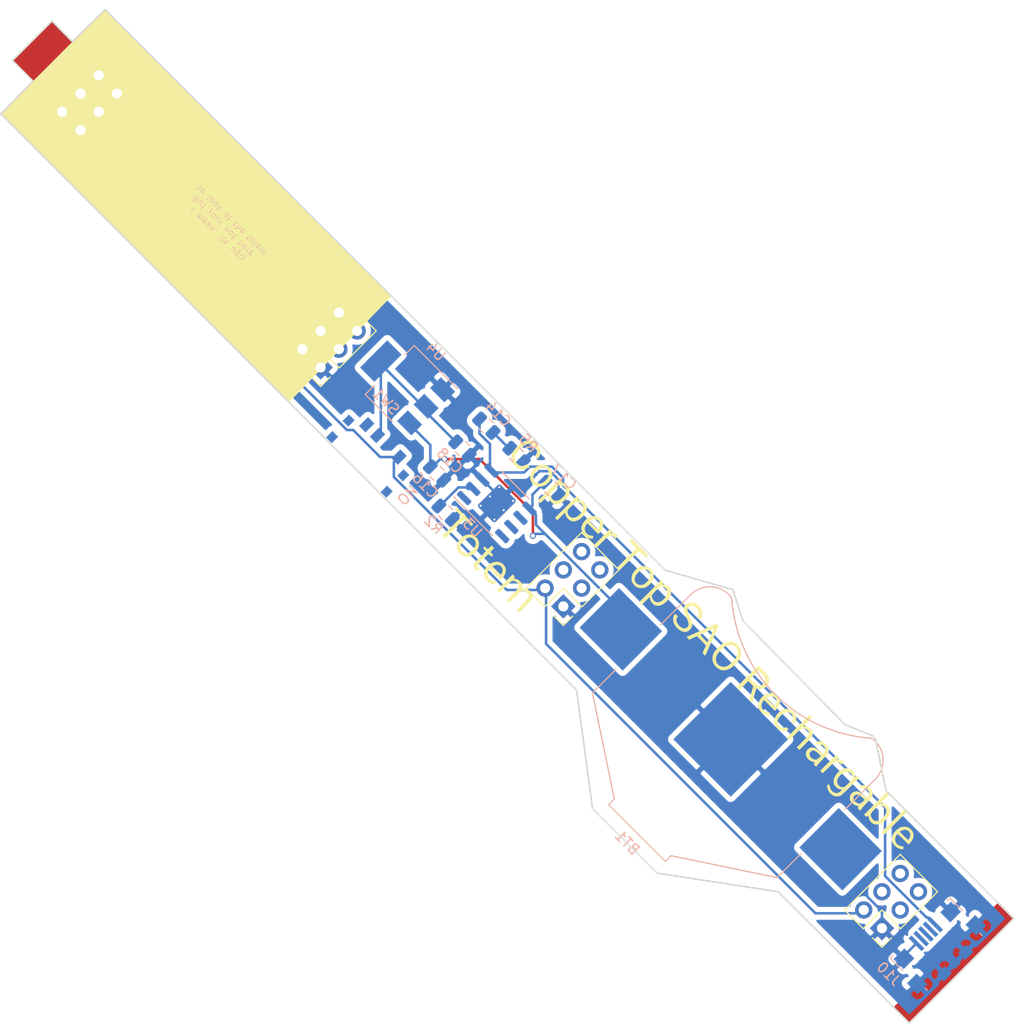
<source format=kicad_pcb>
(kicad_pcb (version 20171130) (host pcbnew 5.1.2)

  (general
    (thickness 1.6)
    (drawings 25)
    (tracks 71)
    (zones 0)
    (modules 18)
    (nets 30)
  )

  (page A4)
  (layers
    (0 F.Cu signal)
    (31 B.Cu signal)
    (32 B.Adhes user)
    (33 F.Adhes user)
    (34 B.Paste user)
    (35 F.Paste user)
    (36 B.SilkS user)
    (37 F.SilkS user)
    (38 B.Mask user)
    (39 F.Mask user)
    (40 Dwgs.User user)
    (41 Cmts.User user)
    (42 Eco1.User user)
    (43 Eco2.User user)
    (44 Edge.Cuts user)
    (45 Margin user)
    (46 B.CrtYd user)
    (47 F.CrtYd user)
    (48 B.Fab user)
    (49 F.Fab user)
  )

  (setup
    (last_trace_width 0.25)
    (trace_clearance 0.2)
    (zone_clearance 0.508)
    (zone_45_only no)
    (trace_min 0.2)
    (via_size 0.6)
    (via_drill 0.4)
    (via_min_size 0.4)
    (via_min_drill 0.3)
    (uvia_size 0.3)
    (uvia_drill 0.1)
    (uvias_allowed no)
    (uvia_min_size 0.2)
    (uvia_min_drill 0.1)
    (edge_width 0.15)
    (segment_width 0.2)
    (pcb_text_width 0.3)
    (pcb_text_size 1.5 1.5)
    (mod_edge_width 0.15)
    (mod_text_size 1 1)
    (mod_text_width 0.15)
    (pad_size 6 5.5)
    (pad_drill 0)
    (pad_to_mask_clearance 0.2)
    (aux_axis_origin 0 0)
    (visible_elements FFFFFF7F)
    (pcbplotparams
      (layerselection 0x010f0_ffffffff)
      (usegerberextensions false)
      (usegerberattributes false)
      (usegerberadvancedattributes false)
      (creategerberjobfile false)
      (excludeedgelayer true)
      (linewidth 0.100000)
      (plotframeref false)
      (viasonmask false)
      (mode 1)
      (useauxorigin false)
      (hpglpennumber 1)
      (hpglpenspeed 20)
      (hpglpendiameter 15.000000)
      (psnegative false)
      (psa4output false)
      (plotreference true)
      (plotvalue true)
      (plotinvisibletext false)
      (padsonsilk false)
      (subtractmaskfromsilk false)
      (outputformat 1)
      (mirror false)
      (drillshape 0)
      (scaleselection 1)
      (outputdirectory "gerbers/"))
  )

  (net 0 "")
  (net 1 "Net-(J1-Pad6)")
  (net 2 "Net-(J1-Pad5)")
  (net 3 "Net-(J1-Pad4)")
  (net 4 "Net-(J1-Pad3)")
  (net 5 VDD)
  (net 6 VSS)
  (net 7 "Net-(J2-Pad3)")
  (net 8 "Net-(J2-Pad4)")
  (net 9 "Net-(J2-Pad5)")
  (net 10 "Net-(J2-Pad6)")
  (net 11 "Net-(J3-Pad3)")
  (net 12 "Net-(J3-Pad4)")
  (net 13 "Net-(J3-Pad5)")
  (net 14 "Net-(J3-Pad6)")
  (net 15 "Net-(J4-Pad6)")
  (net 16 "Net-(J4-Pad5)")
  (net 17 "Net-(J4-Pad4)")
  (net 18 "Net-(J4-Pad3)")
  (net 19 "Net-(SW1-Pad1)")
  (net 20 +3V3)
  (net 21 VDDA)
  (net 22 "Net-(C14-Pad2)")
  (net 23 "Net-(C14-Pad1)")
  (net 24 "Net-(J10-Pad4)")
  (net 25 "Net-(J10-Pad2)")
  (net 26 "Net-(J10-Pad3)")
  (net 27 "Net-(R2-Pad1)")
  (net 28 "Net-(U3-Pad6)")
  (net 29 "Net-(U3-Pad7)")

  (net_class Default "This is the default net class."
    (clearance 0.2)
    (trace_width 0.25)
    (via_dia 0.6)
    (via_drill 0.4)
    (uvia_dia 0.3)
    (uvia_drill 0.1)
    (add_net +3V3)
    (add_net "Net-(C14-Pad1)")
    (add_net "Net-(C14-Pad2)")
    (add_net "Net-(J1-Pad3)")
    (add_net "Net-(J1-Pad4)")
    (add_net "Net-(J1-Pad5)")
    (add_net "Net-(J1-Pad6)")
    (add_net "Net-(J10-Pad2)")
    (add_net "Net-(J10-Pad3)")
    (add_net "Net-(J10-Pad4)")
    (add_net "Net-(J2-Pad3)")
    (add_net "Net-(J2-Pad4)")
    (add_net "Net-(J2-Pad5)")
    (add_net "Net-(J2-Pad6)")
    (add_net "Net-(J3-Pad3)")
    (add_net "Net-(J3-Pad4)")
    (add_net "Net-(J3-Pad5)")
    (add_net "Net-(J3-Pad6)")
    (add_net "Net-(J4-Pad3)")
    (add_net "Net-(J4-Pad4)")
    (add_net "Net-(J4-Pad5)")
    (add_net "Net-(J4-Pad6)")
    (add_net "Net-(R2-Pad1)")
    (add_net "Net-(SW1-Pad1)")
    (add_net "Net-(U3-Pad6)")
    (add_net "Net-(U3-Pad7)")
    (add_net VDD)
    (add_net VDDA)
    (add_net VSS)
  )

  (module NFCBuisness:W (layer B.Cu) (tedit 0) (tstamp 5D170501)
    (at 99.75 45.8 135)
    (fp_text reference Ref** (at 0 0 135) (layer B.SilkS) hide
      (effects (font (size 1.27 1.27) (thickness 0.15)) (justify mirror))
    )
    (fp_text value Val** (at 0 0 135) (layer B.SilkS) hide
      (effects (font (size 1.27 1.27) (thickness 0.15)) (justify mirror))
    )
    (fp_poly (pts (xy -1.630587 2.420899) (xy -1.447524 2.328559) (xy -1.311592 2.194757) (xy -1.304211 2.183555)
      (xy -1.265704 2.11344) (xy -1.244213 2.038839) (xy -1.23774 1.938094) (xy -1.244287 1.789546)
      (xy -1.255088 1.651) (xy -1.268682 1.442824) (xy -1.279873 1.184894) (xy -1.287394 0.912114)
      (xy -1.289962 0.690936) (xy -1.289221 0.458958) (xy -1.284387 0.294975) (xy -1.273305 0.182336)
      (xy -1.25382 0.10439) (xy -1.223775 0.044488) (xy -1.202268 0.013603) (xy -1.116398 -0.071274)
      (xy -1.002822 -0.111004) (xy -0.929984 -0.119227) (xy -0.68211 -0.100096) (xy -0.454281 -0.00289)
      (xy -0.240656 0.175182) (xy -0.185776 0.236175) (xy -0.081108 0.349759) (xy 0.009066 0.431822)
      (xy 0.066141 0.465547) (xy 0.068112 0.465666) (xy 0.123755 0.432548) (xy 0.197182 0.348904)
      (xy 0.229505 0.301607) (xy 0.376869 0.110873) (xy 0.526913 -0.003226) (xy 0.674284 -0.03902)
      (xy 0.813631 0.005163) (xy 0.907971 0.089777) (xy 0.988653 0.198585) (xy 1.058934 0.326542)
      (xy 1.126082 0.490779) (xy 1.197364 0.708426) (xy 1.255985 0.910166) (xy 1.31545 1.12099)
      (xy 1.377683 1.340443) (xy 1.431333 1.528529) (xy 1.442246 1.566558) (xy 1.521416 1.84195)
      (xy 1.949565 2.005418) (xy 2.167567 2.084028) (xy 2.315998 2.126297) (xy 2.401001 2.133773)
      (xy 2.422145 2.124455) (xy 2.452677 2.065526) (xy 2.41974 2.005855) (xy 2.317286 1.940366)
      (xy 2.13927 1.863979) (xy 2.089887 1.8454) (xy 1.930263 1.78316) (xy 1.799296 1.726134)
      (xy 1.71927 1.684217) (xy 1.708527 1.676067) (xy 1.680315 1.619963) (xy 1.636526 1.498254)
      (xy 1.582553 1.327363) (xy 1.52379 1.123712) (xy 1.507251 1.063196) (xy 1.396737 0.68139)
      (xy 1.290651 0.376432) (xy 1.184846 0.140938) (xy 1.075173 -0.032475) (xy 0.957485 -0.15119)
      (xy 0.827635 -0.222591) (xy 0.776069 -0.238398) (xy 0.602379 -0.241191) (xy 0.418574 -0.174646)
      (xy 0.246259 -0.047924) (xy 0.192569 0.009056) (xy 0.041511 0.185533) (xy -0.128458 0.008645)
      (xy -0.312966 -0.157866) (xy -0.496288 -0.260737) (xy -0.709082 -0.314778) (xy -0.823587 -0.327186)
      (xy -0.981029 -0.333485) (xy -1.090094 -0.317957) (xy -1.185756 -0.27362) (xy -1.227666 -0.246552)
      (xy -1.355913 -0.118677) (xy -1.447302 0.068507) (xy -1.502345 0.318683) (xy -1.521551 0.635539)
      (xy -1.505431 1.022758) (xy -1.460818 1.436924) (xy -1.432055 1.688127) (xy -1.424811 1.871541)
      (xy -1.442863 2.002167) (xy -1.489991 2.095003) (xy -1.569973 2.165049) (xy -1.656298 2.212878)
      (xy -1.801342 2.257899) (xy -1.939703 2.239415) (xy -2.087459 2.15265) (xy -2.203421 2.05035)
      (xy -2.298884 1.96489) (xy -2.361491 1.934189) (xy -2.413708 1.94891) (xy -2.426473 1.957639)
      (xy -2.473927 2.002339) (xy -2.467648 2.051331) (xy -2.429475 2.110518) (xy -2.32004 2.223928)
      (xy -2.167499 2.330713) (xy -2.002595 2.413218) (xy -1.856072 2.453788) (xy -1.829026 2.455333)
      (xy -1.630587 2.420899)) (layer B.Cu) (width 0.01))
  )

  (module LOGO (layer F.Cu) (tedit 0) (tstamp 0)
    (at 137.725 84.775)
    (fp_text reference G*** (at 0 0) (layer F.SilkS) hide
      (effects (font (size 1.524 1.524) (thickness 0.3)))
    )
    (fp_text value LOGO (at 0.75 0) (layer F.SilkS) hide
      (effects (font (size 1.524 1.524) (thickness 0.3)))
    )
    (fp_poly (pts (xy 47.751924 35.962373) (xy 42.597631 41.116535) (xy 37.443339 46.270698) (xy 35.877951 44.703592)
      (xy 46.185547 34.395996) (xy 47.751924 35.962373)) (layer F.Cu) (width 0.01))
    (fp_poly (pts (xy -45.984637 -51.297247) (xy -44.979336 -50.291947) (xy -46.905612 -48.36567) (xy -48.831889 -46.439394)
      (xy -49.837036 -47.445196) (xy -50.842184 -48.450999) (xy -48.916061 -50.376773) (xy -46.989937 -52.302548)
      (xy -45.984637 -51.297247)) (layer F.Cu) (width 0.01))
  )

  (module LOGO (layer F.Cu) (tedit 0) (tstamp 0)
    (at 140.25 86.05)
    (fp_text reference G*** (at 0 0) (layer F.SilkS) hide
      (effects (font (size 1.524 1.524) (thickness 0.3)))
    )
    (fp_text value LOGO (at 0.75 0) (layer F.SilkS) hide
      (effects (font (size 1.524 1.524) (thickness 0.3)))
    )
    (fp_poly (pts (xy 34.707412 25.720106) (xy 34.943866 25.843987) (xy 34.998665 25.887237) (xy 35.181179 26.091553)
      (xy 35.285081 26.319985) (xy 35.31047 26.565459) (xy 35.257444 26.820901) (xy 35.126103 27.079236)
      (xy 34.979337 27.267234) (xy 34.825675 27.437319) (xy 34.283466 26.896314) (xy 34.084504 26.697806)
      (xy 33.936386 26.554605) (xy 33.828907 26.463354) (xy 33.751863 26.420696) (xy 33.695046 26.423274)
      (xy 33.648254 26.467731) (xy 33.60128 26.55071) (xy 33.550571 26.655231) (xy 33.490964 26.864801)
      (xy 33.506488 27.072717) (xy 33.588576 27.264538) (xy 33.728664 27.425825) (xy 33.918185 27.54214)
      (xy 34.107638 27.594288) (xy 34.233944 27.618672) (xy 34.298412 27.653945) (xy 34.323831 27.71367)
      (xy 34.325454 27.723925) (xy 34.314834 27.827057) (xy 34.243835 27.879871) (xy 34.108581 27.883842)
      (xy 33.9725 27.858082) (xy 33.711344 27.752876) (xy 33.484489 27.580533) (xy 33.3061 27.356153)
      (xy 33.190341 27.094836) (xy 33.167754 27.00019) (xy 33.165979 26.774601) (xy 33.234244 26.537987)
      (xy 33.361693 26.304312) (xy 33.471736 26.168608) (xy 33.93842 26.168608) (xy 34.335624 26.567471)
      (xy 34.484522 26.714868) (xy 34.612604 26.837672) (xy 34.707934 26.924732) (xy 34.758579 26.964897)
      (xy 34.762531 26.966333) (xy 34.804058 26.935139) (xy 34.868952 26.858053) (xy 34.884078 26.837351)
      (xy 34.978907 26.643375) (xy 34.999121 26.443636) (xy 34.943325 26.25667) (xy 34.929528 26.232827)
      (xy 34.787375 26.074783) (xy 34.607059 25.986582) (xy 34.401416 25.970482) (xy 34.183281 26.028742)
      (xy 34.078912 26.08317) (xy 33.93842 26.168608) (xy 33.471736 26.168608) (xy 33.537473 26.087543)
      (xy 33.750728 25.901644) (xy 33.990604 25.76058) (xy 34.184758 25.691768) (xy 34.446919 25.667576)
      (xy 34.707412 25.720106)) (layer F.SilkS) (width 0.01))
    (fp_poly (pts (xy 34.501053 24.109847) (xy 34.628152 24.236947) (xy 33.515655 25.34885) (xy 32.403158 26.460752)
      (xy 32.279072 26.331234) (xy 32.154985 26.201716) (xy 34.373953 23.982748) (xy 34.501053 24.109847)) (layer F.SilkS) (width 0.01))
    (fp_poly (pts (xy 32.910673 22.523246) (xy 32.48988 22.945623) (xy 32.32517 23.111814) (xy 32.214296 23.227535)
      (xy 32.150939 23.301893) (xy 32.12878 23.343999) (xy 32.141502 23.362963) (xy 32.182784 23.367893)
      (xy 32.196907 23.368) (xy 32.362405 23.400216) (xy 32.546024 23.485874) (xy 32.718153 23.608489)
      (xy 32.823529 23.716833) (xy 32.937885 23.924209) (xy 32.975541 24.155718) (xy 32.938208 24.40356)
      (xy 32.827601 24.659935) (xy 32.64543 24.917041) (xy 32.533488 25.038004) (xy 32.283208 25.248497)
      (xy 32.026822 25.389542) (xy 31.773646 25.45786) (xy 31.532998 25.450171) (xy 31.438311 25.423635)
      (xy 31.221447 25.30623) (xy 31.048361 25.135581) (xy 30.933523 24.929658) (xy 30.892915 24.746339)
      (xy 30.880229 24.637678) (xy 30.860365 24.613331) (xy 31.100105 24.613331) (xy 31.164273 24.792992)
      (xy 31.27827 24.948408) (xy 31.42752 25.063482) (xy 31.597443 25.122116) (xy 31.728833 25.119533)
      (xy 31.844724 25.082993) (xy 31.983973 25.020141) (xy 32.032206 24.993975) (xy 32.195615 24.875059)
      (xy 32.357262 24.715641) (xy 32.49531 24.540935) (xy 32.587924 24.376154) (xy 32.602758 24.335167)
      (xy 32.629333 24.119708) (xy 32.581012 23.923313) (xy 32.467415 23.760003) (xy 32.298164 23.6438)
      (xy 32.091108 23.589468) (xy 31.877096 23.568904) (xy 31.500722 23.937205) (xy 31.312229 24.130577)
      (xy 31.18051 24.285518) (xy 31.110022 24.396593) (xy 31.100345 24.425524) (xy 31.100105 24.613331)
      (xy 30.860365 24.613331) (xy 30.851633 24.60263) (xy 30.789363 24.630162) (xy 30.749535 24.657283)
      (xy 30.685737 24.691565) (xy 30.631549 24.678163) (xy 30.55592 24.608617) (xy 30.550603 24.60308)
      (xy 30.439641 24.487261) (xy 31.551408 23.376087) (xy 32.663175 22.264914) (xy 32.910673 22.523246)) (layer F.SilkS) (width 0.01))
    (fp_poly (pts (xy 30.474344 21.601577) (xy 30.633232 21.636475) (xy 30.664355 21.648204) (xy 30.851906 21.758134)
      (xy 31.032668 21.917236) (xy 31.173686 22.095053) (xy 31.202161 22.145222) (xy 31.262642 22.322228)
      (xy 31.282451 22.515117) (xy 31.259539 22.687919) (xy 31.236418 22.746366) (xy 31.191831 22.806256)
      (xy 31.098331 22.914223) (xy 30.966749 23.058352) (xy 30.807917 23.226728) (xy 30.671035 23.368298)
      (xy 30.499652 23.547218) (xy 30.348677 23.711567) (xy 30.228548 23.849443) (xy 30.149704 23.948943)
      (xy 30.123431 23.992715) (xy 30.090115 24.066117) (xy 30.045443 24.077927) (xy 29.973765 24.026088)
      (xy 29.912626 23.964973) (xy 29.838706 23.875959) (xy 29.821572 23.810054) (xy 29.841206 23.756089)
      (xy 29.88124 23.667795) (xy 29.868607 23.629868) (xy 29.801307 23.622) (xy 29.626317 23.586744)
      (xy 29.439182 23.492289) (xy 29.264729 23.355601) (xy 29.127786 23.19365) (xy 29.09648 23.140296)
      (xy 29.039996 22.953889) (xy 29.038735 22.792638) (xy 29.388188 22.792638) (xy 29.389384 22.955707)
      (xy 29.461473 23.113001) (xy 29.59901 23.250684) (xy 29.735839 23.330055) (xy 29.899647 23.391673)
      (xy 30.028115 23.400008) (xy 30.148407 23.34989) (xy 30.287688 23.236147) (xy 30.302547 23.222173)
      (xy 30.501167 23.034013) (xy 30.310667 22.836056) (xy 30.104254 22.653194) (xy 29.909118 22.542086)
      (xy 29.731272 22.50414) (xy 29.576729 22.540764) (xy 29.46333 22.637633) (xy 29.388188 22.792638)
      (xy 29.038735 22.792638) (xy 29.038354 22.744016) (xy 29.090742 22.551014) (xy 29.109084 22.515437)
      (xy 29.233445 22.370915) (xy 29.405826 22.262021) (xy 29.596128 22.203843) (xy 29.733027 22.202647)
      (xy 29.900053 22.242838) (xy 30.057454 22.317056) (xy 30.22487 22.437012) (xy 30.419223 22.611807)
      (xy 30.676327 22.85869) (xy 30.81523 22.715379) (xy 30.925238 22.551047) (xy 30.95598 22.376994)
      (xy 30.9098 22.206041) (xy 30.789044 22.051009) (xy 30.678783 21.969137) (xy 30.542279 21.910698)
      (xy 30.400374 21.887892) (xy 30.283959 21.903566) (xy 30.242654 21.928946) (xy 30.185397 21.931426)
      (xy 30.092536 21.858611) (xy 30.075437 21.841134) (xy 29.999773 21.75775) (xy 29.978042 21.709691)
      (xy 30.004698 21.672028) (xy 30.033008 21.650355) (xy 30.142131 21.608627) (xy 30.299944 21.592331)
      (xy 30.474344 21.601577)) (layer F.SilkS) (width 0.01))
    (fp_poly (pts (xy 28.992197 19.970509) (xy 29.192832 20.08026) (xy 29.355398 20.237643) (xy 29.464888 20.431534)
      (xy 29.506299 20.650807) (xy 29.506333 20.657307) (xy 29.515782 20.75668) (xy 29.551941 20.778637)
      (xy 29.626527 20.728081) (xy 29.642189 20.714152) (xy 29.69848 20.672263) (xy 29.746747 20.678146)
      (xy 29.816846 20.738386) (xy 29.835338 20.756763) (xy 29.949464 20.870888) (xy 29.124649 21.699054)
      (xy 28.900644 21.921248) (xy 28.688115 22.12697) (xy 28.496579 22.307402) (xy 28.335547 22.453727)
      (xy 28.214536 22.557129) (xy 28.143059 22.608792) (xy 28.14277 22.608943) (xy 27.96389 22.667949)
      (xy 27.753564 22.687736) (xy 27.549119 22.667711) (xy 27.410833 22.620535) (xy 27.205568 22.476497)
      (xy 27.027768 22.283828) (xy 26.891842 22.064004) (xy 26.812202 21.838498) (xy 26.797413 21.706417)
      (xy 26.803212 21.602207) (xy 26.834 21.557589) (xy 26.908754 21.547702) (xy 26.918589 21.547667)
      (xy 26.997671 21.556753) (xy 27.039551 21.599696) (xy 27.064451 21.700024) (xy 27.067967 21.721444)
      (xy 27.136334 21.964175) (xy 27.258945 22.15094) (xy 27.357872 22.239342) (xy 27.559561 22.348532)
      (xy 27.759702 22.373344) (xy 27.955828 22.314065) (xy 28.145473 22.170978) (xy 28.17017 22.145547)
      (xy 28.294507 22.013333) (xy 28.179067 22.013333) (xy 28.006757 21.977718) (xy 27.824162 21.882926)
      (xy 27.655631 21.74704) (xy 27.525513 21.588141) (xy 27.477026 21.491994) (xy 27.442661 21.311365)
      (xy 27.776902 21.311365) (xy 27.850068 21.498031) (xy 27.905935 21.571783) (xy 28.039699 21.702663)
      (xy 28.169678 21.772742) (xy 28.327756 21.798007) (xy 28.359085 21.798983) (xy 28.425255 21.793511)
      (xy 28.492351 21.768211) (xy 28.573436 21.713673) (xy 28.681572 21.620489) (xy 28.829824 21.47925)
      (xy 28.903923 21.406562) (xy 29.066491 21.245062) (xy 29.177807 21.128497) (xy 29.247462 21.042924)
      (xy 29.285047 20.974399) (xy 29.300153 20.908979) (xy 29.302371 20.832722) (xy 29.302302 20.827403)
      (xy 29.267101 20.632738) (xy 29.161844 20.465574) (xy 29.030806 20.348593) (xy 28.866563 20.276077)
      (xy 28.674563 20.274776) (xy 28.466479 20.340974) (xy 28.253981 20.470961) (xy 28.048762 20.660999)
      (xy 27.876544 20.890969) (xy 27.785826 21.108385) (xy 27.776902 21.311365) (xy 27.442661 21.311365)
      (xy 27.433382 21.262593) (xy 27.460975 21.017408) (xy 27.551251 20.768979) (xy 27.695658 20.529844)
      (xy 27.885643 20.312542) (xy 28.112653 20.129612) (xy 28.368135 19.993593) (xy 28.536737 19.938405)
      (xy 28.768497 19.919515) (xy 28.992197 19.970509)) (layer F.SilkS) (width 0.01))
    (fp_poly (pts (xy 27.811826 18.731375) (xy 27.939935 18.854112) (xy 27.847922 18.952056) (xy 27.755908 19.05)
      (xy 27.913556 19.05) (xy 28.130606 19.088775) (xy 28.319155 19.197155) (xy 28.373692 19.249723)
      (xy 28.416913 19.306529) (xy 28.412728 19.353556) (xy 28.354319 19.420033) (xy 28.328028 19.445433)
      (xy 28.208706 19.55975) (xy 28.12737 19.469874) (xy 27.958844 19.337485) (xy 27.761967 19.268386)
      (xy 27.68091 19.261667) (xy 27.625916 19.268425) (xy 27.564729 19.293872) (xy 27.487669 19.345768)
      (xy 27.385052 19.431873) (xy 27.247199 19.559946) (xy 27.064426 19.737747) (xy 26.967852 19.833167)
      (xy 26.787593 20.010699) (xy 26.628061 20.165765) (xy 26.49886 20.289196) (xy 26.409593 20.371826)
      (xy 26.369865 20.404487) (xy 26.369131 20.404667) (xy 26.328577 20.377044) (xy 26.255428 20.308515)
      (xy 26.234344 20.286898) (xy 26.121514 20.169129) (xy 26.902616 19.388884) (xy 27.683717 18.608639)
      (xy 27.811826 18.731375)) (layer F.SilkS) (width 0.01))
    (fp_poly (pts (xy 26.253829 17.306915) (xy 26.48234 17.403516) (xy 26.67767 17.549582) (xy 26.829834 17.732894)
      (xy 26.92885 17.941233) (xy 26.964736 18.162378) (xy 26.927508 18.384111) (xy 26.922288 18.398336)
      (xy 26.878909 18.466095) (xy 26.786338 18.581188) (xy 26.655355 18.731187) (xy 26.496741 18.903661)
      (xy 26.359924 19.046675) (xy 26.186169 19.227093) (xy 26.029808 19.393029) (xy 25.901965 19.532396)
      (xy 25.813768 19.633106) (xy 25.779552 19.677207) (xy 25.7175 19.775247) (xy 25.591793 19.644027)
      (xy 25.51489 19.554535) (xy 25.493142 19.492614) (xy 25.517132 19.431073) (xy 25.51771 19.430144)
      (xy 25.558317 19.35842) (xy 25.551834 19.32082) (xy 25.484258 19.297962) (xy 25.412046 19.283915)
      (xy 25.165554 19.199052) (xy 24.956222 19.051291) (xy 24.799804 18.85465) (xy 24.723243 18.671142)
      (xy 24.716771 18.594606) (xy 25.062136 18.594606) (xy 25.112791 18.752686) (xy 25.232827 18.896088)
      (xy 25.417839 19.012055) (xy 25.581647 19.073673) (xy 25.710115 19.082008) (xy 25.830407 19.03189)
      (xy 25.969688 18.918147) (xy 25.984547 18.904173) (xy 26.183167 18.716013) (xy 25.992667 18.51968)
      (xy 25.813758 18.358747) (xy 25.634426 18.238947) (xy 25.473409 18.171593) (xy 25.39843 18.161)
      (xy 25.312461 18.189725) (xy 25.210392 18.261083) (xy 25.185077 18.284743) (xy 25.084889 18.43443)
      (xy 25.062136 18.594606) (xy 24.716771 18.594606) (xy 24.704601 18.450696) (xy 24.762419 18.243154)
      (xy 24.888589 18.065461) (xy 25.075001 17.934563) (xy 25.075925 17.934124) (xy 25.272597 17.875582)
      (xy 25.474624 17.887716) (xy 25.688662 17.972841) (xy 25.92137 18.13327) (xy 26.09575 18.288551)
      (xy 26.362515 18.544712) (xy 26.495091 18.393716) (xy 26.594349 18.227298) (xy 26.620494 18.053797)
      (xy 26.582241 17.887857) (xy 26.488309 17.744123) (xy 26.347414 17.637238) (xy 26.168274 17.581847)
      (xy 26.012563 17.58311) (xy 25.88834 17.59112) (xy 25.805509 17.5638) (xy 25.733947 17.499808)
      (xy 25.669103 17.425573) (xy 25.659746 17.382603) (xy 25.702529 17.341273) (xy 25.715008 17.332088)
      (xy 25.805842 17.295967) (xy 25.939774 17.274542) (xy 26.002117 17.272) (xy 26.253829 17.306915)) (layer F.SilkS) (width 0.01))
    (fp_poly (pts (xy 25.317312 14.919069) (xy 24.883162 15.354701) (xy 24.449013 15.790333) (xy 24.61759 15.79103)
      (xy 24.819777 15.82961) (xy 25.018493 15.932156) (xy 25.193096 16.081316) (xy 25.322945 16.259739)
      (xy 25.385402 16.436446) (xy 25.390726 16.547476) (xy 25.366271 16.661901) (xy 25.30607 16.788633)
      (xy 25.204154 16.936584) (xy 25.054557 17.114665) (xy 24.85131 17.331788) (xy 24.648004 17.537662)
      (xy 24.063241 18.120825) (xy 23.817065 17.863873) (xy 24.418033 17.257739) (xy 24.622817 17.05023)
      (xy 24.775089 16.892381) (xy 24.882567 16.774347) (xy 24.952969 16.686284) (xy 24.994013 16.618347)
      (xy 25.013415 16.560692) (xy 25.018895 16.503473) (xy 25.019 16.491156) (xy 25.005659 16.377711)
      (xy 24.954843 16.278684) (xy 24.854647 16.166353) (xy 24.749148 16.069278) (xy 24.660104 16.020395)
      (xy 24.548989 16.003512) (xy 24.463611 16.002) (xy 24.236929 16.002) (xy 23.089575 17.147158)
      (xy 22.965613 17.01777) (xy 22.841652 16.888383) (xy 25.058716 14.671319) (xy 25.317312 14.919069)) (layer F.SilkS) (width 0.01))
    (fp_poly (pts (xy 23.11834 14.132573) (xy 23.327714 14.238028) (xy 23.5057 14.388646) (xy 23.642598 14.575246)
      (xy 23.728705 14.788648) (xy 23.754322 15.01967) (xy 23.709747 15.259132) (xy 23.661041 15.373453)
      (xy 23.573083 15.545866) (xy 23.451386 15.429273) (xy 23.375315 15.349384) (xy 23.354088 15.290559)
      (xy 23.378837 15.218105) (xy 23.391178 15.193776) (xy 23.447688 15.00719) (xy 23.424855 14.810842)
      (xy 23.381971 14.70165) (xy 23.261363 14.5372) (xy 23.093856 14.433959) (xy 22.895348 14.396344)
      (xy 22.681737 14.428775) (xy 22.568465 14.475552) (xy 22.425135 14.572397) (xy 22.268973 14.714956)
      (xy 22.120272 14.880452) (xy 21.999328 15.046107) (xy 21.926436 15.189147) (xy 21.922973 15.199976)
      (xy 21.900628 15.399265) (xy 21.945603 15.585779) (xy 22.044888 15.746709) (xy 22.185473 15.869248)
      (xy 22.354346 15.940588) (xy 22.538496 15.94792) (xy 22.650696 15.916354) (xy 22.746718 15.886607)
      (xy 22.816741 15.905975) (xy 22.882824 15.961223) (xy 22.953629 16.035881) (xy 22.98668 16.086765)
      (xy 22.987 16.089449) (xy 22.949821 16.127666) (xy 22.856061 16.172203) (xy 22.732382 16.213932)
      (xy 22.605449 16.243726) (xy 22.509893 16.252779) (xy 22.369996 16.235073) (xy 22.230803 16.198039)
      (xy 21.986185 16.068234) (xy 21.795997 15.883621) (xy 21.665927 15.65835) (xy 21.601663 15.406571)
      (xy 21.608893 15.142433) (xy 21.693305 14.880085) (xy 21.697519 14.871528) (xy 21.83449 14.661189)
      (xy 22.025583 14.452992) (xy 22.24386 14.273533) (xy 22.398904 14.178997) (xy 22.644234 14.093877)
      (xy 22.88728 14.081462) (xy 23.11834 14.132573)) (layer F.SilkS) (width 0.01))
    (fp_poly (pts (xy 21.50378 12.548321) (xy 21.741745 12.657884) (xy 21.950899 12.842457) (xy 21.995344 12.897256)
      (xy 22.12079 13.12415) (xy 22.163997 13.363699) (xy 22.125546 13.610982) (xy 22.00602 13.861076)
      (xy 21.858592 14.053037) (xy 21.661078 14.27272) (xy 21.123655 13.73649) (xy 20.586233 13.20026)
      (xy 20.495432 13.315695) (xy 20.421234 13.436727) (xy 20.360528 13.579132) (xy 20.355614 13.594732)
      (xy 20.332356 13.807176) (xy 20.38196 14.010298) (xy 20.492802 14.189258) (xy 20.653257 14.329216)
      (xy 20.851701 14.41533) (xy 21.014314 14.435667) (xy 21.115464 14.441728) (xy 21.157681 14.476543)
      (xy 21.166612 14.565054) (xy 21.166667 14.583833) (xy 21.161139 14.680627) (xy 21.127795 14.721236)
      (xy 21.041488 14.728445) (xy 21.007917 14.727678) (xy 20.856563 14.7118) (xy 20.712407 14.679528)
      (xy 20.710104 14.678797) (xy 20.562076 14.603893) (xy 20.39825 14.479123) (xy 20.244878 14.328103)
      (xy 20.128217 14.174452) (xy 20.106563 14.135864) (xy 20.029666 13.895986) (xy 20.025498 13.636136)
      (xy 20.089964 13.371933) (xy 20.218971 13.118996) (xy 20.296387 13.026623) (xy 20.828 13.026623)
      (xy 20.856803 13.070816) (xy 20.933658 13.158119) (xy 21.044231 13.274398) (xy 21.174188 13.405523)
      (xy 21.309196 13.53736) (xy 21.434922 13.655779) (xy 21.537032 13.746646) (xy 21.601192 13.79583)
      (xy 21.613072 13.800667) (xy 21.659931 13.766854) (xy 21.724178 13.681632) (xy 21.751538 13.636153)
      (xy 21.831336 13.424653) (xy 21.834264 13.227549) (xy 21.76743 13.057174) (xy 21.637947 12.925864)
      (xy 21.452923 12.845951) (xy 21.285185 12.827158) (xy 21.159927 12.843546) (xy 21.026709 12.885013)
      (xy 20.91132 12.940308) (xy 20.839545 12.998182) (xy 20.828 13.026623) (xy 20.296387 13.026623)
      (xy 20.408424 12.892942) (xy 20.439968 12.863947) (xy 20.705098 12.671581) (xy 20.976649 12.554981)
      (xy 21.245812 12.513957) (xy 21.50378 12.548321)) (layer F.SilkS) (width 0.01))
    (fp_poly (pts (xy 20.447771 10.27436) (xy 20.666316 10.505867) (xy 20.828191 10.696251) (xy 20.941905 10.858424)
      (xy 21.01597 11.005301) (xy 21.058895 11.149794) (xy 21.070578 11.219397) (xy 21.061491 11.446653)
      (xy 20.981382 11.659201) (xy 20.843835 11.845505) (xy 20.662436 11.994033) (xy 20.450769 12.093251)
      (xy 20.22242 12.131624) (xy 20.024481 12.107553) (xy 19.913535 12.081126) (xy 19.843617 12.070986)
      (xy 19.833349 12.072801) (xy 19.817883 12.115828) (xy 19.782953 12.226466) (xy 19.732746 12.391031)
      (xy 19.67145 12.595838) (xy 19.621933 12.7635) (xy 19.555384 12.988771) (xy 19.497142 13.183528)
      (xy 19.451328 13.334181) (xy 19.422064 13.427141) (xy 19.413501 13.450782) (xy 19.381529 13.429472)
      (xy 19.311317 13.364097) (xy 19.269365 13.321776) (xy 19.134685 13.182821) (xy 19.531459 11.850581)
      (xy 19.030885 11.344729) (xy 18.595972 11.778162) (xy 18.161058 12.211596) (xy 18.024011 12.07455)
      (xy 17.886965 11.937503) (xy 18.689954 11.132711) (xy 19.241998 11.132711) (xy 19.516416 11.412911)
      (xy 19.721229 11.607192) (xy 19.894337 11.733676) (xy 20.048382 11.796692) (xy 20.196007 11.800565)
      (xy 20.349855 11.749624) (xy 20.409482 11.71854) (xy 20.577885 11.57605) (xy 20.664246 11.439642)
      (xy 20.717667 11.291499) (xy 20.722556 11.151973) (xy 20.673901 11.007343) (xy 20.566686 10.843886)
      (xy 20.395898 10.647879) (xy 20.361874 10.612097) (xy 20.070269 10.308167) (xy 19.656134 10.720439)
      (xy 19.241998 11.132711) (xy 18.689954 11.132711) (xy 18.944732 10.877361) (xy 20.0025 9.817219)
      (xy 20.447771 10.27436)) (layer F.SilkS) (width 0.01))
    (fp_poly (pts (xy 17.51259 7.491813) (xy 17.67162 7.5534) (xy 17.933074 7.724604) (xy 18.132111 7.945197)
      (xy 18.264667 8.20322) (xy 18.326674 8.486713) (xy 18.314067 8.783717) (xy 18.222781 9.082273)
      (xy 18.204618 9.121203) (xy 18.092582 9.302493) (xy 17.928259 9.507195) (xy 17.731784 9.714868)
      (xy 17.523293 9.90507) (xy 17.322923 10.057358) (xy 17.222834 10.117893) (xy 16.950848 10.228781)
      (xy 16.675571 10.279165) (xy 16.417095 10.267184) (xy 16.232066 10.209654) (xy 15.970483 10.044718)
      (xy 15.744009 9.82022) (xy 15.629965 9.656777) (xy 15.542683 9.43453) (xy 15.509179 9.174441)
      (xy 15.513729 9.114467) (xy 15.838473 9.114467) (xy 15.854319 9.350442) (xy 15.934278 9.559681)
      (xy 16.068257 9.732749) (xy 16.246164 9.860212) (xy 16.457904 9.932636) (xy 16.693385 9.940585)
      (xy 16.942514 9.874625) (xy 16.968761 9.86316) (xy 17.082024 9.795755) (xy 17.228957 9.68628)
      (xy 17.384709 9.55385) (xy 17.449173 9.493673) (xy 17.702908 9.223522) (xy 17.879119 8.975073)
      (xy 17.980438 8.742768) (xy 18.0095 8.521052) (xy 17.986115 8.360833) (xy 17.885959 8.126634)
      (xy 17.731013 7.948946) (xy 17.533497 7.83253) (xy 17.305629 7.782145) (xy 17.059628 7.802552)
      (xy 16.807714 7.898509) (xy 16.804179 7.900425) (xy 16.645513 8.00703) (xy 16.466747 8.15906)
      (xy 16.285406 8.337955) (xy 16.119017 8.525159) (xy 15.985107 8.702113) (xy 15.901201 8.850257)
      (xy 15.896835 8.861191) (xy 15.838473 9.114467) (xy 15.513729 9.114467) (xy 15.529681 8.90425)
      (xy 15.604417 8.651696) (xy 15.621395 8.614833) (xy 15.729184 8.44051) (xy 15.888357 8.240649)
      (xy 16.079176 8.035302) (xy 16.281903 7.844521) (xy 16.476797 7.688358) (xy 16.623494 7.596832)
      (xy 16.924487 7.484763) (xy 17.224955 7.449586) (xy 17.51259 7.491813)) (layer F.SilkS) (width 0.01))
    (fp_poly (pts (xy 15.991443 5.8122) (xy 16.103217 5.923975) (xy 15.49555 7.290571) (xy 15.352448 7.612086)
      (xy 15.218671 7.912055) (xy 15.098495 8.180937) (xy 14.996197 8.409186) (xy 14.916052 8.587261)
      (xy 14.862337 8.705617) (xy 14.840635 8.752174) (xy 14.793387 8.847182) (xy 14.530307 8.584102)
      (xy 14.694654 8.233396) (xy 14.767128 8.07494) (xy 14.823278 7.94494) (xy 14.85492 7.862697)
      (xy 14.859 7.845839) (xy 14.830501 7.804469) (xy 14.752062 7.715327) (xy 14.634269 7.589843)
      (xy 14.487709 7.439449) (xy 14.415718 7.367214) (xy 13.972436 6.92544) (xy 13.593714 7.098426)
      (xy 13.214993 7.271412) (xy 13.085417 7.137724) (xy 12.955841 7.004035) (xy 13.346504 6.831616)
      (xy 13.471549 6.776216) (xy 14.331357 6.776216) (xy 14.341424 6.824495) (xy 14.413085 6.923227)
      (xy 14.54314 7.068365) (xy 14.647333 7.1755) (xy 14.787335 7.311691) (xy 14.906167 7.418769)
      (xy 14.991425 7.486145) (xy 15.030706 7.50323) (xy 15.030934 7.502991) (xy 15.056867 7.455956)
      (xy 15.111791 7.345327) (xy 15.189281 7.184408) (xy 15.282912 6.986509) (xy 15.360911 6.819564)
      (xy 15.459788 6.604532) (xy 15.543616 6.41781) (xy 15.606835 6.272154) (xy 15.643883 6.18032)
      (xy 15.651014 6.154236) (xy 15.610094 6.166278) (xy 15.508415 6.208591) (xy 15.361164 6.274016)
      (xy 15.183525 6.355397) (xy 14.990686 6.445575) (xy 14.797832 6.537394) (xy 14.62015 6.623695)
      (xy 14.472824 6.697322) (xy 14.371042 6.751117) (xy 14.331357 6.776216) (xy 13.471549 6.776216)
      (xy 13.492502 6.766933) (xy 13.700551 6.674415) (xy 13.955434 6.560846) (xy 14.241935 6.433012)
      (xy 14.544839 6.297695) (xy 14.808417 6.179811) (xy 15.879668 5.700426) (xy 15.991443 5.8122)) (layer F.SilkS) (width 0.01))
    (fp_poly (pts (xy 13.658296 3.63842) (xy 13.907606 3.749701) (xy 14.131111 3.918708) (xy 14.315541 4.13197)
      (xy 14.447628 4.376019) (xy 14.514105 4.637385) (xy 14.519403 4.738291) (xy 14.502368 4.86091)
      (xy 14.460134 5.005258) (xy 14.404137 5.141271) (xy 14.345809 5.238886) (xy 14.319553 5.263772)
      (xy 14.26781 5.252085) (xy 14.188435 5.192362) (xy 14.163495 5.167793) (xy 14.091044 5.085469)
      (xy 14.071641 5.025343) (xy 14.098027 4.950183) (xy 14.114684 4.917401) (xy 14.177198 4.712093)
      (xy 14.163109 4.503163) (xy 14.078761 4.303975) (xy 13.930496 4.127893) (xy 13.724659 3.98828)
      (xy 13.659453 3.958327) (xy 13.468421 3.919468) (xy 13.289326 3.960195) (xy 13.138439 4.076389)
      (xy 13.123995 4.09394) (xy 13.061364 4.203964) (xy 13.040697 4.331535) (xy 13.063885 4.48939)
      (xy 13.132819 4.690268) (xy 13.249388 4.946907) (xy 13.251108 4.950425) (xy 13.379762 5.226567)
      (xy 13.465903 5.446669) (xy 13.513294 5.625594) (xy 13.525697 5.778203) (xy 13.506874 5.919359)
      (xy 13.501661 5.940194) (xy 13.423079 6.114805) (xy 13.293372 6.280529) (xy 13.136699 6.411615)
      (xy 12.997814 6.477287) (xy 12.875413 6.506533) (xy 12.775424 6.51226) (xy 12.662517 6.492621)
      (xy 12.523035 6.452464) (xy 12.337842 6.364305) (xy 12.141291 6.219516) (xy 11.956209 6.038926)
      (xy 11.805421 5.843365) (xy 11.750566 5.747576) (xy 11.669747 5.521082) (xy 11.638615 5.282387)
      (xy 11.657924 5.058085) (xy 11.725869 4.878917) (xy 11.787106 4.790179) (xy 11.833265 4.743452)
      (xy 11.839811 4.741333) (xy 11.887171 4.767997) (xy 11.966096 4.833906) (xy 11.985164 4.851794)
      (xy 12.10046 4.962255) (xy 12.019388 5.095211) (xy 11.964153 5.21173) (xy 11.938399 5.317129)
      (xy 11.938158 5.324776) (xy 11.972373 5.497725) (xy 12.067581 5.690741) (xy 12.211864 5.880851)
      (xy 12.244608 5.91553) (xy 12.438708 6.075015) (xy 12.629179 6.157403) (xy 12.80918 6.161942)
      (xy 12.971869 6.087881) (xy 13.058689 6.004973) (xy 13.127655 5.901829) (xy 13.159729 5.789656)
      (xy 13.153193 5.654737) (xy 13.106325 5.483357) (xy 13.017405 5.261799) (xy 12.945764 5.10464)
      (xy 12.843588 4.878273) (xy 12.775607 4.703245) (xy 12.73466 4.55702) (xy 12.713586 4.417059)
      (xy 12.709268 4.360333) (xy 12.704553 4.197186) (xy 12.71875 4.085301) (xy 12.758269 3.992201)
      (xy 12.792595 3.938007) (xy 12.961956 3.74766) (xy 13.160733 3.635455) (xy 13.394359 3.598336)
      (xy 13.396448 3.598333) (xy 13.658296 3.63842)) (layer F.SilkS) (width 0.01))
    (fp_poly (pts (xy -4.054966 0.961155) (xy -3.981192 1.039626) (xy -3.963657 1.095278) (xy -3.993688 1.159646)
      (xy -3.998372 1.166859) (xy -4.031127 1.225911) (xy -4.017235 1.257777) (xy -3.941565 1.278184)
      (xy -3.881758 1.288068) (xy -3.671192 1.355256) (xy -3.481777 1.47743) (xy -3.327793 1.638388)
      (xy -3.22352 1.821929) (xy -3.183238 2.011851) (xy -3.186853 2.076487) (xy -3.209277 2.243667)
      (xy -3.029464 2.243667) (xy -2.796236 2.284147) (xy -2.576291 2.398494) (xy -2.38806 2.57606)
      (xy -2.338917 2.642447) (xy -2.231644 2.849918) (xy -2.203816 3.044542) (xy -2.254074 3.238758)
      (xy -2.270146 3.272352) (xy -2.314797 3.334193) (xy -2.405295 3.440756) (xy -2.530932 3.580856)
      (xy -2.681001 3.74331) (xy -2.844795 3.916932) (xy -3.011605 4.090538) (xy -3.170724 4.252944)
      (xy -3.311444 4.392965) (xy -3.423058 4.499417) (xy -3.494858 4.561116) (xy -3.514378 4.572)
      (xy -3.557495 4.544284) (xy -3.632141 4.475544) (xy -3.653078 4.454139) (xy -3.765996 4.336278)
      (xy -3.212122 3.787389) (xy -3.030386 3.602985) (xy -2.866749 3.428873) (xy -2.73229 3.277481)
      (xy -2.638089 3.161236) (xy -2.597194 3.097658) (xy -2.561578 2.99599) (xy -2.565547 2.912984)
      (xy -2.611385 2.803452) (xy -2.612154 2.801883) (xy -2.731592 2.634427) (xy -2.889991 2.518569)
      (xy -3.067848 2.462619) (xy -3.245661 2.474889) (xy -3.315367 2.502246) (xy -3.374703 2.546511)
      (xy -3.481974 2.640214) (xy -3.625529 2.772641) (xy -3.793718 2.93308) (xy -3.946534 3.082672)
      (xy -4.485235 3.616184) (xy -4.613716 3.493092) (xy -4.742197 3.369999) (xy -4.149098 2.771802)
      (xy -3.945739 2.565691) (xy -3.794874 2.409125) (xy -3.688734 2.292179) (xy -3.61955 2.204926)
      (xy -3.579553 2.137443) (xy -3.560974 2.079802) (xy -3.556044 2.02208) (xy -3.556 2.014088)
      (xy -3.594959 1.821875) (xy -3.702061 1.660792) (xy -3.862645 1.54431) (xy -4.062049 1.485903)
      (xy -4.135433 1.481667) (xy -4.194672 1.485351) (xy -4.252052 1.501669) (xy -4.317665 1.538518)
      (xy -4.401604 1.603793) (xy -4.513961 1.705391) (xy -4.66483 1.851209) (xy -4.864301 2.049144)
      (xy -4.877297 2.062113) (xy -5.458857 2.64256) (xy -5.588075 2.518762) (xy -5.717292 2.394964)
      (xy -4.172538 0.848514) (xy -4.054966 0.961155)) (layer F.SilkS) (width 0.01))
    (fp_poly (pts (xy 10.592595 1.511707) (xy 10.710269 1.624445) (xy 10.618255 1.722389) (xy 10.559088 1.789709)
      (xy 10.557295 1.816013) (xy 10.607704 1.820569) (xy 10.827807 1.859085) (xy 11.046065 1.96261)
      (xy 11.236643 2.114956) (xy 11.373705 2.299935) (xy 11.374154 2.300801) (xy 11.414051 2.423161)
      (xy 11.436726 2.582228) (xy 11.438982 2.652793) (xy 11.399799 2.900112) (xy 11.284752 3.147521)
      (xy 11.090883 3.40035) (xy 10.939097 3.553504) (xy 10.67994 3.756696) (xy 10.420128 3.884919)
      (xy 10.166434 3.936168) (xy 9.925633 3.908441) (xy 9.841713 3.878005) (xy 9.678992 3.772554)
      (xy 9.532628 3.616791) (xy 9.420602 3.436045) (xy 9.360897 3.255643) (xy 9.355667 3.193411)
      (xy 9.344808 3.115126) (xy 9.324754 3.090333) (xy 9.284572 3.118554) (xy 9.197506 3.195522)
      (xy 9.076119 3.309698) (xy 8.932973 3.44954) (xy 8.923499 3.45896) (xy 8.553156 3.827587)
      (xy 8.29492 3.580181) (xy 8.918868 2.955886) (xy 9.529711 2.955886) (xy 9.532867 3.019245)
      (xy 9.536268 3.045792) (xy 9.600989 3.253764) (xy 9.725184 3.424529) (xy 9.893074 3.54316)
      (xy 10.088876 3.594728) (xy 10.117667 3.595746) (xy 10.223146 3.578591) (xy 10.355569 3.534968)
      (xy 10.392833 3.518975) (xy 10.581851 3.401802) (xy 10.771375 3.232966) (xy 10.932916 3.04035)
      (xy 11.00958 2.915289) (xy 11.075996 2.705004) (xy 11.068813 2.500152) (xy 10.99681 2.315581)
      (xy 10.868761 2.166141) (xy 10.693443 2.06668) (xy 10.487526 2.032) (xy 10.423239 2.038814)
      (xy 10.357204 2.065487) (xy 10.277096 2.121361) (xy 10.170592 2.215779) (xy 10.025371 2.358087)
      (xy 9.929486 2.455107) (xy 9.765143 2.623329) (xy 9.651688 2.744457) (xy 9.580428 2.831552)
      (xy 9.542666 2.897675) (xy 9.529711 2.955886) (xy 8.918868 2.955886) (xy 9.384921 2.489574)
      (xy 10.474922 1.398968) (xy 10.592595 1.511707)) (layer F.SilkS) (width 0.01))
    (fp_poly (pts (xy 8.972048 0.050101) (xy 9.22013 0.149892) (xy 9.443797 0.325948) (xy 9.494279 0.381312)
      (xy 9.645566 0.616999) (xy 9.718129 0.871658) (xy 9.713144 1.13625) (xy 9.631785 1.401733)
      (xy 9.475227 1.659066) (xy 9.303915 1.846213) (xy 9.164473 1.962748) (xy 9.015868 2.065836)
      (xy 8.920984 2.118149) (xy 8.697302 2.182595) (xy 8.446965 2.196269) (xy 8.207796 2.158976)
      (xy 8.106833 2.122353) (xy 7.930495 2.009727) (xy 7.763654 1.847946) (xy 7.632683 1.665752)
      (xy 7.577927 1.545956) (xy 7.550479 1.383598) (xy 7.845893 1.383598) (xy 7.918037 1.592447)
      (xy 8.049582 1.753134) (xy 8.225252 1.857394) (xy 8.42977 1.896964) (xy 8.647862 1.86358)
      (xy 8.698303 1.844728) (xy 8.8512 1.755484) (xy 9.01954 1.618505) (xy 9.176237 1.459264)
      (xy 9.294202 1.303234) (xy 9.316901 1.263006) (xy 9.382148 1.063614) (xy 9.392463 0.851043)
      (xy 9.346796 0.66056) (xy 9.335526 0.636985) (xy 9.211712 0.483692) (xy 9.037576 0.384233)
      (xy 8.832469 0.344338) (xy 8.615739 0.369733) (xy 8.531363 0.398938) (xy 8.339947 0.510396)
      (xy 8.162939 0.670096) (xy 8.013145 0.859645) (xy 7.903368 1.06065) (xy 7.846414 1.254716)
      (xy 7.845893 1.383598) (xy 7.550479 1.383598) (xy 7.543452 1.342037) (xy 7.553623 1.10659)
      (xy 7.605173 0.877894) (xy 7.642986 0.783167) (xy 7.717156 0.661527) (xy 7.827697 0.518411)
      (xy 7.926347 0.41008) (xy 8.176699 0.206564) (xy 8.440793 0.078612) (xy 8.709089 0.026399)
      (xy 8.972048 0.050101)) (layer F.SilkS) (width 0.01))
    (fp_poly (pts (xy -5.461818 -0.362275) (xy -5.220049 -0.247466) (xy -5.018747 -0.05993) (xy -4.975491 -0.001911)
      (xy -4.866054 0.225251) (xy -4.836958 0.470139) (xy -4.887221 0.726932) (xy -5.015857 0.989806)
      (xy -5.179732 1.2065) (xy -5.328791 1.375833) (xy -6.427893 0.283147) (xy -6.516824 0.427324)
      (xy -6.606257 0.600508) (xy -6.642428 0.762633) (xy -6.635241 0.958106) (xy -6.635226 0.958237)
      (xy -6.573076 1.155954) (xy -6.445195 1.325302) (xy -6.269515 1.450907) (xy -6.063968 1.517397)
      (xy -5.975295 1.524) (xy -5.881558 1.53966) (xy -5.83837 1.603093) (xy -5.829637 1.640309)
      (xy -5.832616 1.748379) (xy -5.894911 1.80569) (xy -6.019842 1.813174) (xy -6.210731 1.771761)
      (xy -6.25292 1.759008) (xy -6.502856 1.638327) (xy -6.717456 1.450067) (xy -6.879611 1.209332)
      (xy -6.882662 1.203146) (xy -6.949677 1.049044) (xy -6.978571 0.920231) (xy -6.97801 0.771432)
      (xy -6.974207 0.724959) (xy -6.938818 0.509613) (xy -6.867339 0.326947) (xy -6.746404 0.150816)
      (xy -6.691497 0.091275) (xy -6.19358 0.091275) (xy -5.796376 0.490137) (xy -5.64753 0.637524)
      (xy -5.519566 0.760322) (xy -5.424401 0.847383) (xy -5.37395 0.88756) (xy -5.370039 0.889)
      (xy -5.331833 0.856335) (xy -5.270998 0.774459) (xy -5.247272 0.737498) (xy -5.161649 0.531044)
      (xy -5.156925 0.331483) (xy -5.229654 0.15097) (xy -5.37639 0.001665) (xy -5.471958 -0.055277)
      (xy -5.665878 -0.108349) (xy -5.872161 -0.079433) (xy -6.05513 0.007079) (xy -6.19358 0.091275)
      (xy -6.691497 0.091275) (xy -6.598936 -0.009096) (xy -6.350032 -0.215907) (xy -6.091675 -0.343576)
      (xy -5.81177 -0.397586) (xy -5.736167 -0.400228) (xy -5.461818 -0.362275)) (layer F.SilkS) (width 0.01))
    (fp_poly (pts (xy -6.117239 -1.862742) (xy -5.99461 -1.734745) (xy -6.367116 -1.355189) (xy -6.224155 -1.207692)
      (xy -6.14032 -1.117509) (xy -6.109098 -1.062165) (xy -6.123513 -1.016355) (xy -6.159596 -0.973561)
      (xy -6.237998 -0.886928) (xy -6.370098 -1.014964) (xy -6.460332 -1.093679) (xy -6.529546 -1.138813)
      (xy -6.544607 -1.143) (xy -6.5926 -1.113478) (xy -6.685561 -1.032898) (xy -6.811934 -0.913242)
      (xy -6.960167 -0.766492) (xy -7.118706 -0.604629) (xy -7.275998 -0.439635) (xy -7.42049 -0.283492)
      (xy -7.540627 -0.148181) (xy -7.624857 -0.045684) (xy -7.661626 0.012018) (xy -7.662333 0.016145)
      (xy -7.634025 0.092849) (xy -7.564673 0.185741) (xy -7.552652 0.198197) (xy -7.44297 0.307879)
      (xy -7.542068 0.405846) (xy -7.641167 0.503813) (xy -7.77448 0.38949) (xy -7.926317 0.219104)
      (xy -7.997761 0.040148) (xy -7.987149 -0.141682) (xy -7.954095 -0.225033) (xy -7.910113 -0.2838)
      (xy -7.816446 -0.390821) (xy -7.683553 -0.534757) (xy -7.52189 -0.704271) (xy -7.352291 -0.877557)
      (xy -6.797392 -1.437615) (xy -6.940932 -1.585711) (xy -7.025 -1.676111) (xy -7.056479 -1.73158)
      (xy -7.042366 -1.777333) (xy -7.006071 -1.82044) (xy -6.927669 -1.907073) (xy -6.795569 -1.779036)
      (xy -6.706253 -1.700426) (xy -6.639031 -1.655257) (xy -6.624754 -1.651) (xy -6.575623 -1.678541)
      (xy -6.489077 -1.74968) (xy -6.412953 -1.82087) (xy -6.239869 -1.99074) (xy -6.117239 -1.862742)) (layer F.SilkS) (width 0.01))
    (fp_poly (pts (xy 8.359669 -1.821499) (xy 9.161459 -1.018875) (xy 9.059588 -0.910439) (xy 8.957718 -0.802002)
      (xy 8.637172 -1.120668) (xy 8.502092 -1.251345) (xy 8.386924 -1.356072) (xy 8.305846 -1.422355)
      (xy 8.275575 -1.439333) (xy 8.236568 -1.410469) (xy 8.145517 -1.328693) (xy 8.009976 -1.201236)
      (xy 7.837497 -1.035327) (xy 7.635633 -0.838195) (xy 7.411937 -0.617069) (xy 7.301316 -0.506817)
      (xy 6.368108 0.4257) (xy 6.244169 0.296336) (xy 6.120231 0.166972) (xy 8.020819 -1.735024)
      (xy 7.683804 -2.074028) (xy 7.346789 -2.413031) (xy 7.452334 -2.518577) (xy 7.55788 -2.624122)
      (xy 8.359669 -1.821499)) (layer F.SilkS) (width 0.01))
    (fp_poly (pts (xy -8.135547 -3.051852) (xy -8.117319 -3.045108) (xy -7.859245 -2.89695) (xy -7.651845 -2.685537)
      (xy -7.588798 -2.590195) (xy -7.495442 -2.354448) (xy -7.475447 -2.107475) (xy -7.520236 -1.859368)
      (xy -7.621231 -1.620219) (xy -7.769855 -1.400121) (xy -7.957531 -1.209166) (xy -8.17568 -1.057445)
      (xy -8.415726 -0.955051) (xy -8.669091 -0.912075) (xy -8.927197 -0.938611) (xy -8.97984 -0.953529)
      (xy -9.162404 -1.042548) (xy -9.344879 -1.183198) (xy -9.499251 -1.35025) (xy -9.592101 -1.504921)
      (xy -9.643462 -1.714262) (xy -9.645964 -1.871838) (xy -9.344514 -1.871838) (xy -9.332605 -1.668191)
      (xy -9.238648 -1.481865) (xy -9.099939 -1.338543) (xy -8.933455 -1.250795) (xy -8.733307 -1.227513)
      (xy -8.52189 -1.269719) (xy -8.43323 -1.308185) (xy -8.222989 -1.447889) (xy -8.039798 -1.629608)
      (xy -7.897619 -1.834234) (xy -7.810417 -2.04266) (xy -7.789492 -2.189064) (xy -7.826938 -2.381588)
      (xy -7.92728 -2.556104) (xy -8.073102 -2.69425) (xy -8.246986 -2.777661) (xy -8.363105 -2.793842)
      (xy -8.561449 -2.756767) (xy -8.770518 -2.654614) (xy -8.971561 -2.501675) (xy -9.14583 -2.312241)
      (xy -9.274574 -2.100605) (xy -9.275639 -2.098268) (xy -9.344514 -1.871838) (xy -9.645964 -1.871838)
      (xy -9.647297 -1.955784) (xy -9.605056 -2.192606) (xy -9.560324 -2.312621) (xy -9.447341 -2.496024)
      (xy -9.287063 -2.685081) (xy -9.105352 -2.853221) (xy -8.928065 -2.973871) (xy -8.905927 -2.98505)
      (xy -8.725142 -3.045977) (xy -8.513651 -3.079159) (xy -8.305704 -3.081986) (xy -8.135547 -3.051852)) (layer F.SilkS) (width 0.01))
    (fp_poly (pts (xy 5.554865 -3.52602) (xy 5.672602 -3.413222) (xy 5.580588 -3.315278) (xy 5.488575 -3.217333)
      (xy 5.646223 -3.217333) (xy 5.868403 -3.17673) (xy 6.061472 -3.060867) (xy 6.113904 -3.009271)
      (xy 6.16254 -2.948956) (xy 6.165357 -2.902089) (xy 6.117016 -2.838513) (xy 6.076018 -2.795236)
      (xy 5.956926 -2.670932) (xy 5.879448 -2.769429) (xy 5.759758 -2.877476) (xy 5.608149 -2.956134)
      (xy 5.457416 -2.991105) (xy 5.383329 -2.985739) (xy 5.31362 -2.94597) (xy 5.195047 -2.852385)
      (xy 5.03669 -2.712895) (xy 4.847636 -2.535412) (xy 4.697371 -2.388305) (xy 4.124241 -1.818175)
      (xy 3.876639 -2.076617) (xy 5.437129 -3.638819) (xy 5.554865 -3.52602)) (layer F.SilkS) (width 0.01))
    (fp_poly (pts (xy 4.150497 -4.837967) (xy 4.365426 -4.729342) (xy 4.43578 -4.675905) (xy 4.617455 -4.47218)
      (xy 4.720714 -4.244015) (xy 4.745666 -3.998622) (xy 4.692423 -3.743214) (xy 4.561095 -3.485004)
      (xy 4.414671 -3.297433) (xy 4.261009 -3.127347) (xy 3.186085 -4.199885) (xy 3.069479 -4.047006)
      (xy 2.961467 -3.844427) (xy 2.928332 -3.633654) (xy 2.96342 -3.429324) (xy 3.060077 -3.246075)
      (xy 3.211649 -3.098545) (xy 3.411483 -3.001372) (xy 3.557784 -2.972728) (xy 3.682679 -2.956935)
      (xy 3.744759 -2.931512) (xy 3.765752 -2.882248) (xy 3.767667 -2.835477) (xy 3.74695 -2.73391)
      (xy 3.678502 -2.682829) (xy 3.55288 -2.67885) (xy 3.407833 -2.706585) (xy 3.14427 -2.812456)
      (xy 2.917716 -2.985481) (xy 2.741228 -3.211607) (xy 2.627859 -3.47678) (xy 2.606814 -3.568853)
      (xy 2.606011 -3.797404) (xy 2.675763 -4.035094) (xy 2.805019 -4.268498) (xy 2.905893 -4.390934)
      (xy 3.378856 -4.390934) (xy 3.773717 -3.994425) (xy 3.922869 -3.848513) (xy 4.05254 -3.728876)
      (xy 4.15047 -3.646303) (xy 4.204398 -3.611585) (xy 4.208963 -3.611377) (xy 4.260853 -3.652203)
      (xy 4.328983 -3.731501) (xy 4.329108 -3.731668) (xy 4.41487 -3.909487) (xy 4.434545 -4.106411)
      (xy 4.386358 -4.292636) (xy 4.364862 -4.33184) (xy 4.222499 -4.491132) (xy 4.043416 -4.578883)
      (xy 3.839191 -4.593089) (xy 3.621403 -4.531748) (xy 3.520345 -4.477913) (xy 3.378856 -4.390934)
      (xy 2.905893 -4.390934) (xy 2.982729 -4.484192) (xy 3.197843 -4.668753) (xy 3.43931 -4.808755)
      (xy 3.694777 -4.890532) (xy 3.915946 -4.894883) (xy 4.150497 -4.837967)) (layer F.SilkS) (width 0.01))
    (fp_poly (pts (xy -8.838848 -4.92274) (xy -8.597702 -4.681306) (xy -8.410495 -4.492336) (xy -8.27123 -4.348485)
      (xy -8.173916 -4.242411) (xy -8.112558 -4.166771) (xy -8.081162 -4.114223) (xy -8.073734 -4.077422)
      (xy -8.084282 -4.049027) (xy -8.104988 -4.023706) (xy -8.178149 -3.959446) (xy -8.228875 -3.937)
      (xy -8.275698 -3.965252) (xy -8.367497 -4.041777) (xy -8.49014 -4.154227) (xy -8.603635 -4.26441)
      (xy -8.932976 -4.591819) (xy -10.819226 -2.706967) (xy -10.943164 -2.836331) (xy -11.067102 -2.965694)
      (xy -10.126393 -3.907101) (xy -9.185684 -4.848507) (xy -9.863698 -5.522545) (xy -9.757437 -5.628806)
      (xy -9.651175 -5.735067) (xy -8.838848 -4.92274)) (layer F.SilkS) (width 0.01))
    (fp_poly (pts (xy 2.273938 -6.807113) (xy 2.352336 -6.716983) (xy 2.361032 -6.642808) (xy 2.302937 -6.557003)
      (xy 2.300605 -6.554417) (xy 2.258184 -6.499805) (xy 2.278937 -6.479406) (xy 2.353522 -6.47607)
      (xy 2.549789 -6.437782) (xy 2.749155 -6.337705) (xy 2.926286 -6.193802) (xy 3.055844 -6.024033)
      (xy 3.08764 -5.955661) (xy 3.132073 -5.721902) (xy 3.101231 -5.469535) (xy 2.998992 -5.210004)
      (xy 2.829236 -4.954752) (xy 2.699995 -4.811807) (xy 2.44937 -4.600436) (xy 2.193905 -4.457102)
      (xy 1.94286 -4.384809) (xy 1.705494 -4.386563) (xy 1.544803 -4.436966) (xy 1.343832 -4.570442)
      (xy 1.177697 -4.755915) (xy 1.068583 -4.967158) (xy 1.053642 -5.017592) (xy 1.019987 -5.129769)
      (xy 0.989173 -5.197701) (xy 0.97829 -5.207) (xy 0.939394 -5.178691) (xy 0.853918 -5.101607)
      (xy 0.734474 -4.987514) (xy 0.59367 -4.848175) (xy 0.593341 -4.847845) (xy 0.236051 -4.488689)
      (xy 0.116819 -4.602921) (xy -0.002414 -4.717153) (xy 0.596535 -5.316434) (xy 1.227667 -5.316434)
      (xy 1.266502 -5.100946) (xy 1.376472 -4.918414) (xy 1.470444 -4.834281) (xy 1.648987 -4.74168)
      (xy 1.831595 -4.721397) (xy 2.032643 -4.773759) (xy 2.186563 -4.850648) (xy 2.385978 -4.995863)
      (xy 2.556015 -5.177762) (xy 2.686155 -5.378897) (xy 2.765877 -5.581819) (xy 2.784662 -5.769078)
      (xy 2.775108 -5.826841) (xy 2.728611 -5.923152) (xy 2.642145 -6.040815) (xy 2.584568 -6.103726)
      (xy 2.477802 -6.200826) (xy 2.386454 -6.248873) (xy 2.27248 -6.264465) (xy 2.214112 -6.265333)
      (xy 2.127513 -6.263556) (xy 2.057915 -6.251783) (xy 1.990762 -6.22036) (xy 1.911497 -6.159628)
      (xy 1.80556 -6.059931) (xy 1.658396 -5.911611) (xy 1.616465 -5.868869) (xy 1.455579 -5.702552)
      (xy 1.345974 -5.581444) (xy 1.278056 -5.49191) (xy 1.242228 -5.420317) (xy 1.228896 -5.353031)
      (xy 1.227667 -5.316434) (xy 0.596535 -5.316434) (xy 1.087398 -5.807569) (xy 2.177209 -6.897985)
      (xy 2.273938 -6.807113)) (layer F.SilkS) (width 0.01))
    (fp_poly (pts (xy 0.606405 -8.47442) (xy 0.67774 -8.392477) (xy 0.693165 -8.342607) (xy 0.659827 -8.300382)
      (xy 0.657812 -8.298699) (xy 0.600805 -8.235098) (xy 0.616741 -8.191046) (xy 0.710787 -8.158215)
      (xy 0.749954 -8.150249) (xy 0.974984 -8.081718) (xy 1.159459 -7.959599) (xy 1.261934 -7.855552)
      (xy 1.400409 -7.64109) (xy 1.458104 -7.408816) (xy 1.435913 -7.163232) (xy 1.334729 -6.908843)
      (xy 1.155445 -6.650151) (xy 0.987553 -6.472341) (xy 0.849211 -6.348311) (xy 0.713387 -6.239516)
      (xy 0.606594 -6.167007) (xy 0.595155 -6.160787) (xy 0.430078 -6.102731) (xy 0.231826 -6.07177)
      (xy 0.035042 -6.070267) (xy -0.12563 -6.100585) (xy -0.148954 -6.110019) (xy -0.313563 -6.219198)
      (xy -0.460472 -6.377098) (xy -0.571979 -6.558691) (xy -0.630381 -6.738945) (xy -0.635 -6.797256)
      (xy -0.645858 -6.87554) (xy -0.665913 -6.900333) (xy -0.706099 -6.872113) (xy -0.793162 -6.79515)
      (xy -0.914534 -6.680988) (xy -1.057648 -6.541173) (xy -1.06688 -6.531994) (xy -1.436934 -6.163654)
      (xy -1.543967 -6.264206) (xy -1.61637 -6.344382) (xy -1.650589 -6.406199) (xy -1.651 -6.410607)
      (xy -1.62204 -6.450132) (xy -1.539661 -6.542182) (xy -1.410617 -6.67972) (xy -1.241659 -6.855708)
      (xy -1.115848 -6.984807) (xy -0.440851 -6.984807) (xy -0.440649 -6.974241) (xy -0.396663 -6.755096)
      (xy -0.278322 -6.573451) (xy -0.149978 -6.471202) (xy 0.027135 -6.403509) (xy 0.222129 -6.410404)
      (xy 0.411019 -6.475085) (xy 0.571936 -6.572327) (xy 0.741645 -6.713353) (xy 0.895642 -6.874161)
      (xy 1.009424 -7.03075) (xy 1.040077 -7.091271) (xy 1.097296 -7.321485) (xy 1.075151 -7.53508)
      (xy 0.977413 -7.72125) (xy 0.807852 -7.86919) (xy 0.75906 -7.896687) (xy 0.641107 -7.948215)
      (xy 0.536465 -7.965383) (xy 0.431535 -7.942416) (xy 0.312715 -7.873537) (xy 0.166405 -7.75297)
      (xy -0.020995 -7.574938) (xy -0.038085 -7.558123) (xy -0.201857 -7.395494) (xy -0.314323 -7.278038)
      (xy -0.38497 -7.192) (xy -0.423284 -7.12362) (xy -0.438749 -7.059142) (xy -0.440851 -6.984807)
      (xy -1.115848 -6.984807) (xy -1.039541 -7.063107) (xy -0.811015 -7.29488) (xy -0.580574 -7.526265)
      (xy 0.489853 -8.596074) (xy 0.606405 -8.47442)) (layer F.SilkS) (width 0.01))
    (fp_poly (pts (xy -1.004151 -9.935745) (xy -0.758313 -9.833712) (xy -0.537547 -9.655197) (xy -0.498179 -9.611448)
      (xy -0.340508 -9.37051) (xy -0.264957 -9.115774) (xy -0.271122 -8.852365) (xy -0.358599 -8.585404)
      (xy -0.526983 -8.320017) (xy -0.607613 -8.225539) (xy -0.846797 -8.005806) (xy -1.094381 -7.865326)
      (xy -1.361439 -7.79873) (xy -1.502833 -7.791442) (xy -1.679787 -7.80466) (xy -1.830864 -7.837883)
      (xy -1.883833 -7.859465) (xy -2.129651 -8.030069) (xy -2.306406 -8.240544) (xy -2.413034 -8.480317)
      (xy -2.430893 -8.610589) (xy -2.13072 -8.610589) (xy -2.078824 -8.419176) (xy -1.959398 -8.25361)
      (xy -1.843312 -8.164535) (xy -1.6528 -8.096498) (xy -1.436176 -8.103474) (xy -1.248833 -8.164907)
      (xy -1.079369 -8.269512) (xy -0.904697 -8.420967) (xy -0.753381 -8.591434) (xy -0.660849 -8.737947)
      (xy -0.593243 -8.96007) (xy -0.597664 -9.168033) (xy -0.663707 -9.351244) (xy -0.780964 -9.49911)
      (xy -0.939029 -9.601039) (xy -1.127494 -9.64644) (xy -1.335954 -9.624719) (xy -1.477701 -9.569357)
      (xy -1.720403 -9.414138) (xy -1.909927 -9.229623) (xy -2.043401 -9.026841) (xy -2.117956 -8.81682)
      (xy -2.13072 -8.610589) (xy -2.430893 -8.610589) (xy -2.448473 -8.738817) (xy -2.411659 -9.005471)
      (xy -2.301528 -9.269706) (xy -2.117017 -9.52095) (xy -2.057144 -9.582438) (xy -1.801557 -9.784644)
      (xy -1.534827 -9.911043) (xy -1.266007 -9.961466) (xy -1.004151 -9.935745)) (layer F.SilkS) (width 0.01))
    (fp_poly (pts (xy -2.230892 -12.281848) (xy -1.96828 -12.152047) (xy -1.737413 -11.950762) (xy -1.564242 -11.709893)
      (xy -1.466553 -11.460839) (xy -1.437222 -11.190049) (xy -1.477653 -10.924794) (xy -1.518221 -10.816167)
      (xy -1.596761 -10.664432) (xy -1.665603 -10.589226) (xy -1.736335 -10.585133) (xy -1.820546 -10.646734)
      (xy -1.839526 -10.66594) (xy -1.957743 -10.789331) (xy -1.872438 -10.929749) (xy -1.775817 -11.139676)
      (xy -1.755804 -11.333218) (xy -1.798787 -11.49912) (xy -1.929132 -11.721739) (xy -2.116006 -11.887779)
      (xy -2.21023 -11.94212) (xy -2.410581 -12.012314) (xy -2.615048 -12.015758) (xy -2.829817 -11.949986)
      (xy -3.061071 -11.81253) (xy -3.314994 -11.600923) (xy -3.484008 -11.434018) (xy -3.650307 -11.256397)
      (xy -3.766219 -11.117796) (xy -3.844323 -11.000633) (xy -3.897198 -10.887325) (xy -3.917769 -10.82769)
      (xy -3.966756 -10.591975) (xy -3.947399 -10.391727) (xy -3.855964 -10.207696) (xy -3.779039 -10.1124)
      (xy -3.580699 -9.933831) (xy -3.38041 -9.838463) (xy -3.172297 -9.824922) (xy -2.950485 -9.891832)
      (xy -2.913414 -9.90987) (xy -2.739868 -9.998407) (xy -2.613455 -9.871994) (xy -2.487042 -9.74558)
      (xy -2.598572 -9.672503) (xy -2.851136 -9.549163) (xy -3.118263 -9.49335) (xy -3.377363 -9.509035)
      (xy -3.438989 -9.524819) (xy -3.647916 -9.62115) (xy -3.858841 -9.774774) (xy -4.046461 -9.962838)
      (xy -4.185473 -10.16249) (xy -4.21628 -10.226816) (xy -4.272336 -10.456276) (xy -4.271919 -10.720284)
      (xy -4.216942 -10.99207) (xy -4.149068 -11.168298) (xy -4.020981 -11.380952) (xy -3.837746 -11.609536)
      (xy -3.620371 -11.83298) (xy -3.38986 -12.030215) (xy -3.167222 -12.18017) (xy -3.110196 -12.210304)
      (xy -2.81175 -12.314181) (xy -2.515348 -12.336961) (xy -2.230892 -12.281848)) (layer F.SilkS) (width 0.01))
  )

  (module Connector_PinHeader_2.54mm:PinHeader_2x03_P2.54mm_Vertical (layer F.Cu) (tedit 59FED5CC) (tstamp 5D16D759)
    (at 172.45 121.717102 135)
    (descr "Through hole straight pin header, 2x03, 2.54mm pitch, double rows")
    (tags "Through hole pin header THT 2x03 2.54mm double row")
    (path /5D18F7F0)
    (fp_text reference J1 (at 1.27 -2.33 135) (layer F.SilkS) hide
      (effects (font (size 1 1) (thickness 0.15)))
    )
    (fp_text value Conn_02x03_Odd_Even (at 1.27 7.41 135) (layer F.Fab)
      (effects (font (size 1 1) (thickness 0.15)))
    )
    (fp_text user %R (at 1.27 2.54 45) (layer F.Fab)
      (effects (font (size 1 1) (thickness 0.15)))
    )
    (fp_line (start 4.35 -1.8) (end -1.8 -1.8) (layer F.CrtYd) (width 0.05))
    (fp_line (start 4.35 6.85) (end 4.35 -1.8) (layer F.CrtYd) (width 0.05))
    (fp_line (start -1.8 6.85) (end 4.35 6.85) (layer F.CrtYd) (width 0.05))
    (fp_line (start -1.8 -1.8) (end -1.8 6.85) (layer F.CrtYd) (width 0.05))
    (fp_line (start -1.33 -1.33) (end 0 -1.33) (layer F.SilkS) (width 0.12))
    (fp_line (start -1.33 0) (end -1.33 -1.33) (layer F.SilkS) (width 0.12))
    (fp_line (start 1.27 -1.33) (end 3.87 -1.33) (layer F.SilkS) (width 0.12))
    (fp_line (start 1.27 1.27) (end 1.27 -1.33) (layer F.SilkS) (width 0.12))
    (fp_line (start -1.33 1.27) (end 1.27 1.27) (layer F.SilkS) (width 0.12))
    (fp_line (start 3.87 -1.33) (end 3.87 6.41) (layer F.SilkS) (width 0.12))
    (fp_line (start -1.33 1.27) (end -1.33 6.41) (layer F.SilkS) (width 0.12))
    (fp_line (start -1.33 6.41) (end 3.87 6.41) (layer F.SilkS) (width 0.12))
    (fp_line (start -1.27 0) (end 0 -1.27) (layer F.Fab) (width 0.1))
    (fp_line (start -1.27 6.35) (end -1.27 0) (layer F.Fab) (width 0.1))
    (fp_line (start 3.81 6.35) (end -1.27 6.35) (layer F.Fab) (width 0.1))
    (fp_line (start 3.81 -1.27) (end 3.81 6.35) (layer F.Fab) (width 0.1))
    (fp_line (start 0 -1.27) (end 3.81 -1.27) (layer F.Fab) (width 0.1))
    (pad 6 thru_hole oval (at 2.54 5.08 135) (size 1.7 1.7) (drill 1) (layers *.Cu *.Mask)
      (net 1 "Net-(J1-Pad6)"))
    (pad 5 thru_hole oval (at 0 5.08 135) (size 1.7 1.7) (drill 1) (layers *.Cu *.Mask)
      (net 2 "Net-(J1-Pad5)"))
    (pad 4 thru_hole oval (at 2.54 2.54 135) (size 1.7 1.7) (drill 1) (layers *.Cu *.Mask)
      (net 3 "Net-(J1-Pad4)"))
    (pad 3 thru_hole oval (at 0 2.54 135) (size 1.7 1.7) (drill 1) (layers *.Cu *.Mask)
      (net 4 "Net-(J1-Pad3)"))
    (pad 2 thru_hole oval (at 2.54 0 135) (size 1.7 1.7) (drill 1) (layers *.Cu *.Mask)
      (net 5 VDD))
    (pad 1 thru_hole rect (at 0 0 135) (size 1.7 1.7) (drill 1) (layers *.Cu *.Mask)
      (net 6 VSS))
    (model ${KISYS3DMOD}/Connector_PinHeader_2.54mm.3dshapes/PinHeader_2x03_P2.54mm_Vertical.wrl
      (at (xyz 0 0 0))
      (scale (xyz 1 1 1))
      (rotate (xyz 0 0 0))
    )
  )

  (module Connector_PinHeader_2.54mm:PinHeader_2x03_P2.54mm_Vertical (layer F.Cu) (tedit 59FED5CC) (tstamp 5D16D775)
    (at 141.075 90.042102 135)
    (descr "Through hole straight pin header, 2x03, 2.54mm pitch, double rows")
    (tags "Through hole pin header THT 2x03 2.54mm double row")
    (path /5C7F054A)
    (fp_text reference J2 (at 1.27 -2.33 135) (layer F.SilkS) hide
      (effects (font (size 1 1) (thickness 0.15)))
    )
    (fp_text value Conn_02x03_Odd_Even (at 1.27 7.41 135) (layer F.Fab)
      (effects (font (size 1 1) (thickness 0.15)))
    )
    (fp_line (start 0 -1.27) (end 3.81 -1.27) (layer F.Fab) (width 0.1))
    (fp_line (start 3.81 -1.27) (end 3.81 6.35) (layer F.Fab) (width 0.1))
    (fp_line (start 3.81 6.35) (end -1.27 6.35) (layer F.Fab) (width 0.1))
    (fp_line (start -1.27 6.35) (end -1.27 0) (layer F.Fab) (width 0.1))
    (fp_line (start -1.27 0) (end 0 -1.27) (layer F.Fab) (width 0.1))
    (fp_line (start -1.33 6.41) (end 3.87 6.41) (layer F.SilkS) (width 0.12))
    (fp_line (start -1.33 1.27) (end -1.33 6.41) (layer F.SilkS) (width 0.12))
    (fp_line (start 3.87 -1.33) (end 3.87 6.41) (layer F.SilkS) (width 0.12))
    (fp_line (start -1.33 1.27) (end 1.27 1.27) (layer F.SilkS) (width 0.12))
    (fp_line (start 1.27 1.27) (end 1.27 -1.33) (layer F.SilkS) (width 0.12))
    (fp_line (start 1.27 -1.33) (end 3.87 -1.33) (layer F.SilkS) (width 0.12))
    (fp_line (start -1.33 0) (end -1.33 -1.33) (layer F.SilkS) (width 0.12))
    (fp_line (start -1.33 -1.33) (end 0 -1.33) (layer F.SilkS) (width 0.12))
    (fp_line (start -1.8 -1.8) (end -1.8 6.85) (layer F.CrtYd) (width 0.05))
    (fp_line (start -1.8 6.85) (end 4.35 6.85) (layer F.CrtYd) (width 0.05))
    (fp_line (start 4.35 6.85) (end 4.35 -1.8) (layer F.CrtYd) (width 0.05))
    (fp_line (start 4.35 -1.8) (end -1.8 -1.8) (layer F.CrtYd) (width 0.05))
    (fp_text user %R (at 1.27 2.54 45) (layer F.Fab)
      (effects (font (size 1 1) (thickness 0.15)))
    )
    (pad 1 thru_hole rect (at 0 0 135) (size 1.7 1.7) (drill 1) (layers *.Cu *.Mask)
      (net 6 VSS))
    (pad 2 thru_hole oval (at 2.54 0 135) (size 1.7 1.7) (drill 1) (layers *.Cu *.Mask)
      (net 5 VDD))
    (pad 3 thru_hole oval (at 0 2.54 135) (size 1.7 1.7) (drill 1) (layers *.Cu *.Mask)
      (net 7 "Net-(J2-Pad3)"))
    (pad 4 thru_hole oval (at 2.54 2.54 135) (size 1.7 1.7) (drill 1) (layers *.Cu *.Mask)
      (net 8 "Net-(J2-Pad4)"))
    (pad 5 thru_hole oval (at 0 5.08 135) (size 1.7 1.7) (drill 1) (layers *.Cu *.Mask)
      (net 9 "Net-(J2-Pad5)"))
    (pad 6 thru_hole oval (at 2.54 5.08 135) (size 1.7 1.7) (drill 1) (layers *.Cu *.Mask)
      (net 10 "Net-(J2-Pad6)"))
    (model ${KISYS3DMOD}/Connector_PinHeader_2.54mm.3dshapes/PinHeader_2x03_P2.54mm_Vertical.wrl
      (at (xyz 0 0 0))
      (scale (xyz 1 1 1))
      (rotate (xyz 0 0 0))
    )
  )

  (module Connector_PinHeader_2.54mm:PinHeader_2x03_P2.54mm_Vertical (layer F.Cu) (tedit 59FED5CC) (tstamp 5D16D791)
    (at 117.175 66.525 135)
    (descr "Through hole straight pin header, 2x03, 2.54mm pitch, double rows")
    (tags "Through hole pin header THT 2x03 2.54mm double row")
    (path /5D192C14)
    (fp_text reference J3 (at 1.27 -2.33 135) (layer F.SilkS)
      (effects (font (size 1 1) (thickness 0.15)))
    )
    (fp_text value Conn_02x03_Odd_Even (at 1.27 7.41 135) (layer F.Fab)
      (effects (font (size 1 1) (thickness 0.15)))
    )
    (fp_line (start 0 -1.27) (end 3.81 -1.27) (layer F.Fab) (width 0.1))
    (fp_line (start 3.81 -1.27) (end 3.81 6.35) (layer F.Fab) (width 0.1))
    (fp_line (start 3.81 6.35) (end -1.27 6.35) (layer F.Fab) (width 0.1))
    (fp_line (start -1.27 6.35) (end -1.27 0) (layer F.Fab) (width 0.1))
    (fp_line (start -1.27 0) (end 0 -1.27) (layer F.Fab) (width 0.1))
    (fp_line (start -1.33 6.41) (end 3.87 6.41) (layer F.SilkS) (width 0.12))
    (fp_line (start -1.33 1.27) (end -1.33 6.41) (layer F.SilkS) (width 0.12))
    (fp_line (start 3.87 -1.33) (end 3.87 6.41) (layer F.SilkS) (width 0.12))
    (fp_line (start -1.33 1.27) (end 1.27 1.27) (layer F.SilkS) (width 0.12))
    (fp_line (start 1.27 1.27) (end 1.27 -1.33) (layer F.SilkS) (width 0.12))
    (fp_line (start 1.27 -1.33) (end 3.87 -1.33) (layer F.SilkS) (width 0.12))
    (fp_line (start -1.33 0) (end -1.33 -1.33) (layer F.SilkS) (width 0.12))
    (fp_line (start -1.33 -1.33) (end 0 -1.33) (layer F.SilkS) (width 0.12))
    (fp_line (start -1.8 -1.8) (end -1.8 6.85) (layer F.CrtYd) (width 0.05))
    (fp_line (start -1.8 6.85) (end 4.35 6.85) (layer F.CrtYd) (width 0.05))
    (fp_line (start 4.35 6.85) (end 4.35 -1.8) (layer F.CrtYd) (width 0.05))
    (fp_line (start 4.35 -1.8) (end -1.8 -1.8) (layer F.CrtYd) (width 0.05))
    (fp_text user %R (at 1.27 2.54 45) (layer F.Fab)
      (effects (font (size 1 1) (thickness 0.15)))
    )
    (pad 1 thru_hole rect (at 0 0 135) (size 1.7 1.7) (drill 1) (layers *.Cu *.Mask)
      (net 6 VSS))
    (pad 2 thru_hole oval (at 2.54 0 135) (size 1.7 1.7) (drill 1) (layers *.Cu *.Mask)
      (net 5 VDD))
    (pad 3 thru_hole oval (at 0 2.54 135) (size 1.7 1.7) (drill 1) (layers *.Cu *.Mask)
      (net 11 "Net-(J3-Pad3)"))
    (pad 4 thru_hole oval (at 2.54 2.54 135) (size 1.7 1.7) (drill 1) (layers *.Cu *.Mask)
      (net 12 "Net-(J3-Pad4)"))
    (pad 5 thru_hole oval (at 0 5.08 135) (size 1.7 1.7) (drill 1) (layers *.Cu *.Mask)
      (net 13 "Net-(J3-Pad5)"))
    (pad 6 thru_hole oval (at 2.54 5.08 135) (size 1.7 1.7) (drill 1) (layers *.Cu *.Mask)
      (net 14 "Net-(J3-Pad6)"))
    (model ${KISYS3DMOD}/Connector_PinHeader_2.54mm.3dshapes/PinHeader_2x03_P2.54mm_Vertical.wrl
      (at (xyz 0 0 0))
      (scale (xyz 1 1 1))
      (rotate (xyz 0 0 0))
    )
  )

  (module Connector_PinHeader_2.54mm:PinHeader_2x03_P2.54mm_Vertical (layer F.Cu) (tedit 59FED5CC) (tstamp 5D16D7AD)
    (at 93.525 43.167102 135)
    (descr "Through hole straight pin header, 2x03, 2.54mm pitch, double rows")
    (tags "Through hole pin header THT 2x03 2.54mm double row")
    (path /5D192C32)
    (fp_text reference J4 (at 1.27 -2.33 135) (layer F.SilkS) hide
      (effects (font (size 1 1) (thickness 0.15)))
    )
    (fp_text value Conn_02x03_Odd_Even (at 1.27 7.41 135) (layer F.Fab)
      (effects (font (size 1 1) (thickness 0.15)))
    )
    (fp_text user %R (at 1.27 2.54 45) (layer F.Fab)
      (effects (font (size 1 1) (thickness 0.15)))
    )
    (fp_line (start 4.35 -1.8) (end -1.8 -1.8) (layer F.CrtYd) (width 0.05))
    (fp_line (start 4.35 6.85) (end 4.35 -1.8) (layer F.CrtYd) (width 0.05))
    (fp_line (start -1.8 6.85) (end 4.35 6.85) (layer F.CrtYd) (width 0.05))
    (fp_line (start -1.8 -1.8) (end -1.8 6.85) (layer F.CrtYd) (width 0.05))
    (fp_line (start -1.33 -1.33) (end 0 -1.33) (layer F.SilkS) (width 0.12))
    (fp_line (start -1.33 0) (end -1.33 -1.33) (layer F.SilkS) (width 0.12))
    (fp_line (start 1.27 -1.33) (end 3.87 -1.33) (layer F.SilkS) (width 0.12))
    (fp_line (start 1.27 1.27) (end 1.27 -1.33) (layer F.SilkS) (width 0.12))
    (fp_line (start -1.33 1.27) (end 1.27 1.27) (layer F.SilkS) (width 0.12))
    (fp_line (start 3.87 -1.33) (end 3.87 6.41) (layer F.SilkS) (width 0.12))
    (fp_line (start -1.33 1.27) (end -1.33 6.41) (layer F.SilkS) (width 0.12))
    (fp_line (start -1.33 6.41) (end 3.87 6.41) (layer F.SilkS) (width 0.12))
    (fp_line (start -1.27 0) (end 0 -1.27) (layer F.Fab) (width 0.1))
    (fp_line (start -1.27 6.35) (end -1.27 0) (layer F.Fab) (width 0.1))
    (fp_line (start 3.81 6.35) (end -1.27 6.35) (layer F.Fab) (width 0.1))
    (fp_line (start 3.81 -1.27) (end 3.81 6.35) (layer F.Fab) (width 0.1))
    (fp_line (start 0 -1.27) (end 3.81 -1.27) (layer F.Fab) (width 0.1))
    (pad 6 thru_hole oval (at 2.54 5.08 135) (size 1.7 1.7) (drill 1) (layers *.Cu *.Mask)
      (net 15 "Net-(J4-Pad6)"))
    (pad 5 thru_hole oval (at 0 5.08 135) (size 1.7 1.7) (drill 1) (layers *.Cu *.Mask)
      (net 16 "Net-(J4-Pad5)"))
    (pad 4 thru_hole oval (at 2.54 2.54 135) (size 1.7 1.7) (drill 1) (layers *.Cu *.Mask)
      (net 17 "Net-(J4-Pad4)"))
    (pad 3 thru_hole oval (at 0 2.54 135) (size 1.7 1.7) (drill 1) (layers *.Cu *.Mask)
      (net 18 "Net-(J4-Pad3)"))
    (pad 2 thru_hole oval (at 2.54 0 135) (size 1.7 1.7) (drill 1) (layers *.Cu *.Mask)
      (net 5 VDD))
    (pad 1 thru_hole rect (at 0 0 135) (size 1.7 1.7) (drill 1) (layers *.Cu *.Mask)
      (net 6 VSS))
    (model ${KISYS3DMOD}/Connector_PinHeader_2.54mm.3dshapes/PinHeader_2x03_P2.54mm_Vertical.wrl
      (at (xyz 0 0 0))
      (scale (xyz 1 1 1))
      (rotate (xyz 0 0 0))
    )
  )

  (module BreadBoardPwr:SK-3296S_switch (layer B.Cu) (tedit 5CCB3656) (tstamp 5D16D7BA)
    (at 121.802728 75.257932 315)
    (path /5CF4F32A)
    (fp_text reference SW1 (at -2.54 -5.08 315) (layer B.SilkS)
      (effects (font (size 1 1) (thickness 0.15)) (justify mirror))
    )
    (fp_text value SW_SPDT (at 0 2.54 315) (layer B.Fab)
      (effects (font (size 1 1) (thickness 0.15)) (justify mirror))
    )
    (pad 4 smd rect (at -3.8 1.15 315) (size 0.8 0.9) (layers B.Cu B.Paste B.Mask))
    (pad 4 smd rect (at 3.8 1.15 315) (size 0.8 0.9) (layers B.Cu B.Paste B.Mask))
    (pad 4 smd rect (at 3.81 -1.15 315) (size 0.8 0.9) (layers B.Cu B.Paste B.Mask))
    (pad 4 smd rect (at -3.8 -1.15 315) (size 0.8 0.9) (layers B.Cu B.Paste B.Mask))
    (pad 1 smd rect (at -2.25 -2.125 315) (size 0.9 1.25) (layers B.Cu B.Paste B.Mask)
      (net 19 "Net-(SW1-Pad1)"))
    (pad 2 smd rect (at -0.75 -2.125 315) (size 0.9 1.25) (layers B.Cu B.Paste B.Mask)
      (net 20 +3V3))
    (pad 3 smd rect (at 2.25 -2.125 315) (size 0.9 1.25) (layers B.Cu B.Paste B.Mask)
      (net 5 VDD))
    (pad "" np_thru_hole circle (at 1.5 0 315) (size 0.9 0.9) (drill 0.9) (layers *.Cu *.Mask))
    (pad "" np_thru_hole circle (at -1.5 0 315) (size 0.9 0.9) (drill 0.9) (layers *.Cu *.Mask))
  )

  (module Capacitor_SMD:C_0805_2012Metric (layer B.Cu) (tedit 5B36C52B) (tstamp 5D16DD69)
    (at 133.487087 72.262087 135)
    (descr "Capacitor SMD 0805 (2012 Metric), square (rectangular) end terminal, IPC_7351 nominal, (Body size source: https://docs.google.com/spreadsheets/d/1BsfQQcO9C6DZCsRaXUlFlo91Tg2WpOkGARC1WS5S8t0/edit?usp=sharing), generated with kicad-footprint-generator")
    (tags capacitor)
    (path /5C344660)
    (attr smd)
    (fp_text reference C14 (at 0 1.65 315) (layer B.SilkS)
      (effects (font (size 1 1) (thickness 0.15)) (justify mirror))
    )
    (fp_text value 10uF (at 0 -1.65 315) (layer B.Fab)
      (effects (font (size 1 1) (thickness 0.15)) (justify mirror))
    )
    (fp_text user %R (at 0 0 315) (layer B.Fab)
      (effects (font (size 0.5 0.5) (thickness 0.08)) (justify mirror))
    )
    (fp_line (start 1.68 -0.95) (end -1.68 -0.95) (layer B.CrtYd) (width 0.05))
    (fp_line (start 1.68 0.95) (end 1.68 -0.95) (layer B.CrtYd) (width 0.05))
    (fp_line (start -1.68 0.95) (end 1.68 0.95) (layer B.CrtYd) (width 0.05))
    (fp_line (start -1.68 -0.95) (end -1.68 0.95) (layer B.CrtYd) (width 0.05))
    (fp_line (start -0.258578 -0.71) (end 0.258578 -0.71) (layer B.SilkS) (width 0.12))
    (fp_line (start -0.258578 0.71) (end 0.258578 0.71) (layer B.SilkS) (width 0.12))
    (fp_line (start 1 -0.6) (end -1 -0.6) (layer B.Fab) (width 0.1))
    (fp_line (start 1 0.6) (end 1 -0.6) (layer B.Fab) (width 0.1))
    (fp_line (start -1 0.6) (end 1 0.6) (layer B.Fab) (width 0.1))
    (fp_line (start -1 -0.6) (end -1 0.6) (layer B.Fab) (width 0.1))
    (pad 2 smd roundrect (at 0.9375 0 135) (size 0.975 1.4) (layers B.Cu B.Paste B.Mask) (roundrect_rratio 0.25)
      (net 22 "Net-(C14-Pad2)"))
    (pad 1 smd roundrect (at -0.9375 0 135) (size 0.975 1.4) (layers B.Cu B.Paste B.Mask) (roundrect_rratio 0.25)
      (net 23 "Net-(C14-Pad1)"))
    (model ${KISYS3DMOD}/Capacitor_SMD.3dshapes/C_0805_2012Metric.wrl
      (at (xyz 0 0 0))
      (scale (xyz 1 1 1))
      (rotate (xyz 0 0 0))
    )
  )

  (module Capacitor_SMD:C_0805_2012Metric (layer B.Cu) (tedit 5B36C52B) (tstamp 5D16DD7A)
    (at 128.637087 76.962087 315)
    (descr "Capacitor SMD 0805 (2012 Metric), square (rectangular) end terminal, IPC_7351 nominal, (Body size source: https://docs.google.com/spreadsheets/d/1BsfQQcO9C6DZCsRaXUlFlo91Tg2WpOkGARC1WS5S8t0/edit?usp=sharing), generated with kicad-footprint-generator")
    (tags capacitor)
    (path /5C332E52)
    (attr smd)
    (fp_text reference C16 (at 0 1.65 315) (layer B.SilkS)
      (effects (font (size 1 1) (thickness 0.15)) (justify mirror))
    )
    (fp_text value 1uF (at 0 -1.65 315) (layer B.Fab)
      (effects (font (size 1 1) (thickness 0.15)) (justify mirror))
    )
    (fp_line (start -1 -0.6) (end -1 0.6) (layer B.Fab) (width 0.1))
    (fp_line (start -1 0.6) (end 1 0.6) (layer B.Fab) (width 0.1))
    (fp_line (start 1 0.6) (end 1 -0.6) (layer B.Fab) (width 0.1))
    (fp_line (start 1 -0.6) (end -1 -0.6) (layer B.Fab) (width 0.1))
    (fp_line (start -0.258578 0.71) (end 0.258578 0.71) (layer B.SilkS) (width 0.12))
    (fp_line (start -0.258578 -0.71) (end 0.258578 -0.71) (layer B.SilkS) (width 0.12))
    (fp_line (start -1.68 -0.95) (end -1.68 0.95) (layer B.CrtYd) (width 0.05))
    (fp_line (start -1.68 0.95) (end 1.68 0.95) (layer B.CrtYd) (width 0.05))
    (fp_line (start 1.68 0.95) (end 1.68 -0.95) (layer B.CrtYd) (width 0.05))
    (fp_line (start 1.68 -0.95) (end -1.68 -0.95) (layer B.CrtYd) (width 0.05))
    (fp_text user %R (at 0 0 315) (layer B.Fab)
      (effects (font (size 0.5 0.5) (thickness 0.08)) (justify mirror))
    )
    (pad 1 smd roundrect (at -0.9375 0 315) (size 0.975 1.4) (layers B.Cu B.Paste B.Mask) (roundrect_rratio 0.25)
      (net 21 VDDA))
    (pad 2 smd roundrect (at 0.9375 0 315) (size 0.975 1.4) (layers B.Cu B.Paste B.Mask) (roundrect_rratio 0.25)
      (net 6 VSS))
    (model ${KISYS3DMOD}/Capacitor_SMD.3dshapes/C_0805_2012Metric.wrl
      (at (xyz 0 0 0))
      (scale (xyz 1 1 1))
      (rotate (xyz 0 0 0))
    )
  )

  (module Capacitor_SMD:C_0805_2012Metric (layer B.Cu) (tedit 5B36C52B) (tstamp 5D16DD8B)
    (at 139.937087 78.462087 135)
    (descr "Capacitor SMD 0805 (2012 Metric), square (rectangular) end terminal, IPC_7351 nominal, (Body size source: https://docs.google.com/spreadsheets/d/1BsfQQcO9C6DZCsRaXUlFlo91Tg2WpOkGARC1WS5S8t0/edit?usp=sharing), generated with kicad-footprint-generator")
    (tags capacitor)
    (path /5D17D13F)
    (attr smd)
    (fp_text reference C17 (at 0 1.65 315) (layer B.SilkS)
      (effects (font (size 1 1) (thickness 0.15)) (justify mirror))
    )
    (fp_text value 10uF (at 0 -1.65 315) (layer B.Fab)
      (effects (font (size 1 1) (thickness 0.15)) (justify mirror))
    )
    (fp_line (start -1 -0.6) (end -1 0.6) (layer B.Fab) (width 0.1))
    (fp_line (start -1 0.6) (end 1 0.6) (layer B.Fab) (width 0.1))
    (fp_line (start 1 0.6) (end 1 -0.6) (layer B.Fab) (width 0.1))
    (fp_line (start 1 -0.6) (end -1 -0.6) (layer B.Fab) (width 0.1))
    (fp_line (start -0.258578 0.71) (end 0.258578 0.71) (layer B.SilkS) (width 0.12))
    (fp_line (start -0.258578 -0.71) (end 0.258578 -0.71) (layer B.SilkS) (width 0.12))
    (fp_line (start -1.68 -0.95) (end -1.68 0.95) (layer B.CrtYd) (width 0.05))
    (fp_line (start -1.68 0.95) (end 1.68 0.95) (layer B.CrtYd) (width 0.05))
    (fp_line (start 1.68 0.95) (end 1.68 -0.95) (layer B.CrtYd) (width 0.05))
    (fp_line (start 1.68 -0.95) (end -1.68 -0.95) (layer B.CrtYd) (width 0.05))
    (fp_text user %R (at 0 0 315) (layer B.Fab)
      (effects (font (size 0.5 0.5) (thickness 0.08)) (justify mirror))
    )
    (pad 1 smd roundrect (at -0.9375 0 135) (size 0.975 1.4) (layers B.Cu B.Paste B.Mask) (roundrect_rratio 0.25)
      (net 6 VSS))
    (pad 2 smd roundrect (at 0.9375 0 135) (size 0.975 1.4) (layers B.Cu B.Paste B.Mask) (roundrect_rratio 0.25)
      (net 21 VDDA))
    (model ${KISYS3DMOD}/Capacitor_SMD.3dshapes/C_0805_2012Metric.wrl
      (at (xyz 0 0 0))
      (scale (xyz 1 1 1))
      (rotate (xyz 0 0 0))
    )
  )

  (module Capacitor_SMD:C_0805_2012Metric (layer B.Cu) (tedit 5B36C52B) (tstamp 5D16DD9C)
    (at 131.137913 74.512913 315)
    (descr "Capacitor SMD 0805 (2012 Metric), square (rectangular) end terminal, IPC_7351 nominal, (Body size source: https://docs.google.com/spreadsheets/d/1BsfQQcO9C6DZCsRaXUlFlo91Tg2WpOkGARC1WS5S8t0/edit?usp=sharing), generated with kicad-footprint-generator")
    (tags capacitor)
    (path /5C332F0A)
    (attr smd)
    (fp_text reference C18 (at -0.053617 1.732412 135) (layer B.SilkS)
      (effects (font (size 1 1) (thickness 0.15)) (justify mirror))
    )
    (fp_text value 1uF (at 0 -1.65 315) (layer B.Fab)
      (effects (font (size 1 1) (thickness 0.15)) (justify mirror))
    )
    (fp_text user %R (at 0 0 315) (layer B.Fab)
      (effects (font (size 0.5 0.5) (thickness 0.08)) (justify mirror))
    )
    (fp_line (start 1.68 -0.95) (end -1.68 -0.95) (layer B.CrtYd) (width 0.05))
    (fp_line (start 1.68 0.95) (end 1.68 -0.95) (layer B.CrtYd) (width 0.05))
    (fp_line (start -1.68 0.95) (end 1.68 0.95) (layer B.CrtYd) (width 0.05))
    (fp_line (start -1.68 -0.95) (end -1.68 0.95) (layer B.CrtYd) (width 0.05))
    (fp_line (start -0.258578 -0.71) (end 0.258578 -0.71) (layer B.SilkS) (width 0.12))
    (fp_line (start -0.258578 0.71) (end 0.258578 0.71) (layer B.SilkS) (width 0.12))
    (fp_line (start 1 -0.6) (end -1 -0.6) (layer B.Fab) (width 0.1))
    (fp_line (start 1 0.6) (end 1 -0.6) (layer B.Fab) (width 0.1))
    (fp_line (start -1 0.6) (end 1 0.6) (layer B.Fab) (width 0.1))
    (fp_line (start -1 -0.6) (end -1 0.6) (layer B.Fab) (width 0.1))
    (pad 2 smd roundrect (at 0.9375 0 315) (size 0.975 1.4) (layers B.Cu B.Paste B.Mask) (roundrect_rratio 0.25)
      (net 6 VSS))
    (pad 1 smd roundrect (at -0.9375 0 315) (size 0.975 1.4) (layers B.Cu B.Paste B.Mask) (roundrect_rratio 0.25)
      (net 20 +3V3))
    (model ${KISYS3DMOD}/Capacitor_SMD.3dshapes/C_0805_2012Metric.wrl
      (at (xyz 0 0 0))
      (scale (xyz 1 1 1))
      (rotate (xyz 0 0 0))
    )
  )

  (module CH552:USB_Micro-B_Jing (layer B.Cu) (tedit 5C6CDA85) (tstamp 5D16DDBE)
    (at 178.254163 123.765685 225)
    (descr "Micro USB B receptable with flange, bottom-mount, SMD, right-angle (http://www.molex.com/pdm_docs/sd/473460001_sd.pdf)")
    (tags "Micro B USB SMD")
    (path /5D17D135)
    (attr smd)
    (fp_text reference J10 (at 5.35 1.9 135) (layer B.SilkS)
      (effects (font (size 1 1) (thickness 0.15)) (justify mirror))
    )
    (fp_text value USB_B_Micro (at 0.05 -4.65 45) (layer B.Fab)
      (effects (font (size 1 1) (thickness 0.15)) (justify mirror))
    )
    (fp_line (start -3.25 -3) (end 3.25 -3) (layer B.Fab) (width 0.1))
    (fp_line (start -3.81 -1.9) (end -3.81 -1.64) (layer B.SilkS) (width 0.12))
    (fp_line (start -4.16 1.14) (end -4.16 2.91) (layer B.SilkS) (width 0.12))
    (fp_line (start -4.16 2.91) (end -3.78 2.91) (layer B.SilkS) (width 0.12))
    (fp_line (start 4.16 2.91) (end 4.16 1.14) (layer B.SilkS) (width 0.12))
    (fp_line (start 3.81 -1.64) (end 3.81 -1.9) (layer B.SilkS) (width 0.12))
    (fp_line (start -3.75 -2.15) (end -3.75 2.85) (layer B.Fab) (width 0.1))
    (fp_line (start -3.75 2.85) (end 3.75 2.85) (layer B.Fab) (width 0.1))
    (fp_line (start 3.75 2.85) (end 3.75 -2.15) (layer B.Fab) (width 0.1))
    (fp_line (start 3.75 -2.15) (end -3.75 -2.15) (layer B.Fab) (width 0.1))
    (fp_line (start -4.6 -2.7) (end -4.6 3.9) (layer B.CrtYd) (width 0.05))
    (fp_line (start -4.6 3.9) (end 4.6 3.9) (layer B.CrtYd) (width 0.05))
    (fp_line (start 4.6 3.9) (end 4.6 -2.7) (layer B.CrtYd) (width 0.05))
    (fp_line (start 4.6 -2.7) (end -4.6 -2.7) (layer B.CrtYd) (width 0.05))
    (fp_line (start 4.16 2.91) (end 3.78 2.91) (layer B.SilkS) (width 0.12))
    (fp_text user %R (at 5.35 1.9 315) (layer B.Fab)
      (effects (font (size 1 1) (thickness 0.15)) (justify mirror))
    )
    (fp_text user "PCB Edge" (at 0 -3.019999 45) (layer Dwgs.User)
      (effects (font (size 0.4 0.4) (thickness 0.04)))
    )
    (pad 6 smd rect (at 1.5 -1.95 225) (size 1.1 1) (layers B.Cu B.Paste B.Mask)
      (net 6 VSS))
    (pad 6 smd rect (at -1.5 -1.95 225) (size 1.1 1) (layers B.Cu B.Paste B.Mask)
      (net 6 VSS))
    (pad 6 smd rect (at 4.075 -0.77 225) (size 1.35 1.5) (layers B.Cu B.Paste B.Mask)
      (net 6 VSS))
    (pad 6 smd rect (at -4.075 -0.77 225) (size 1.35 1.5) (layers B.Cu B.Paste B.Mask)
      (net 6 VSS))
    (pad "" np_thru_hole circle (at 2 1.45 225) (size 0.5 0.5) (drill 0.5) (layers *.Cu *.Mask))
    (pad "" np_thru_hole circle (at -2 1.45 225) (size 0.5 0.5) (drill 0.5) (layers *.Cu *.Mask))
    (pad 5 smd rect (at 1.3 2.1 225) (size 0.4 1.8) (layers B.Cu B.Paste B.Mask)
      (net 6 VSS))
    (pad 1 smd rect (at -1.3 2.1 225) (size 0.4 1.8) (layers B.Cu B.Paste B.Mask)
      (net 22 "Net-(C14-Pad2)"))
    (pad 4 smd rect (at 0.65 2.1 225) (size 0.4 1.8) (layers B.Cu B.Paste B.Mask)
      (net 24 "Net-(J10-Pad4)"))
    (pad 2 smd rect (at -0.65 2.1 225) (size 0.4 1.8) (layers B.Cu B.Paste B.Mask)
      (net 25 "Net-(J10-Pad2)"))
    (pad 3 smd rect (at 0 2.1 225) (size 0.4 1.8) (layers B.Cu B.Paste B.Mask)
      (net 26 "Net-(J10-Pad3)"))
    (pad 6 smd rect (at 3.25 1.9 225) (size 1.5 1.4) (layers B.Cu B.Paste B.Mask)
      (net 6 VSS))
    (pad 6 smd rect (at -3.25 1.9 225) (size 1.5 1.4) (layers B.Cu B.Paste B.Mask)
      (net 6 VSS))
    (model ${KISYS3DMOD}/Connectors_USB.3dshapes/USB_Micro-B_Molex_47346-0001.wrl
      (at (xyz 0 0 0))
      (scale (xyz 1 1 1))
      (rotate (xyz 0 0 0))
    )
  )

  (module Resistor_SMD:R_0805_2012Metric (layer B.Cu) (tedit 5B36C52B) (tstamp 5D16DDE5)
    (at 129.475 80.825 315)
    (descr "Resistor SMD 0805 (2012 Metric), square (rectangular) end terminal, IPC_7351 nominal, (Body size source: https://docs.google.com/spreadsheets/d/1BsfQQcO9C6DZCsRaXUlFlo91Tg2WpOkGARC1WS5S8t0/edit?usp=sharing), generated with kicad-footprint-generator")
    (tags resistor)
    (path /5C37B5B5)
    (attr smd)
    (fp_text reference R2 (at 0 1.65 315) (layer B.SilkS)
      (effects (font (size 1 1) (thickness 0.15)) (justify mirror))
    )
    (fp_text value 1k (at 0 -1.65 315) (layer B.Fab)
      (effects (font (size 1 1) (thickness 0.15)) (justify mirror))
    )
    (fp_line (start -1 -0.6) (end -1 0.6) (layer B.Fab) (width 0.1))
    (fp_line (start -1 0.6) (end 1 0.6) (layer B.Fab) (width 0.1))
    (fp_line (start 1 0.6) (end 1 -0.6) (layer B.Fab) (width 0.1))
    (fp_line (start 1 -0.6) (end -1 -0.6) (layer B.Fab) (width 0.1))
    (fp_line (start -0.258578 0.71) (end 0.258578 0.71) (layer B.SilkS) (width 0.12))
    (fp_line (start -0.258578 -0.71) (end 0.258578 -0.71) (layer B.SilkS) (width 0.12))
    (fp_line (start -1.68 -0.95) (end -1.68 0.95) (layer B.CrtYd) (width 0.05))
    (fp_line (start -1.68 0.95) (end 1.68 0.95) (layer B.CrtYd) (width 0.05))
    (fp_line (start 1.68 0.95) (end 1.68 -0.95) (layer B.CrtYd) (width 0.05))
    (fp_line (start 1.68 -0.95) (end -1.68 -0.95) (layer B.CrtYd) (width 0.05))
    (fp_text user %R (at 0 0 315) (layer B.Fab)
      (effects (font (size 0.5 0.5) (thickness 0.08)) (justify mirror))
    )
    (pad 1 smd roundrect (at -0.9375 0 315) (size 0.975 1.4) (layers B.Cu B.Paste B.Mask) (roundrect_rratio 0.25)
      (net 27 "Net-(R2-Pad1)"))
    (pad 2 smd roundrect (at 0.9375 0 315) (size 0.975 1.4) (layers B.Cu B.Paste B.Mask) (roundrect_rratio 0.25)
      (net 6 VSS))
    (model ${KISYS3DMOD}/Resistor_SMD.3dshapes/R_0805_2012Metric.wrl
      (at (xyz 0 0 0))
      (scale (xyz 1 1 1))
      (rotate (xyz 0 0 0))
    )
  )

  (module Resistor_SMD:R_0805_2012Metric (layer B.Cu) (tedit 5B36C52B) (tstamp 5D16DDF6)
    (at 136.462913 75.137913 135)
    (descr "Resistor SMD 0805 (2012 Metric), square (rectangular) end terminal, IPC_7351 nominal, (Body size source: https://docs.google.com/spreadsheets/d/1BsfQQcO9C6DZCsRaXUlFlo91Tg2WpOkGARC1WS5S8t0/edit?usp=sharing), generated with kicad-footprint-generator")
    (tags resistor)
    (path /5C9B4547)
    (attr smd)
    (fp_text reference R5 (at 0 1.65 315) (layer B.SilkS)
      (effects (font (size 1 1) (thickness 0.15)) (justify mirror))
    )
    (fp_text value 1.5 (at 0 -1.65 315) (layer B.Fab)
      (effects (font (size 1 1) (thickness 0.15)) (justify mirror))
    )
    (fp_text user %R (at 0 0 315) (layer B.Fab)
      (effects (font (size 0.5 0.5) (thickness 0.08)) (justify mirror))
    )
    (fp_line (start 1.68 -0.95) (end -1.68 -0.95) (layer B.CrtYd) (width 0.05))
    (fp_line (start 1.68 0.95) (end 1.68 -0.95) (layer B.CrtYd) (width 0.05))
    (fp_line (start -1.68 0.95) (end 1.68 0.95) (layer B.CrtYd) (width 0.05))
    (fp_line (start -1.68 -0.95) (end -1.68 0.95) (layer B.CrtYd) (width 0.05))
    (fp_line (start -0.258578 -0.71) (end 0.258578 -0.71) (layer B.SilkS) (width 0.12))
    (fp_line (start -0.258578 0.71) (end 0.258578 0.71) (layer B.SilkS) (width 0.12))
    (fp_line (start 1 -0.6) (end -1 -0.6) (layer B.Fab) (width 0.1))
    (fp_line (start 1 0.6) (end 1 -0.6) (layer B.Fab) (width 0.1))
    (fp_line (start -1 0.6) (end 1 0.6) (layer B.Fab) (width 0.1))
    (fp_line (start -1 -0.6) (end -1 0.6) (layer B.Fab) (width 0.1))
    (pad 2 smd roundrect (at 0.9375 0 135) (size 0.975 1.4) (layers B.Cu B.Paste B.Mask) (roundrect_rratio 0.25)
      (net 23 "Net-(C14-Pad1)"))
    (pad 1 smd roundrect (at -0.9375 0 135) (size 0.975 1.4) (layers B.Cu B.Paste B.Mask) (roundrect_rratio 0.25)
      (net 6 VSS))
    (model ${KISYS3DMOD}/Resistor_SMD.3dshapes/R_0805_2012Metric.wrl
      (at (xyz 0 0 0))
      (scale (xyz 1 1 1))
      (rotate (xyz 0 0 0))
    )
  )

  (module Package_SO:HSOP-8-1EP_3.9x4.9mm_P1.27mm_EP2.41x3.1mm_ThermalVias (layer B.Cu) (tedit 5B79F799) (tstamp 5D16DE1A)
    (at 134.525 79.9 315)
    (descr "HSOP, 8 Pin (https://www.st.com/resource/en/datasheet/l5973d.pdf), generated with kicad-footprint-generator ipc_gullwing_generator.py")
    (tags "HSOP SO")
    (path /5D17D148)
    (attr smd)
    (fp_text reference U3 (at 0 3.4 315) (layer B.SilkS)
      (effects (font (size 1 1) (thickness 0.15)) (justify mirror))
    )
    (fp_text value HX4056 (at 0 -3.4 315) (layer B.Fab)
      (effects (font (size 1 1) (thickness 0.15)) (justify mirror))
    )
    (fp_line (start -3.45 2.56) (end 1.95 2.56) (layer B.SilkS) (width 0.12))
    (fp_line (start -1.95 -2.56) (end 1.95 -2.56) (layer B.SilkS) (width 0.12))
    (fp_line (start -0.975 2.45) (end 1.95 2.45) (layer B.Fab) (width 0.1))
    (fp_line (start 1.95 2.45) (end 1.95 -2.45) (layer B.Fab) (width 0.1))
    (fp_line (start 1.95 -2.45) (end -1.95 -2.45) (layer B.Fab) (width 0.1))
    (fp_line (start -1.95 -2.45) (end -1.95 1.475) (layer B.Fab) (width 0.1))
    (fp_line (start -1.95 1.475) (end -0.975 2.45) (layer B.Fab) (width 0.1))
    (fp_line (start -3.7 2.7) (end -3.7 -2.7) (layer B.CrtYd) (width 0.05))
    (fp_line (start -3.7 -2.7) (end 3.7 -2.7) (layer B.CrtYd) (width 0.05))
    (fp_line (start 3.7 -2.7) (end 3.7 2.7) (layer B.CrtYd) (width 0.05))
    (fp_line (start 3.7 2.7) (end -3.7 2.7) (layer B.CrtYd) (width 0.05))
    (fp_text user %R (at 0 0 315) (layer B.Fab)
      (effects (font (size 0.98 0.98) (thickness 0.15)) (justify mirror))
    )
    (pad 9 smd roundrect (at 0 0 315) (size 2.41 3.1) (layers B.Cu B.Mask) (roundrect_rratio 0.103734)
      (net 6 VSS))
    (pad 9 thru_hole circle (at -0.955 1.3 315) (size 0.5 0.5) (drill 0.2) (layers *.Cu)
      (net 6 VSS))
    (pad 9 thru_hole circle (at 0.955 1.3 315) (size 0.5 0.5) (drill 0.2) (layers *.Cu)
      (net 6 VSS))
    (pad 9 thru_hole circle (at -0.955 0 315) (size 0.5 0.5) (drill 0.2) (layers *.Cu)
      (net 6 VSS))
    (pad 9 thru_hole circle (at 0.955 0 315) (size 0.5 0.5) (drill 0.2) (layers *.Cu)
      (net 6 VSS))
    (pad 9 thru_hole circle (at -0.955 -1.3 315) (size 0.5 0.5) (drill 0.2) (layers *.Cu)
      (net 6 VSS))
    (pad 9 thru_hole circle (at 0.955 -1.3 315) (size 0.5 0.5) (drill 0.2) (layers *.Cu)
      (net 6 VSS))
    (pad 9 smd roundrect (at 0 0 315) (size 2.41 3.1) (layers F.Cu) (roundrect_rratio 0.103734)
      (net 6 VSS))
    (pad "" smd roundrect (at -0.6 0.775 315) (size 0.97 1.25) (layers B.Paste) (roundrect_rratio 0.25))
    (pad "" smd roundrect (at -0.6 -0.775 315) (size 0.97 1.25) (layers B.Paste) (roundrect_rratio 0.25))
    (pad "" smd roundrect (at 0.6 0.775 315) (size 0.97 1.25) (layers B.Paste) (roundrect_rratio 0.25))
    (pad "" smd roundrect (at 0.6 -0.775 315) (size 0.97 1.25) (layers B.Paste) (roundrect_rratio 0.25))
    (pad 1 smd roundrect (at -2.65 1.905 315) (size 1.6 0.6) (layers B.Cu B.Paste B.Mask) (roundrect_rratio 0.25))
    (pad 2 smd roundrect (at -2.65 0.635 315) (size 1.6 0.6) (layers B.Cu B.Paste B.Mask) (roundrect_rratio 0.25)
      (net 27 "Net-(R2-Pad1)"))
    (pad 3 smd roundrect (at -2.65 -0.635 315) (size 1.6 0.6) (layers B.Cu B.Paste B.Mask) (roundrect_rratio 0.25)
      (net 6 VSS))
    (pad 4 smd roundrect (at -2.65 -1.905 315) (size 1.6 0.6) (layers B.Cu B.Paste B.Mask) (roundrect_rratio 0.25)
      (net 22 "Net-(C14-Pad2)"))
    (pad 5 smd roundrect (at 2.65 -1.905 315) (size 1.6 0.6) (layers B.Cu B.Paste B.Mask) (roundrect_rratio 0.25)
      (net 21 VDDA))
    (pad 6 smd roundrect (at 2.65 -0.635 315) (size 1.6 0.6) (layers B.Cu B.Paste B.Mask) (roundrect_rratio 0.25)
      (net 28 "Net-(U3-Pad6)"))
    (pad 7 smd roundrect (at 2.65 0.635 315) (size 1.6 0.6) (layers B.Cu B.Paste B.Mask) (roundrect_rratio 0.25)
      (net 29 "Net-(U3-Pad7)"))
    (pad 8 smd roundrect (at 2.65 1.905 315) (size 1.6 0.6) (layers B.Cu B.Paste B.Mask) (roundrect_rratio 0.25))
    (model ${KISYS3DMOD}/Package_SO.3dshapes/HSOP-8-1EP_3.9x4.9mm_P1.27mm_EP2.41x3.1mm.wrl
      (at (xyz 0 0 0))
      (scale (xyz 1 1 1))
      (rotate (xyz 0 0 0))
    )
  )

  (module Package_TO_SOT_SMD:SOT-223-3_TabPin2 (layer B.Cu) (tedit 5A02FF57) (tstamp 5D16DE30)
    (at 125.327386 68.127386 135)
    (descr "module CMS SOT223 4 pins")
    (tags "CMS SOT")
    (path /5C32AD7A)
    (attr smd)
    (fp_text reference U4 (at 0 4.500001 315) (layer B.SilkS)
      (effects (font (size 1 1) (thickness 0.15)) (justify mirror))
    )
    (fp_text value TLV1117-33 (at 0 -4.500001 315) (layer B.Fab)
      (effects (font (size 1 1) (thickness 0.15)) (justify mirror))
    )
    (fp_text user %R (at 0 0 225) (layer B.Fab)
      (effects (font (size 0.8 0.8) (thickness 0.12)) (justify mirror))
    )
    (fp_line (start 1.91 -3.41) (end 1.91 -2.15) (layer B.SilkS) (width 0.12))
    (fp_line (start 1.91 3.41) (end 1.91 2.15) (layer B.SilkS) (width 0.12))
    (fp_line (start 4.4 3.6) (end -4.4 3.6) (layer B.CrtYd) (width 0.05))
    (fp_line (start 4.4 -3.6) (end 4.4 3.6) (layer B.CrtYd) (width 0.05))
    (fp_line (start -4.4 -3.6) (end 4.4 -3.6) (layer B.CrtYd) (width 0.05))
    (fp_line (start -4.4 3.6) (end -4.4 -3.6) (layer B.CrtYd) (width 0.05))
    (fp_line (start -1.85 2.35) (end -0.85 3.35) (layer B.Fab) (width 0.1))
    (fp_line (start -1.85 2.35) (end -1.85 -3.35) (layer B.Fab) (width 0.1))
    (fp_line (start -1.85 -3.41) (end 1.91 -3.41) (layer B.SilkS) (width 0.12))
    (fp_line (start -0.85 3.35) (end 1.85 3.35) (layer B.Fab) (width 0.1))
    (fp_line (start -4.1 3.41) (end 1.91 3.41) (layer B.SilkS) (width 0.12))
    (fp_line (start -1.85 -3.35) (end 1.85 -3.35) (layer B.Fab) (width 0.1))
    (fp_line (start 1.85 3.35) (end 1.85 -3.35) (layer B.Fab) (width 0.1))
    (pad 2 smd rect (at 3.15 0 135) (size 2 3.8) (layers B.Cu B.Paste B.Mask)
      (net 20 +3V3))
    (pad 2 smd rect (at -3.15 0 135) (size 2 1.5) (layers B.Cu B.Paste B.Mask)
      (net 20 +3V3))
    (pad 3 smd rect (at -3.15 -2.3 135) (size 2 1.5) (layers B.Cu B.Paste B.Mask)
      (net 21 VDDA))
    (pad 1 smd rect (at -3.15 2.3 135) (size 2 1.5) (layers B.Cu B.Paste B.Mask)
      (net 6 VSS))
    (model ${KISYS3DMOD}/Package_TO_SOT_SMD.3dshapes/SOT-223.wrl
      (at (xyz 0 0 0))
      (scale (xyz 1 1 1))
      (rotate (xyz 0 0 0))
    )
  )

  (module Battery:BatteryHolder_Keystone_3008_1x2450 (layer B.Cu) (tedit 5D168CA8) (tstamp 5D16E1D0)
    (at 157.55 103.125 315)
    (descr http://www.keyelco.com/product-pdf.cfm?p=786)
    (tags "Keystone type 3008 coin cell retainer")
    (path /5D17D12F)
    (attr smd)
    (fp_text reference BT1 (at 0 14.4 315) (layer B.SilkS)
      (effects (font (size 1 1) (thickness 0.15)) (justify mirror))
    )
    (fp_text value Battery_Cell (at 0 -14 315) (layer B.Fab)
      (effects (font (size 1 1) (thickness 0.15)) (justify mirror))
    )
    (fp_text user %R (at 0 0 315) (layer B.Fab)
      (effects (font (size 1 1) (thickness 0.15)) (justify mirror))
    )
    (fp_arc (start 0 0) (end 0 -12.8) (angle 41.7) (layer B.CrtYd) (width 0.05))
    (fp_arc (start 0 -21) (end 9.15 -10.05) (angle 3.2) (layer B.CrtYd) (width 0.05))
    (fp_arc (start 0 0) (end 0 -12.8) (angle -41.7) (layer B.CrtYd) (width 0.05))
    (fp_arc (start 0 -21) (end -9.15 -10.05) (angle -3.2) (layer B.CrtYd) (width 0.05))
    (fp_arc (start 10.15 -9) (end 10.15 -10.45) (angle -45) (layer B.CrtYd) (width 0.05))
    (fp_arc (start -10.15 -9) (end -10.15 -10.45) (angle 45) (layer B.CrtYd) (width 0.05))
    (fp_arc (start 10.15 -7.25) (end 10.15 -10.45) (angle 90) (layer B.CrtYd) (width 0.05))
    (fp_arc (start -10.15 -7.25) (end -10.15 -10.45) (angle -90) (layer B.CrtYd) (width 0.05))
    (fp_arc (start 0 -21) (end -9.55 -9.73) (angle -80) (layer B.SilkS) (width 0.12))
    (fp_arc (start 10.15 -9) (end 10.15 -9.95) (angle -45) (layer B.SilkS) (width 0.12))
    (fp_arc (start -10.15 -9) (end -10.15 -9.95) (angle 45) (layer B.SilkS) (width 0.12))
    (fp_arc (start 10.15 -9) (end 10.15 -9.8) (angle -45) (layer B.Fab) (width 0.1))
    (fp_arc (start -10.15 -9) (end -10.15 -9.8) (angle 45) (layer B.Fab) (width 0.1))
    (fp_arc (start 0 -21) (end -9.6 -9.58) (angle -80) (layer B.Fab) (width 0.1))
    (fp_arc (start -10.15 -7.25) (end -10.15 -9.95) (angle -90) (layer B.SilkS) (width 0.12))
    (fp_arc (start 10.15 -7.25) (end 10.15 -9.95) (angle 90) (layer B.SilkS) (width 0.12))
    (fp_line (start 12.85 -3.1) (end 12.85 -7.3) (layer B.SilkS) (width 0.12))
    (fp_line (start -12.85 -3.1) (end -12.85 -7.3) (layer B.SilkS) (width 0.12))
    (fp_line (start 13.35 -3.25) (end 13.35 -7.3) (layer B.CrtYd) (width 0.05))
    (fp_arc (start 10.15 -7.25) (end 10.15 -9.8) (angle 90) (layer B.Fab) (width 0.1))
    (fp_arc (start -10.15 -7.25) (end -10.15 -9.8) (angle -90) (layer B.Fab) (width 0.1))
    (fp_circle (center 0 0) (end 12.25 0) (layer Dwgs.User) (width 0.15))
    (fp_line (start 4.45 13.55) (end 4.45 12.55) (layer B.CrtYd) (width 0.05))
    (fp_line (start -4.45 13.55) (end 4.45 13.55) (layer B.CrtYd) (width 0.05))
    (fp_line (start -4.45 13.55) (end -4.45 12.55) (layer B.CrtYd) (width 0.05))
    (fp_line (start 4.45 12.55) (end 13.35 6.7) (layer B.CrtYd) (width 0.05))
    (fp_line (start 13.35 6.7) (end 13.35 3.25) (layer B.CrtYd) (width 0.05))
    (fp_line (start 18.8 -3.25) (end 13.35 -3.25) (layer B.CrtYd) (width 0.05))
    (fp_line (start 18.8 3.25) (end 18.8 -3.25) (layer B.CrtYd) (width 0.05))
    (fp_line (start 13.35 3.25) (end 18.8 3.25) (layer B.CrtYd) (width 0.05))
    (fp_line (start -4.45 12.55) (end -13.35 6.7) (layer B.CrtYd) (width 0.05))
    (fp_line (start -18.8 3.25) (end -18.8 -3.25) (layer B.CrtYd) (width 0.05))
    (fp_line (start -18.8 -3.25) (end -13.35 -3.25) (layer B.CrtYd) (width 0.05))
    (fp_line (start -13.35 -3.25) (end -13.35 -7.3) (layer B.CrtYd) (width 0.05))
    (fp_line (start -13.35 3.25) (end -18.8 3.25) (layer B.CrtYd) (width 0.05))
    (fp_line (start -13.35 6.7) (end -13.35 3.25) (layer B.CrtYd) (width 0.05))
    (fp_line (start 12.85 6.4) (end 12.85 3.1) (layer B.SilkS) (width 0.12))
    (fp_line (start 3.95 12.25) (end 12.85 6.4) (layer B.SilkS) (width 0.12))
    (fp_line (start 3.95 13.05) (end 3.95 12.25) (layer B.SilkS) (width 0.12))
    (fp_line (start -3.95 13.05) (end 3.95 13.05) (layer B.SilkS) (width 0.12))
    (fp_line (start -3.95 13.05) (end -3.95 12.25) (layer B.SilkS) (width 0.12))
    (fp_line (start -3.95 12.25) (end -12.85 6.4) (layer B.SilkS) (width 0.12))
    (fp_line (start -12.85 6.4) (end -12.85 3.1) (layer B.SilkS) (width 0.12))
    (fp_line (start 3.8 12.2) (end 12.7 6.35) (layer B.Fab) (width 0.1))
    (fp_line (start 12.7 6.35) (end 12.7 -7.3) (layer B.Fab) (width 0.1))
    (fp_line (start -3.8 12.2) (end -12.7 6.35) (layer B.Fab) (width 0.1))
    (fp_line (start -12.7 6.35) (end -12.7 -7.3) (layer B.Fab) (width 0.1))
    (fp_line (start -3.8 12.9) (end -3.8 12.2) (layer B.Fab) (width 0.1))
    (fp_line (start 3.8 12.9) (end 3.8 12.2) (layer B.Fab) (width 0.1))
    (fp_line (start -3.8 12.9) (end 3.8 12.9) (layer B.Fab) (width 0.1))
    (pad 1 smd rect (at -15.3 0 315) (size 6 5.5) (layers B.Cu B.Paste B.Mask)
      (net 21 VDDA))
    (pad 1 smd rect (at 15.3 0 315) (size 6 5.5) (layers B.Cu B.Paste B.Mask))
    (pad 2 smd rect (at 0 0 315) (size 8 8) (layers B.Cu B.Mask)
      (net 6 VSS))
    (model ${KISYS3DMOD}/Battery.3dshapes/BatteryHolder_Keystone_3008_1x2450.wrl
      (at (xyz 0 0 0))
      (scale (xyz 1 1 1))
      (rotate (xyz 0 0 0))
    )
  )

  (gr_text "I mean, its ugly\nBut your not here \nto look at the totem" (at 107.725 52.775 135) (layer B.SilkS)
    (effects (font (size 0.6 0.6) (thickness 0.05)) (justify mirror))
  )
  (gr_text ON (at 125.75 79.125 45) (layer B.SilkS)
    (effects (font (size 1 1) (thickness 0.15)))
  )
  (gr_poly (pts (xy 85.7 41.575) (xy 95.95 31.325) (xy 124.125 59.475) (xy 114.025 69.925)) (layer F.SilkS) (width 0.1))
  (gr_arc (start 157.45 88.725) (end 157.875 88.725) (angle -93.36646066) (layer Edge.Cuts) (width 0.15))
  (gr_arc (start 171.1 103.425) (end 171.875 103.425) (angle -75.96375653) (layer Edge.Cuts) (width 0.15))
  (gr_line (start 92.734638 34.486112) (end 95.942198 31.303723) (layer Edge.Cuts) (width 0.15) (tstamp 5D16FF4C))
  (gr_line (start 90.718298 32.449372) (end 92.734638 34.486112) (layer Edge.Cuts) (width 0.15) (tstamp 5D16FF4A))
  (gr_line (start 86.843878 36.32378) (end 90.718298 32.449372) (layer Edge.Cuts) (width 0.15) (tstamp 5D16FF48))
  (gr_line (start 88.863268 38.348403) (end 86.843878 36.32378) (layer Edge.Cuts) (width 0.15) (tstamp 5D16FF46))
  (gr_line (start 85.674968 41.570926) (end 88.863268 38.348403) (layer Edge.Cuts) (width 0.15) (tstamp 5D16FF44))
  (gr_line (start 175.138067 131.03402) (end 185.40528 120.766809) (layer Edge.Cuts) (width 0.15) (tstamp 5D16FE9B))
  (gr_line (start 162.225 118.125) (end 175.138067 131.03402) (layer Edge.Cuts) (width 0.15) (tstamp 5D16FDEA))
  (gr_line (start 142.375 98.275) (end 85.674968 41.570926) (layer Edge.Cuts) (width 0.15) (tstamp 5D16FDE9))
  (gr_line (start 143.95 109.95) (end 142.375 98.275) (layer Edge.Cuts) (width 0.15))
  (gr_line (start 150.325 116.3) (end 143.95 109.95) (layer Edge.Cuts) (width 0.15))
  (gr_line (start 162.225 118.125) (end 150.325 116.3) (layer Edge.Cuts) (width 0.15))
  (gr_line (start 172.85 108.175) (end 185.40528 120.766809) (layer Edge.Cuts) (width 0.15) (tstamp 5D16FDE7))
  (gr_line (start 151.1 86.475) (end 95.942198 31.303723) (layer Edge.Cuts) (width 0.15) (tstamp 5D16FDE6))
  (gr_line (start 157.425043 88.300733) (end 151.1 86.475) (layer Edge.Cuts) (width 0.15))
  (gr_line (start 158.775 91.5) (end 157.875 88.725) (layer Edge.Cuts) (width 0.15))
  (gr_line (start 168.825 101.7) (end 158.775 91.5) (layer Edge.Cuts) (width 0.15))
  (gr_line (start 171.287965 102.67314) (end 168.825 101.7) (layer Edge.Cuts) (width 0.15))
  (gr_line (start 172.85 108.175) (end 171.875 103.425) (layer Edge.Cuts) (width 0.15))
  (gr_text 1 (at 90.275 42.975 45) (layer F.SilkS)
    (effects (font (size 1 1) (thickness 0.15)))
  )
  (gr_line (start 90.718298 32.449372) (end 90.718298 32.449372) (layer Edge.Cuts) (width 0.1))

  (segment (start 119.758914 72.683804) (end 115.375 68.29989) (width 0.25) (layer B.Cu) (net 5))
  (segment (start 124.89632 75.34632) (end 123.038118 75.34632) (width 0.25) (layer B.Cu) (net 5))
  (segment (start 120.375602 72.683804) (end 119.758914 72.683804) (width 0.25) (layer B.Cu) (net 5))
  (segment (start 123.038118 75.34632) (end 120.375602 72.683804) (width 0.25) (layer B.Cu) (net 5))
  (segment (start 115.375 68.29989) (end 115.375 64.675) (width 0.25) (layer B.Cu) (net 5))
  (segment (start 113.425129 64.728949) (end 91.575 42.87882) (width 0.25) (layer B.Cu) (net 5))
  (segment (start 115.378949 64.728949) (end 113.425129 64.728949) (width 0.25) (layer B.Cu) (net 5))
  (segment (start 91.575 42.87882) (end 91.575 41.475) (width 0.25) (layer B.Cu) (net 5))
  (segment (start 124.89632 75.34632) (end 124.383668 75.858972) (width 0.25) (layer B.Cu) (net 5))
  (segment (start 124.383668 77.308558) (end 135.50011 88.425) (width 0.25) (layer B.Cu) (net 5))
  (segment (start 124.383668 75.858972) (end 124.383668 77.308558) (width 0.25) (layer B.Cu) (net 5))
  (segment (start 135.50011 88.425) (end 139.375 88.425) (width 0.25) (layer B.Cu) (net 5))
  (segment (start 139.375 88.425) (end 139.375 93.725) (width 0.25) (layer B.Cu) (net 5))
  (segment (start 139.375 93.725) (end 165.9 120.25) (width 0.25) (layer B.Cu) (net 5))
  (segment (start 165.9 120.25) (end 170.4 120.25) (width 0.25) (layer B.Cu) (net 5))
  (segment (start 172.45 120.05) (end 170.5 118.1) (width 0.25) (layer B.Cu) (net 6))
  (segment (start 172.45 121.717102) (end 172.45 120.05) (width 0.25) (layer B.Cu) (net 6))
  (segment (start 175.85 123.2) (end 174.95 124.1) (width 0.25) (layer B.Cu) (net 6))
  (segment (start 174.95 124.1) (end 174.95 124.475) (width 0.25) (layer B.Cu) (net 6))
  (segment (start 133.10018 77.577154) (end 133.102154 77.577154) (width 0.25) (layer B.Cu) (net 6))
  (segment (start 133.102154 77.577154) (end 134.525 79) (width 0.25) (layer B.Cu) (net 6))
  (segment (start 134.525 79) (end 134.525 79.025) (width 0.25) (layer B.Cu) (net 6))
  (segment (start 140.6 79.125) (end 140.6 77.575) (width 0.25) (layer B.Cu) (net 6))
  (segment (start 139.760439 76.735439) (end 138.714561 76.735439) (width 0.25) (layer B.Cu) (net 6))
  (segment (start 140.6 77.575) (end 139.760439 76.735439) (width 0.25) (layer B.Cu) (net 6))
  (segment (start 138.714561 76.735439) (end 137.5 77.95) (width 0.25) (layer B.Cu) (net 6))
  (segment (start 130.475 73.85) (end 127.2 70.575) (width 0.25) (layer B.Cu) (net 20))
  (segment (start 127.2 70.575) (end 127.2 70.3) (width 0.25) (layer B.Cu) (net 20))
  (segment (start 127.2 70.3) (end 122.95 66.05) (width 0.25) (layer B.Cu) (net 20))
  (segment (start 123.1 65.9) (end 123.1 72.825) (width 0.25) (layer B.Cu) (net 20))
  (segment (start 123.1 72.825) (end 122.625 73.3) (width 0.25) (layer B.Cu) (net 20))
  (segment (start 138.028713 80.143953) (end 138.028713 79.046287) (width 0.25) (layer B.Cu) (net 21))
  (segment (start 137.745871 80.426795) (end 138.028713 80.143953) (width 0.25) (layer B.Cu) (net 21))
  (segment (start 138.028713 79.046287) (end 139.1 77.975) (width 0.25) (layer B.Cu) (net 21))
  (segment (start 137.745871 80.426795) (end 138.382266 81.06319) (width 0.25) (layer B.Cu) (net 21))
  (segment (start 138.382266 81.06319) (end 138.382266 82.018264) (width 0.25) (layer B.Cu) (net 21))
  (segment (start 146.8 90.435998) (end 146.8 91.7) (width 0.25) (layer B.Cu) (net 21))
  (segment (start 127.974174 76.299174) (end 127.974174 74.149174) (width 0.25) (layer B.Cu) (net 21))
  (segment (start 127.974174 74.149174) (end 125.975 72.15) (width 0.25) (layer B.Cu) (net 21))
  (segment (start 138.269501 82.905499) (end 138.075 83.1) (width 0.25) (layer B.Cu) (net 21))
  (segment (start 139.269501 82.905499) (end 138.269501 82.905499) (width 0.25) (layer B.Cu) (net 21))
  (segment (start 138.382266 82.018264) (end 139.269501 82.905499) (width 0.25) (layer B.Cu) (net 21))
  (via (at 138.075 83.1) (size 0.6) (drill 0.4) (layers F.Cu B.Cu) (net 21))
  (segment (start 139.269501 82.905499) (end 146.8 90.435998) (width 0.25) (layer B.Cu) (net 21))
  (via (at 129.375 75.55) (size 0.6) (drill 0.4) (layers F.Cu B.Cu) (net 21))
  (segment (start 132.826666 75.55) (end 129.375 75.55) (width 0.25) (layer F.Cu) (net 21))
  (segment (start 138.075 83.1) (end 138.075 80.798334) (width 0.25) (layer F.Cu) (net 21))
  (segment (start 138.075 80.798334) (end 132.826666 75.55) (width 0.25) (layer F.Cu) (net 21))
  (segment (start 128.950736 75.55) (end 128.075736 76.425) (width 0.25) (layer B.Cu) (net 21))
  (segment (start 129.375 75.55) (end 128.950736 75.55) (width 0.25) (layer B.Cu) (net 21))
  (segment (start 128.075736 76.425) (end 127.95 76.425) (width 0.25) (layer B.Cu) (net 21))
  (segment (start 132.824174 73.048758) (end 133.85 74.074584) (width 0.25) (layer B.Cu) (net 22))
  (segment (start 132.824174 71.599174) (end 132.824174 73.048758) (width 0.25) (layer B.Cu) (net 22))
  (segment (start 133.85 74.074584) (end 133.85 76.425) (width 0.25) (layer B.Cu) (net 22))
  (segment (start 139.946839 76.285428) (end 137.790288 76.285428) (width 0.25) (layer B.Cu) (net 22))
  (segment (start 172.759608 109.835024) (end 141.050011 78.125427) (width 0.25) (layer B.Cu) (net 22))
  (segment (start 137.790288 76.285428) (end 137.211155 76.864561) (width 0.25) (layer B.Cu) (net 22))
  (segment (start 134.314561 76.864561) (end 133.95 76.5) (width 0.25) (layer B.Cu) (net 22))
  (segment (start 141.050011 77.3886) (end 139.946839 76.285428) (width 0.25) (layer B.Cu) (net 22))
  (segment (start 137.211155 76.864561) (end 134.314561 76.864561) (width 0.25) (layer B.Cu) (net 22))
  (segment (start 141.050011 78.125427) (end 141.050011 77.3886) (width 0.25) (layer B.Cu) (net 22))
  (segment (start 172.759608 116.581507) (end 172.759608 109.835024) (width 0.25) (layer B.Cu) (net 22))
  (segment (start 176.832517 120.654416) (end 172.759608 116.581507) (width 0.25) (layer B.Cu) (net 22))
  (segment (start 177.688478 121.361522) (end 176.981372 120.654416) (width 0.25) (layer B.Cu) (net 22))
  (segment (start 176.981372 120.654416) (end 176.832517 120.654416) (width 0.25) (layer B.Cu) (net 22))
  (segment (start 134.15 72.925) (end 135.65 74.425) (width 0.25) (layer B.Cu) (net 23))
  (segment (start 135.65 74.425) (end 135.675 74.425) (width 0.25) (layer B.Cu) (net 23))
  (segment (start 131.53522 78.33251) (end 130.74249 78.33251) (width 0.25) (layer B.Cu) (net 27))
  (segment (start 132.202154 78.47518) (end 131.67789 78.47518) (width 0.25) (layer B.Cu) (net 27))
  (segment (start 131.67789 78.47518) (end 131.53522 78.33251) (width 0.25) (layer B.Cu) (net 27))
  (segment (start 130.74249 78.33251) (end 129 80.075) (width 0.25) (layer B.Cu) (net 27))

  (zone (net 6) (net_name VSS) (layer B.Cu) (tstamp 0) (hatch edge 0.508)
    (connect_pads (clearance 0.508))
    (min_thickness 0.254)
    (fill yes (arc_segments 32) (thermal_gap 0.508) (thermal_bridge_width 0.508))
    (polygon
      (pts
        (xy 184.875 120.825) (xy 95.9 32.2) (xy 86.55 41.575) (xy 175.3 130.475)
      )
    )
    (filled_polygon
      (pts
        (xy 184.401917 120.76608) (xy 181.71998 123.448017) (xy 181.509152 123.448017) (xy 180.873286 124.083883) (xy 180.887429 124.098026)
        (xy 180.707824 124.277631) (xy 180.693681 124.263488) (xy 180.057815 124.899354) (xy 180.057815 125.110182) (xy 179.598659 125.569337)
        (xy 179.387832 125.569337) (xy 178.751966 126.205203) (xy 178.766109 126.219346) (xy 178.586504 126.398951) (xy 178.572361 126.384808)
        (xy 177.936495 127.020674) (xy 177.936495 127.231501) (xy 175.137988 130.030008) (xy 173.202851 128.095476) (xy 175.192921 128.095476)
        (xy 175.192921 128.319983) (xy 175.519023 128.650429) (xy 175.615714 128.729782) (xy 175.726028 128.788746) (xy 175.845727 128.825056)
        (xy 175.970208 128.837316) (xy 176.094689 128.825056) (xy 176.214388 128.788746) (xy 176.324702 128.729782) (xy 176.421393 128.650429)
        (xy 176.694462 128.373016) (xy 176.694462 128.148509) (xy 175.917175 127.371222) (xy 175.192921 128.095476) (xy 173.202851 128.095476)
        (xy 169.861962 124.755634) (xy 172.949186 124.755634) (xy 172.961447 124.880116) (xy 172.997756 124.999814) (xy 173.05672 125.110128)
        (xy 173.136073 125.206819) (xy 173.431164 125.497566) (xy 173.655671 125.497566) (xy 174.432958 124.720279) (xy 173.691026 123.978347)
        (xy 173.46652 123.978347) (xy 173.136073 124.304449) (xy 173.05672 124.40114) (xy 172.997756 124.511455) (xy 172.961447 124.631153)
        (xy 172.949186 124.755634) (xy 169.861962 124.755634) (xy 167.850402 122.744705) (xy 171.602002 122.744705) (xy 171.602002 122.969211)
        (xy 171.998815 123.370369) (xy 172.095506 123.449722) (xy 172.20582 123.508686) (xy 172.325519 123.544995) (xy 172.45 123.557255)
        (xy 172.574481 123.544995) (xy 172.69418 123.508686) (xy 172.804494 123.449722) (xy 172.901185 123.370369) (xy 173.297998 122.969211)
        (xy 173.297998 122.744705) (xy 172.45 121.896707) (xy 171.602002 122.744705) (xy 167.850402 122.744705) (xy 166.115153 121.01)
        (xy 169.640019 121.01) (xy 169.824935 121.161757) (xy 170.082915 121.29965) (xy 170.362838 121.384564) (xy 170.580999 121.406051)
        (xy 170.694159 121.406051) (xy 170.658416 121.472922) (xy 170.622107 121.592621) (xy 170.609847 121.717102) (xy 170.622107 121.841583)
        (xy 170.658416 121.961282) (xy 170.71738 122.071596) (xy 170.796733 122.168287) (xy 171.197891 122.5651) (xy 171.422397 122.5651)
        (xy 172.270395 121.717102) (xy 172.256253 121.70296) (xy 172.435858 121.523355) (xy 172.45 121.537497) (xy 172.464143 121.523355)
        (xy 172.643748 121.70296) (xy 172.629605 121.717102) (xy 173.477603 122.5651) (xy 173.702109 122.5651) (xy 174.103267 122.168287)
        (xy 174.18262 122.071596) (xy 174.241584 121.961282) (xy 174.277893 121.841583) (xy 174.290153 121.717102) (xy 174.277893 121.592621)
        (xy 174.241584 121.472922) (xy 174.205841 121.406051) (xy 174.319001 121.406051) (xy 174.537162 121.384564) (xy 174.817085 121.29965)
        (xy 175.075065 121.161757) (xy 175.301185 120.976185) (xy 175.486757 120.750065) (xy 175.614456 120.511157) (xy 175.990131 120.886831)
        (xy 175.920504 120.971672) (xy 175.920248 120.972152) (xy 175.91977 120.972407) (xy 175.823079 121.051759) (xy 175.540237 121.334601)
        (xy 175.460885 121.431292) (xy 175.46063 121.43177) (xy 175.46015 121.432026) (xy 175.363459 121.511378) (xy 175.080617 121.79422)
        (xy 175.001265 121.890911) (xy 175.000173 121.892954) (xy 174.928463 121.950719) (xy 174.928463 122.046839) (xy 174.90599 122.120923)
        (xy 174.89373 122.245405) (xy 174.904826 122.358063) (xy 174.825225 122.278463) (xy 174.600719 122.278463) (xy 174.537069 122.357479)
        (xy 174.479547 122.468552) (xy 174.444801 122.588713) (xy 174.434165 122.713344) (xy 174.448047 122.837655) (xy 174.485915 122.95687)
        (xy 174.546312 123.066406) (xy 174.546704 123.066871) (xy 174.523437 123.069163) (xy 174.403739 123.105472) (xy 174.293424 123.164436)
        (xy 174.196733 123.243789) (xy 173.870631 123.574236) (xy 173.870631 123.798742) (xy 174.612563 124.540674) (xy 174.626706 124.526532)
        (xy 174.806311 124.706137) (xy 174.792168 124.720279) (xy 174.806311 124.734422) (xy 174.626706 124.914027) (xy 174.612563 124.899884)
        (xy 173.835276 125.677171) (xy 173.835276 125.901678) (xy 174.126023 126.196769) (xy 174.222714 126.276122) (xy 174.333028 126.335086)
        (xy 174.452726 126.371395) (xy 174.577208 126.383656) (xy 174.701689 126.371395) (xy 174.821387 126.335086) (xy 174.860259 126.314309)
        (xy 174.96028 126.41433) (xy 174.735776 126.41433) (xy 174.458363 126.687399) (xy 174.37901 126.78409) (xy 174.320046 126.894404)
        (xy 174.283736 127.014103) (xy 174.271476 127.138584) (xy 174.283736 127.263065) (xy 174.320046 127.382764) (xy 174.37901 127.493078)
        (xy 174.458363 127.589769) (xy 174.788809 127.915871) (xy 175.013316 127.915871) (xy 175.73757 127.191617) (xy 176.09678 127.191617)
        (xy 176.874067 127.968904) (xy 177.098574 127.968904) (xy 177.375987 127.695835) (xy 177.45534 127.599144) (xy 177.514304 127.48883)
        (xy 177.550614 127.369131) (xy 177.562874 127.24465) (xy 177.550614 127.120169) (xy 177.514304 127.00047) (xy 177.45534 126.890156)
        (xy 177.375987 126.793465) (xy 177.045541 126.467363) (xy 176.821034 126.467363) (xy 176.09678 127.191617) (xy 175.73757 127.191617)
        (xy 175.723428 127.177475) (xy 175.903033 126.99787) (xy 175.917175 127.012012) (xy 176.641429 126.287758) (xy 176.641429 126.240558)
        (xy 177.191827 126.240558) (xy 177.204087 126.36504) (xy 177.240397 126.484738) (xy 177.299361 126.595052) (xy 177.378714 126.691743)
        (xy 177.532384 126.841069) (xy 177.75689 126.841069) (xy 178.392756 126.205203) (xy 177.792245 125.604693) (xy 177.567739 125.604693)
        (xy 177.378714 125.789373) (xy 177.299361 125.886064) (xy 177.240397 125.996379) (xy 177.204087 126.116077) (xy 177.191827 126.240558)
        (xy 176.641429 126.240558) (xy 176.641429 126.063251) (xy 176.315327 125.732805) (xy 176.218636 125.653452) (xy 176.108322 125.594488)
        (xy 175.988623 125.558178) (xy 175.864142 125.545918) (xy 175.739661 125.558178) (xy 175.629103 125.591715) (xy 175.646355 125.574463)
        (xy 175.534103 125.462211) (xy 175.758606 125.462211) (xy 176.023721 125.200581) (xy 177.971851 125.200581) (xy 177.971851 125.425087)
        (xy 178.572361 126.025598) (xy 179.208227 125.389732) (xy 179.208227 125.165226) (xy 179.058901 125.011556) (xy 178.96221 124.932203)
        (xy 178.851896 124.873239) (xy 178.732198 124.836929) (xy 178.607716 124.824669) (xy 178.483235 124.836929) (xy 178.363537 124.873239)
        (xy 178.253222 124.932203) (xy 178.156531 125.011556) (xy 177.971851 125.200581) (xy 176.023721 125.200581) (xy 176.089053 125.136109)
        (xy 176.168406 125.039418) (xy 176.218822 124.945096) (xy 176.23385 124.938871) (xy 176.3788 124.842018) (xy 176.502069 124.718749)
        (xy 176.598922 124.573799) (xy 176.605458 124.558019) (xy 176.692521 124.512931) (xy 176.771537 124.449281) (xy 176.771537 124.224775)
        (xy 176.699645 124.152883) (xy 176.699645 124.145933) (xy 176.804594 124.156269) (xy 176.929076 124.144009) (xy 177.003156 124.121537)
        (xy 177.099281 124.121537) (xy 177.101132 124.119238) (xy 179.313147 124.119238) (xy 179.325407 124.24372) (xy 179.361717 124.363418)
        (xy 179.420681 124.473732) (xy 179.500034 124.570423) (xy 179.653704 124.719749) (xy 179.87821 124.719749) (xy 180.514076 124.083883)
        (xy 179.913565 123.483373) (xy 179.689059 123.483373) (xy 179.500034 123.668053) (xy 179.420681 123.764744) (xy 179.361717 123.875059)
        (xy 179.325407 123.994757) (xy 179.313147 124.119238) (xy 177.101132 124.119238) (xy 177.157048 124.049825) (xy 177.159088 124.048734)
        (xy 177.255779 123.969382) (xy 177.538621 123.68654) (xy 177.617973 123.589849) (xy 177.618228 123.589371) (xy 177.618708 123.589115)
        (xy 177.715399 123.509763) (xy 177.998241 123.226921) (xy 178.077593 123.13023) (xy 178.077849 123.12975) (xy 178.078327 123.129495)
        (xy 178.139537 123.079261) (xy 180.093171 123.079261) (xy 180.093171 123.303767) (xy 180.693681 123.904278) (xy 181.329547 123.268412)
        (xy 181.329547 123.043906) (xy 181.180221 122.890236) (xy 181.08353 122.810883) (xy 180.973216 122.751919) (xy 180.853518 122.715609)
        (xy 180.729036 122.703349) (xy 180.604555 122.715609) (xy 180.484857 122.751919) (xy 180.374542 122.810883) (xy 180.277851 122.890236)
        (xy 180.093171 123.079261) (xy 178.139537 123.079261) (xy 178.175018 123.050143) (xy 178.45786 122.767301) (xy 178.537212 122.67061)
        (xy 178.537467 122.670132) (xy 178.537947 122.669876) (xy 178.634638 122.590524) (xy 178.892606 122.332556) (xy 180.955841 122.332556)
        (xy 180.955841 122.557063) (xy 181.281943 122.887509) (xy 181.378634 122.966862) (xy 181.488948 123.025826) (xy 181.608647 123.062136)
        (xy 181.733128 123.074396) (xy 181.857609 123.062136) (xy 181.977308 123.025826) (xy 182.087622 122.966862) (xy 182.184313 122.887509)
        (xy 182.457382 122.610096) (xy 182.457382 122.385589) (xy 181.680095 121.608302) (xy 180.955841 122.332556) (xy 178.892606 122.332556)
        (xy 178.91748 122.307682) (xy 178.996832 122.210991) (xy 179.047249 122.116669) (xy 179.062277 122.110444) (xy 179.207227 122.013591)
        (xy 179.330496 121.890322) (xy 179.427349 121.745372) (xy 179.433574 121.730344) (xy 179.527896 121.679928) (xy 179.624587 121.600575)
        (xy 179.950689 121.270128) (xy 179.950689 121.045625) (xy 180.062941 121.157877) (xy 180.080193 121.140625) (xy 180.046656 121.251183)
        (xy 180.034396 121.375664) (xy 180.046656 121.500145) (xy 180.082966 121.619844) (xy 180.14193 121.730158) (xy 180.221283 121.826849)
        (xy 180.551729 122.152951) (xy 180.776236 122.152951) (xy 181.50049 121.428697) (xy 181.8597 121.428697) (xy 182.636987 122.205984)
        (xy 182.861494 122.205984) (xy 183.138907 121.932915) (xy 183.21826 121.836224) (xy 183.277224 121.72591) (xy 183.313534 121.606211)
        (xy 183.325794 121.48173) (xy 183.313534 121.357249) (xy 183.277224 121.23755) (xy 183.21826 121.127236) (xy 183.138907 121.030545)
        (xy 182.808461 120.704443) (xy 182.583954 120.704443) (xy 181.8597 121.428697) (xy 181.50049 121.428697) (xy 181.486348 121.414555)
        (xy 181.665953 121.23495) (xy 181.680095 121.249092) (xy 182.404349 120.524838) (xy 182.404349 120.300331) (xy 182.078247 119.969885)
        (xy 181.981556 119.890532) (xy 181.871242 119.831568) (xy 181.751543 119.795258) (xy 181.627062 119.782998) (xy 181.502581 119.795258)
        (xy 181.382882 119.831568) (xy 181.272568 119.890532) (xy 181.175877 119.969885) (xy 180.902808 120.247298) (xy 180.902808 120.471802)
        (xy 180.802787 120.371781) (xy 180.823564 120.332909) (xy 180.859873 120.213211) (xy 180.872134 120.08873) (xy 180.859873 119.964248)
        (xy 180.823564 119.84455) (xy 180.7646 119.734236) (xy 180.685247 119.637545) (xy 180.390156 119.346798) (xy 180.165649 119.346798)
        (xy 179.388362 120.124085) (xy 179.402505 120.138228) (xy 179.2229 120.317833) (xy 179.208757 120.30369) (xy 179.194615 120.317833)
        (xy 179.01501 120.138228) (xy 179.029152 120.124085) (xy 178.28722 119.382153) (xy 178.062714 119.382153) (xy 177.732267 119.708255)
        (xy 177.652914 119.804946) (xy 177.59395 119.915261) (xy 177.557641 120.034959) (xy 177.55526 120.059129) (xy 177.547997 120.053168)
        (xy 177.437683 119.994203) (xy 177.317985 119.957893) (xy 177.284291 119.954575) (xy 177.273619 119.94887) (xy 177.170489 119.917587)
        (xy 176.706564 119.453661) (xy 176.871116 119.365706) (xy 177.097236 119.180134) (xy 177.263088 118.978042) (xy 178.466825 118.978042)
        (xy 178.466825 119.202548) (xy 179.208757 119.94448) (xy 179.986044 119.167193) (xy 179.986044 118.942686) (xy 179.695297 118.647595)
        (xy 179.598606 118.568242) (xy 179.488292 118.509278) (xy 179.368594 118.472969) (xy 179.244112 118.460708) (xy 179.119631 118.472969)
        (xy 178.999933 118.509278) (xy 178.889618 118.568242) (xy 178.792927 118.647595) (xy 178.466825 118.978042) (xy 177.263088 118.978042)
        (xy 177.282808 118.954014) (xy 177.420701 118.696034) (xy 177.505615 118.416111) (xy 177.534287 118.125) (xy 177.505615 117.833889)
        (xy 177.420701 117.553966) (xy 177.282808 117.295986) (xy 177.097236 117.069866) (xy 176.871116 116.884294) (xy 176.613136 116.746401)
        (xy 176.333213 116.661487) (xy 176.115052 116.64) (xy 175.969152 116.64) (xy 175.750991 116.661487) (xy 175.691525 116.679526)
        (xy 175.709564 116.620059) (xy 175.738236 116.328948) (xy 175.709564 116.037837) (xy 175.62465 115.757914) (xy 175.486757 115.499934)
        (xy 175.301185 115.273814) (xy 175.075065 115.088242) (xy 174.817085 114.950349) (xy 174.537162 114.865435) (xy 174.319001 114.843948)
        (xy 174.173101 114.843948) (xy 173.95494 114.865435) (xy 173.675017 114.950349) (xy 173.519608 115.033417) (xy 173.519608 109.872346)
        (xy 173.521422 109.853928)
      )
    )
    (filled_polygon
      (pts
        (xy 172.782538 119.62994) (xy 172.753866 119.921051) (xy 172.757647 119.959442) (xy 172.69418 119.925518) (xy 172.574481 119.889209)
        (xy 172.45 119.876949) (xy 172.325519 119.889209) (xy 172.20582 119.925518) (xy 172.142353 119.959442) (xy 172.146134 119.921051)
        (xy 172.117462 119.62994) (xy 172.099423 119.570474) (xy 172.158889 119.588513) (xy 172.37705 119.61) (xy 172.52295 119.61)
        (xy 172.741111 119.588513) (xy 172.800577 119.570474)
      )
    )
    (filled_polygon
      (pts
        (xy 140.793748 79.110858) (xy 140.779605 79.125) (xy 141.371277 79.716672) (xy 141.566455 79.716672) (xy 171.999609 110.149827)
        (xy 171.999609 112.783152) (xy 168.643142 109.426685) (xy 168.546451 109.347333) (xy 168.436137 109.288368) (xy 168.316439 109.252058)
        (xy 168.191957 109.239798) (xy 168.067475 109.252058) (xy 167.947777 109.288368) (xy 167.837463 109.347333) (xy 167.740772 109.426685)
        (xy 163.851685 113.315772) (xy 163.772333 113.412463) (xy 163.713368 113.522777) (xy 163.677058 113.642475) (xy 163.664798 113.766957)
        (xy 163.677058 113.891439) (xy 163.713368 114.011137) (xy 163.772333 114.121451) (xy 163.851685 114.218142) (xy 168.094326 118.460783)
        (xy 168.191017 118.540135) (xy 168.301331 118.5991) (xy 168.421029 118.63541) (xy 168.545511 118.64767) (xy 168.669993 118.63541)
        (xy 168.789691 118.5991) (xy 168.900005 118.540135) (xy 168.996696 118.460783) (xy 171.999608 115.457871) (xy 171.999608 116.544184)
        (xy 171.995932 116.581507) (xy 171.999608 116.618829) (xy 171.999608 116.618839) (xy 172.008308 116.707166) (xy 171.878966 116.746401)
        (xy 171.620986 116.884294) (xy 171.394866 117.069866) (xy 171.209294 117.295986) (xy 171.071401 117.553966) (xy 170.986487 117.833889)
        (xy 170.957815 118.125) (xy 170.986487 118.416111) (xy 171.004526 118.475577) (xy 170.94506 118.457538) (xy 170.726899 118.436051)
        (xy 170.580999 118.436051) (xy 170.362838 118.457538) (xy 170.082915 118.542452) (xy 169.824935 118.680345) (xy 169.598815 118.865917)
        (xy 169.413243 119.092037) (xy 169.27535 119.350017) (xy 169.232886 119.49) (xy 166.214802 119.49) (xy 153.104791 106.379989)
        (xy 154.474616 106.379989) (xy 154.474616 106.604496) (xy 157.098815 109.233039) (xy 157.195506 109.312392) (xy 157.30582 109.371356)
        (xy 157.425519 109.407666) (xy 157.55 109.419926) (xy 157.674481 109.407666) (xy 157.79418 109.371356) (xy 157.904494 109.312392)
        (xy 158.001185 109.233039) (xy 160.625384 106.604496) (xy 160.625384 106.379989) (xy 157.55 103.304605) (xy 154.474616 106.379989)
        (xy 153.104791 106.379989) (xy 149.849802 103.125) (xy 151.255074 103.125) (xy 151.267334 103.249481) (xy 151.303644 103.36918)
        (xy 151.362608 103.479494) (xy 151.441961 103.576185) (xy 154.070504 106.200384) (xy 154.295011 106.200384) (xy 157.370395 103.125)
        (xy 157.729605 103.125) (xy 160.804989 106.200384) (xy 161.029496 106.200384) (xy 163.658039 103.576185) (xy 163.737392 103.479494)
        (xy 163.796356 103.36918) (xy 163.832666 103.249481) (xy 163.844926 103.125) (xy 163.832666 103.000519) (xy 163.796356 102.88082)
        (xy 163.737392 102.770506) (xy 163.658039 102.673815) (xy 161.029496 100.049616) (xy 160.804989 100.049616) (xy 157.729605 103.125)
        (xy 157.370395 103.125) (xy 154.295011 100.049616) (xy 154.070504 100.049616) (xy 151.441961 102.673815) (xy 151.362608 102.770506)
        (xy 151.303644 102.88082) (xy 151.267334 103.000519) (xy 151.255074 103.125) (xy 149.849802 103.125) (xy 146.370306 99.645504)
        (xy 154.474616 99.645504) (xy 154.474616 99.870011) (xy 157.55 102.945395) (xy 160.625384 99.870011) (xy 160.625384 99.645504)
        (xy 158.001185 97.016961) (xy 157.904494 96.937608) (xy 157.79418 96.878644) (xy 157.674481 96.842334) (xy 157.55 96.830074)
        (xy 157.425519 96.842334) (xy 157.30582 96.878644) (xy 157.195506 96.937608) (xy 157.098815 97.016961) (xy 154.474616 99.645504)
        (xy 146.370306 99.645504) (xy 140.135 93.410199) (xy 140.135 91.16171) (xy 140.227002 91.069708) (xy 140.227002 91.294211)
        (xy 140.623815 91.695369) (xy 140.720506 91.774722) (xy 140.83082 91.833686) (xy 140.950519 91.869995) (xy 141.075 91.882255)
        (xy 141.199481 91.869995) (xy 141.31918 91.833686) (xy 141.429494 91.774722) (xy 141.526185 91.695369) (xy 141.922998 91.294211)
        (xy 141.922998 91.069705) (xy 141.075 90.221707) (xy 141.060858 90.23585) (xy 140.881253 90.056245) (xy 140.895395 90.042102)
        (xy 140.881253 90.02796) (xy 141.060858 89.848355) (xy 141.075 89.862497) (xy 141.089143 89.848355) (xy 141.268748 90.02796)
        (xy 141.254605 90.042102) (xy 142.102603 90.8901) (xy 142.327109 90.8901) (xy 142.728267 90.493287) (xy 142.80762 90.396596)
        (xy 142.866584 90.286282) (xy 142.902893 90.166583) (xy 142.915153 90.042102) (xy 142.902893 89.917621) (xy 142.866584 89.797922)
        (xy 142.830841 89.731051) (xy 142.944001 89.731051) (xy 143.162162 89.709564) (xy 143.442085 89.62465) (xy 143.700065 89.486757)
        (xy 143.926185 89.301185) (xy 144.111757 89.075065) (xy 144.199712 88.910512) (xy 144.590861 89.30166) (xy 142.214217 91.678304)
        (xy 142.134865 91.774995) (xy 142.0759 91.885309) (xy 142.03959 92.005007) (xy 142.02733 92.129489) (xy 142.03959 92.253971)
        (xy 142.0759 92.373669) (xy 142.134865 92.483983) (xy 142.214217 92.580674) (xy 146.456858 96.823315) (xy 146.553549 96.902667)
        (xy 146.663863 96.961632) (xy 146.783561 96.997942) (xy 146.908043 97.010202) (xy 147.032525 96.997942) (xy 147.152223 96.961632)
        (xy 147.262537 96.902667) (xy 147.359228 96.823315) (xy 151.248315 92.934228) (xy 151.327667 92.837537) (xy 151.386632 92.727223)
        (xy 151.422942 92.607525) (xy 151.435202 92.483043) (xy 151.422942 92.358561) (xy 151.386632 92.238863) (xy 151.327667 92.128549)
        (xy 151.248315 92.031858) (xy 147.005674 87.789217) (xy 146.908983 87.709865) (xy 146.798669 87.6509) (xy 146.678971 87.61459)
        (xy 146.554489 87.60233) (xy 146.430007 87.61459) (xy 146.310309 87.6509) (xy 146.199995 87.709865) (xy 146.103304 87.789217)
        (xy 145.665662 88.226859) (xy 145.257208 87.818405) (xy 145.496116 87.690706) (xy 145.722236 87.505134) (xy 145.907808 87.279014)
        (xy 146.045701 87.021034) (xy 146.130615 86.741111) (xy 146.159287 86.45) (xy 146.130615 86.158889) (xy 146.045701 85.878966)
        (xy 145.907808 85.620986) (xy 145.722236 85.394866) (xy 145.496116 85.209294) (xy 145.238136 85.071401) (xy 144.958213 84.986487)
        (xy 144.740052 84.965) (xy 144.594152 84.965) (xy 144.375991 84.986487) (xy 144.316525 85.004526) (xy 144.334564 84.945059)
        (xy 144.363236 84.653948) (xy 144.334564 84.362837) (xy 144.24965 84.082914) (xy 144.111757 83.824934) (xy 143.926185 83.598814)
        (xy 143.700065 83.413242) (xy 143.442085 83.275349) (xy 143.162162 83.190435) (xy 142.944001 83.168948) (xy 142.798101 83.168948)
        (xy 142.57994 83.190435) (xy 142.300017 83.275349) (xy 142.042037 83.413242) (xy 141.815917 83.598814) (xy 141.630345 83.824934)
        (xy 141.502646 84.063843) (xy 139.833305 82.394502) (xy 139.809502 82.365498) (xy 139.780504 82.3417) (xy 139.142266 81.703463)
        (xy 139.142266 81.100512) (xy 139.145942 81.063189) (xy 139.142266 81.025866) (xy 139.142266 81.025857) (xy 139.131269 80.914204)
        (xy 139.097431 80.802653) (xy 139.099628 80.780348) (xy 139.084485 80.626603) (xy 139.03964 80.478766) (xy 138.966814 80.342519)
        (xy 138.868807 80.223097) (xy 138.792145 80.146435) (xy 138.792389 80.143953) (xy 138.788713 80.106631) (xy 138.788713 80.046537)
        (xy 139.858068 80.046537) (xy 139.858068 80.271043) (xy 139.998555 80.415874) (xy 140.095246 80.495227) (xy 140.20556 80.554191)
        (xy 140.325259 80.590501) (xy 140.44974 80.602761) (xy 140.574221 80.590501) (xy 140.693919 80.554191) (xy 140.804234 80.495227)
        (xy 140.900925 80.415874) (xy 141.191672 80.120783) (xy 141.191672 79.896277) (xy 140.6 79.304605) (xy 139.858068 80.046537)
        (xy 138.788713 80.046537) (xy 138.788713 79.361088) (xy 138.987287 79.162514) (xy 139.123914 79.175971) (xy 139.132097 79.175165)
        (xy 139.122239 79.27526) (xy 139.134499 79.399741) (xy 139.170809 79.51944) (xy 139.229773 79.629754) (xy 139.309126 79.726445)
        (xy 139.453957 79.866932) (xy 139.678463 79.866932) (xy 140.420395 79.125) (xy 140.406253 79.110858) (xy 140.585858 78.931253)
        (xy 140.6 78.945395) (xy 140.614143 78.931253)
      )
    )
    (filled_polygon
      (pts
        (xy 138.155657 77.325892) (xy 138.045991 77.45952) (xy 137.964502 77.611975) (xy 137.914321 77.777399) (xy 137.897377 77.949434)
        (xy 137.91113 78.089069) (xy 137.517711 78.482488) (xy 137.488713 78.506286) (xy 137.464915 78.535284) (xy 137.464914 78.535285)
        (xy 137.393739 78.622011) (xy 137.323167 78.754041) (xy 137.299831 78.830973) (xy 137.279711 78.897301) (xy 137.270281 78.993043)
        (xy 137.265037 79.046287) (xy 137.268714 79.083619) (xy 137.268714 79.085212) (xy 137.238573 79.088181) (xy 137.090736 79.133026)
        (xy 136.954489 79.205852) (xy 136.936913 79.220276) (xy 136.924264 79.204863) (xy 136.272084 78.557027) (xy 136.047578 78.557027)
        (xy 135.755759 78.848846) (xy 135.699291 78.872323) (xy 135.554469 78.969366) (xy 135.431361 79.092798) (xy 135.334699 79.237875)
        (xy 135.312049 79.292556) (xy 134.83652 79.768085) (xy 134.780052 79.791562) (xy 134.63523 79.888605) (xy 134.512122 80.012037)
        (xy 134.41546 80.157114) (xy 134.39281 80.211795) (xy 133.917281 80.687324) (xy 133.860813 80.710801) (xy 133.715991 80.807844)
        (xy 133.592883 80.931276) (xy 133.496221 81.076353) (xy 133.473571 81.131034) (xy 133.182027 81.422578) (xy 133.182027 81.647084)
        (xy 133.829863 82.299264) (xy 133.845276 82.311913) (xy 133.830852 82.329489) (xy 133.758026 82.465736) (xy 133.713181 82.613573)
        (xy 133.698038 82.767318) (xy 133.713181 82.921063) (xy 133.758026 83.0689) (xy 133.830852 83.205147) (xy 133.928859 83.324569)
        (xy 134.848097 84.243807) (xy 134.967519 84.341814) (xy 135.103766 84.41464) (xy 135.251603 84.459485) (xy 135.405348 84.474628)
        (xy 135.559093 84.459485) (xy 135.70693 84.41464) (xy 135.843177 84.341814) (xy 135.962599 84.243807) (xy 136.174731 84.031675)
        (xy 136.272738 83.912253) (xy 136.345564 83.776006) (xy 136.390409 83.628169) (xy 136.39639 83.567441) (xy 136.457118 83.56146)
        (xy 136.604955 83.516615) (xy 136.741202 83.443789) (xy 136.860624 83.345782) (xy 137.072756 83.13365) (xy 137.14 83.051713)
        (xy 137.14 83.192089) (xy 137.175932 83.372729) (xy 137.246414 83.542889) (xy 137.348738 83.696028) (xy 137.478972 83.826262)
        (xy 137.632111 83.928586) (xy 137.802271 83.999068) (xy 137.982911 84.035) (xy 138.167089 84.035) (xy 138.347729 83.999068)
        (xy 138.517889 83.928586) (xy 138.671028 83.826262) (xy 138.801262 83.696028) (xy 138.821661 83.665499) (xy 138.9547 83.665499)
        (xy 140.410539 85.121339) (xy 140.245986 85.209294) (xy 140.019866 85.394866) (xy 139.834294 85.620986) (xy 139.696401 85.878966)
        (xy 139.611487 86.158889) (xy 139.582815 86.45) (xy 139.611487 86.741111) (xy 139.629526 86.800577) (xy 139.57006 86.782538)
        (xy 139.351899 86.761051) (xy 139.205999 86.761051) (xy 138.987838 86.782538) (xy 138.707915 86.867452) (xy 138.449935 87.005345)
        (xy 138.223815 87.190917) (xy 138.038243 87.417037) (xy 137.905704 87.665) (xy 135.814912 87.665) (xy 130.681952 82.532041)
        (xy 130.729585 82.483696) (xy 130.729585 82.25919) (xy 130.137913 81.667518) (xy 130.123771 81.681661) (xy 129.944166 81.502056)
        (xy 129.958308 81.487913) (xy 130.317518 81.487913) (xy 130.90919 82.079585) (xy 131.133696 82.079585) (xy 131.428787 81.788838)
        (xy 131.50814 81.692147) (xy 131.567104 81.581832) (xy 131.603414 81.462134) (xy 131.615674 81.337653) (xy 131.603414 81.213172)
        (xy 131.567104 81.093473) (xy 131.50814 80.983159) (xy 131.428787 80.886468) (xy 131.283956 80.745981) (xy 131.05945 80.745981)
        (xy 130.317518 81.487913) (xy 129.958308 81.487913) (xy 129.944166 81.473771) (xy 130.123771 81.294166) (xy 130.137913 81.308308)
        (xy 130.879845 80.566376) (xy 130.879845 80.34187) (xy 130.739358 80.197039) (xy 130.642667 80.117686) (xy 130.532353 80.058722)
        (xy 130.412654 80.022412) (xy 130.288173 80.010152) (xy 130.188078 80.02001) (xy 130.188884 80.011827) (xy 130.184319 79.965482)
        (xy 130.377046 79.772756) (xy 131.100431 80.496141) (xy 131.219853 80.594148) (xy 131.3561 80.666974) (xy 131.503937 80.711819)
        (xy 131.657682 80.726962) (xy 131.811427 80.711819) (xy 131.959264 80.666974) (xy 132.095511 80.594148) (xy 132.113087 80.579724)
        (xy 132.125736 80.595137) (xy 132.777916 81.242973) (xy 133.002422 81.242973) (xy 133.294241 80.951154) (xy 133.350709 80.927677)
        (xy 133.495531 80.830634) (xy 133.618639 80.707202) (xy 133.715301 80.562125) (xy 133.737951 80.507444) (xy 134.21348 80.031915)
        (xy 134.269948 80.008438) (xy 134.41477 79.911395) (xy 134.537878 79.787963) (xy 134.63454 79.642886) (xy 134.65719 79.588205)
        (xy 135.132719 79.112676) (xy 135.189187 79.089199) (xy 135.334009 78.992156) (xy 135.457117 78.868724) (xy 135.553779 78.723647)
        (xy 135.576429 78.668966) (xy 135.867973 78.377422) (xy 135.867973 78.152916) (xy 135.343137 77.624561) (xy 137.173833 77.624561)
        (xy 137.211155 77.628237) (xy 137.248477 77.624561) (xy 137.248488 77.624561) (xy 137.360141 77.613564) (xy 137.503402 77.570107)
        (xy 137.635431 77.499535) (xy 137.751156 77.404562) (xy 137.774958 77.375559) (xy 138.10509 77.045428) (xy 138.436121 77.045428)
      )
    )
    (filled_polygon
      (pts
        (xy 123.07161 59.443977) (xy 139.149133 75.525428) (xy 138.591128 75.525428) (xy 138.555017 75.406386) (xy 138.496053 75.296072)
        (xy 138.4167 75.199381) (xy 138.271869 75.058894) (xy 138.047363 75.058894) (xy 137.538712 75.567545) (xy 137.498041 75.579882)
        (xy 137.366012 75.650454) (xy 137.250287 75.745427) (xy 137.226488 75.774426) (xy 137.059012 75.941902) (xy 136.932079 75.814969)
        (xy 136.946221 75.800826) (xy 136.932079 75.786684) (xy 137.111684 75.607079) (xy 137.125826 75.621221) (xy 137.867758 74.879289)
        (xy 137.867758 74.654783) (xy 137.727271 74.509952) (xy 137.63058 74.430599) (xy 137.520266 74.371635) (xy 137.400567 74.335325)
        (xy 137.276086 74.323065) (xy 137.175991 74.332923) (xy 137.176797 74.32474) (xy 137.159853 74.152705) (xy 137.109672 73.987281)
        (xy 137.028183 73.834826) (xy 136.918517 73.701198) (xy 136.573802 73.356483) (xy 136.440174 73.246817) (xy 136.287719 73.165328)
        (xy 136.122295 73.115147) (xy 135.95026 73.098203) (xy 135.778225 73.115147) (xy 135.612801 73.165328) (xy 135.516567 73.216766)
        (xy 135.443067 73.143265) (xy 135.459672 73.112199) (xy 135.509853 72.946775) (xy 135.526797 72.77474) (xy 135.509853 72.602705)
        (xy 135.459672 72.437281) (xy 135.378183 72.284826) (xy 135.268517 72.151198) (xy 134.923802 71.806483) (xy 134.790174 71.696817)
        (xy 134.637719 71.615328) (xy 134.472295 71.565147) (xy 134.30026 71.548203) (xy 134.190123 71.559051) (xy 134.200971 71.448914)
        (xy 134.184027 71.276879) (xy 134.133846 71.111455) (xy 134.052357 70.959) (xy 133.942691 70.825372) (xy 133.597976 70.480657)
        (xy 133.464348 70.370991) (xy 133.311893 70.289502) (xy 133.146469 70.239321) (xy 132.974434 70.222377) (xy 132.802399 70.239321)
        (xy 132.636975 70.289502) (xy 132.48452 70.370991) (xy 132.350892 70.480657) (xy 131.705657 71.125892) (xy 131.595991 71.25952)
        (xy 131.514502 71.411975) (xy 131.464321 71.577399) (xy 131.447377 71.749434) (xy 131.464321 71.921469) (xy 131.514502 72.086893)
        (xy 131.595991 72.239348) (xy 131.705657 72.372976) (xy 132.050372 72.717691) (xy 132.064175 72.729019) (xy 132.064175 73.011426)
        (xy 132.060498 73.048758) (xy 132.064175 73.086091) (xy 132.075172 73.197744) (xy 132.083216 73.224262) (xy 132.118628 73.341004)
        (xy 132.1892 73.473034) (xy 132.258728 73.557753) (xy 132.284174 73.588759) (xy 132.313172 73.612557) (xy 133.09 74.389386)
        (xy 133.09 74.572732) (xy 132.946869 74.433894) (xy 132.722363 74.433894) (xy 131.980431 75.175826) (xy 132.572103 75.767498)
        (xy 132.796609 75.767498) (xy 133.090001 75.478425) (xy 133.090001 75.55406) (xy 133.087401 75.556193) (xy 132.875269 75.768325)
        (xy 132.777262 75.887747) (xy 132.704436 76.023994) (xy 132.660214 76.169776) (xy 132.622145 76.173525) (xy 132.502447 76.209834)
        (xy 132.392133 76.268799) (xy 132.295442 76.348152) (xy 132.287538 76.3604) (xy 132.287538 76.584906) (xy 133.10018 77.397549)
        (xy 133.114323 77.383407) (xy 133.293928 77.563012) (xy 133.279785 77.577154) (xy 133.293928 77.591296) (xy 133.114323 77.770902)
        (xy 133.10018 77.756759) (xy 133.086038 77.770902) (xy 132.906433 77.591297) (xy 132.920575 77.577154) (xy 132.107932 76.764512)
        (xy 131.883426 76.764512) (xy 131.871178 76.772416) (xy 131.791825 76.869107) (xy 131.73286 76.979421) (xy 131.696551 77.099119)
        (xy 131.692802 77.137189) (xy 131.547019 77.181411) (xy 131.410772 77.254237) (xy 131.29135 77.352244) (xy 131.079218 77.564376)
        (xy 131.072543 77.57251) (xy 130.779812 77.57251) (xy 130.768244 77.571371) (xy 130.777761 77.47474) (xy 130.765501 77.350259)
        (xy 130.729191 77.23056) (xy 130.670227 77.120246) (xy 130.590874 77.023555) (xy 130.446043 76.883068) (xy 130.221537 76.883068)
        (xy 129.479605 77.625) (xy 129.493748 77.639143) (xy 129.314143 77.818748) (xy 129.3 77.804605) (xy 128.558068 78.546537)
        (xy 128.558068 78.771043) (xy 128.634246 78.849576) (xy 128.624888 78.852415) (xy 128.472433 78.933904) (xy 128.338805 79.04357)
        (xy 127.766143 79.616232) (xy 126.033391 77.883479) (xy 126.362204 77.554666) (xy 126.441556 77.457975) (xy 126.500521 77.347661)
        (xy 126.536831 77.227963) (xy 126.549091 77.103481) (xy 126.536831 76.978999) (xy 126.500521 76.859301) (xy 126.441556 76.748987)
        (xy 126.362204 76.652296) (xy 125.796518 76.08661) (xy 125.740648 76.040758) (xy 126.107645 75.673761) (xy 126.186997 75.57707)
        (xy 126.245962 75.466756) (xy 126.282272 75.347058) (xy 126.294532 75.222576) (xy 126.282272 75.098094) (xy 126.245962 74.978396)
        (xy 126.186997 74.868082) (xy 126.107645 74.771391) (xy 125.471249 74.134995) (xy 125.374558 74.055643) (xy 125.264244 73.996678)
        (xy 125.144546 73.960368) (xy 125.020064 73.948108) (xy 124.895582 73.960368) (xy 124.775884 73.996678) (xy 124.66557 74.055643)
        (xy 124.568879 74.134995) (xy 124.117554 74.58632) (xy 123.35292 74.58632) (xy 123.152683 74.386083) (xy 123.986325 73.552441)
        (xy 124.065677 73.45575) (xy 124.124642 73.345436) (xy 124.160952 73.225738) (xy 124.173212 73.101256) (xy 124.160952 72.976774)
        (xy 124.124642 72.857076) (xy 124.065677 72.746762) (xy 123.986325 72.650071) (xy 123.86 72.523746) (xy 123.86 68.034801)
        (xy 125.738694 69.913496) (xy 125.727833 69.933815) (xy 125.691523 70.053513) (xy 125.685753 70.112099) (xy 125.627168 70.117869)
        (xy 125.50747 70.154179) (xy 125.397156 70.213144) (xy 125.300465 70.292496) (xy 124.239805 71.353156) (xy 124.160453 71.449847)
        (xy 124.101488 71.560161) (xy 124.065178 71.679859) (xy 124.052918 71.804341) (xy 124.065178 71.928823) (xy 124.101488 72.048521)
        (xy 124.160453 72.158835) (xy 124.239805 72.255526) (xy 125.654019 73.66974) (xy 125.75071 73.749092) (xy 125.861024 73.808057)
        (xy 125.980722 73.844367) (xy 126.105204 73.856627) (xy 126.229686 73.844367) (xy 126.349384 73.808057) (xy 126.459698 73.749092)
        (xy 126.481444 73.731246) (xy 127.214175 74.463977) (xy 127.214174 75.467375) (xy 126.855657 75.825892) (xy 126.745991 75.95952)
        (xy 126.664502 76.111975) (xy 126.614321 76.277399) (xy 126.597377 76.449434) (xy 126.614321 76.621469) (xy 126.664502 76.786893)
        (xy 126.745991 76.939348) (xy 126.855657 77.072976) (xy 127.200372 77.417691) (xy 127.334 77.527357) (xy 127.486455 77.608846)
        (xy 127.651879 77.659027) (xy 127.823914 77.675971) (xy 127.832097 77.675165) (xy 127.822239 77.77526) (xy 127.834499 77.899741)
        (xy 127.870809 78.01944) (xy 127.929773 78.129754) (xy 128.009126 78.226445) (xy 128.153957 78.366932) (xy 128.378463 78.366932)
        (xy 129.120395 77.625) (xy 129.106253 77.610858) (xy 129.285858 77.431253) (xy 129.3 77.445395) (xy 130.041932 76.703463)
        (xy 130.041932 76.478957) (xy 129.901445 76.334126) (xy 129.893808 76.327859) (xy 129.971028 76.276262) (xy 130.101262 76.146028)
        (xy 130.133778 76.097363) (xy 131.058894 76.097363) (xy 131.058894 76.321869) (xy 131.199381 76.4667) (xy 131.296072 76.546053)
        (xy 131.406386 76.605017) (xy 131.526085 76.641327) (xy 131.650566 76.653587) (xy 131.775047 76.641327) (xy 131.894745 76.605017)
        (xy 132.00506 76.546053) (xy 132.101751 76.4667) (xy 132.392498 76.171609) (xy 132.392498 75.947103) (xy 131.800826 75.355431)
        (xy 131.058894 76.097363) (xy 130.133778 76.097363) (xy 130.203586 75.992889) (xy 130.274068 75.822729) (xy 130.31 75.642089)
        (xy 130.31 75.457911) (xy 130.274068 75.277271) (xy 130.250117 75.219447) (xy 130.32474 75.226797) (xy 130.332923 75.225991)
        (xy 130.323065 75.326086) (xy 130.335325 75.450567) (xy 130.371635 75.570266) (xy 130.430599 75.68058) (xy 130.509952 75.777271)
        (xy 130.654783 75.917758) (xy 130.879289 75.917758) (xy 131.621221 75.175826) (xy 131.607079 75.161684) (xy 131.786684 74.982079)
        (xy 131.800826 74.996221) (xy 132.542758 74.254289) (xy 132.542758 74.029783) (xy 132.402271 73.884952) (xy 132.30558 73.805599)
        (xy 132.195266 73.746635) (xy 132.075567 73.710325) (xy 131.951086 73.698065) (xy 131.850991 73.707923) (xy 131.851797 73.69974)
        (xy 131.834853 73.527705) (xy 131.784672 73.362281) (xy 131.703183 73.209826) (xy 131.593517 73.076198) (xy 131.248802 72.731483)
        (xy 131.115174 72.621817) (xy 130.962719 72.540328) (xy 130.797295 72.490147) (xy 130.62526 72.473203) (xy 130.453225 72.490147)
        (xy 130.287801 72.540328) (xy 130.256735 72.556933) (xy 128.962965 71.263163) (xy 129.243394 70.982734) (xy 129.322746 70.886043)
        (xy 129.381711 70.775729) (xy 129.418021 70.656031) (xy 129.423791 70.597445) (xy 129.482376 70.591675) (xy 129.602074 70.555366)
        (xy 129.712389 70.496402) (xy 129.80908 70.417049) (xy 130.135182 70.086602) (xy 130.135182 69.862096) (xy 129.181118 68.908032)
        (xy 129.166976 68.922175) (xy 128.987371 68.74257) (xy 129.001513 68.728427) (xy 129.360723 68.728427) (xy 130.314787 69.682491)
        (xy 130.539293 69.682491) (xy 130.86974 69.356389) (xy 130.949093 69.259698) (xy 131.008057 69.149383) (xy 131.044366 69.029685)
        (xy 131.056627 68.905204) (xy 131.044366 68.780722) (xy 131.008057 68.661024) (xy 130.949093 68.55071) (xy 130.86974 68.454019)
        (xy 130.362517 67.95114) (xy 130.13801 67.95114) (xy 129.360723 68.728427) (xy 129.001513 68.728427) (xy 128.047449 67.774363)
        (xy 127.822943 67.774363) (xy 127.492496 68.100465) (xy 127.413143 68.197156) (xy 127.354179 68.307471) (xy 127.31787 68.427169)
        (xy 127.3121 68.485753) (xy 127.253513 68.491523) (xy 127.133815 68.527833) (xy 127.023501 68.586798) (xy 126.92681 68.66615)
        (xy 126.783881 68.809079) (xy 125.345054 67.370252) (xy 128.227054 67.370252) (xy 128.227054 67.594758) (xy 129.181118 68.548822)
        (xy 129.958405 67.771535) (xy 129.958405 67.547028) (xy 129.455526 67.039805) (xy 129.358835 66.960452) (xy 129.248521 66.901488)
        (xy 129.128823 66.865179) (xy 129.004341 66.852918) (xy 128.87986 66.865179) (xy 128.760162 66.901488) (xy 128.649847 66.960452)
        (xy 128.553156 67.039805) (xy 128.227054 67.370252) (xy 125.345054 67.370252) (xy 124.645693 66.670891) (xy 125.601795 65.714789)
        (xy 125.681147 65.618098) (xy 125.740112 65.507784) (xy 125.776422 65.388086) (xy 125.788682 65.263604) (xy 125.776422 65.139122)
        (xy 125.740112 65.019424) (xy 125.681147 64.90911) (xy 125.601795 64.812419) (xy 124.187581 63.398205) (xy 124.09089 63.318853)
        (xy 123.980576 63.259888) (xy 123.860878 63.223578) (xy 123.736396 63.211318) (xy 123.611914 63.223578) (xy 123.492216 63.259888)
        (xy 123.381902 63.318853) (xy 123.285211 63.398205) (xy 120.598205 66.085211) (xy 120.518853 66.181902) (xy 120.459888 66.292216)
        (xy 120.423578 66.411914) (xy 120.411318 66.536396) (xy 120.423578 66.660878) (xy 120.459888 66.780576) (xy 120.518853 66.89089)
        (xy 120.598205 66.987581) (xy 122.012419 68.401795) (xy 122.10911 68.481147) (xy 122.219424 68.540112) (xy 122.339122 68.576422)
        (xy 122.34 68.576509) (xy 122.340001 71.003747) (xy 122.289269 70.953015) (xy 122.192578 70.873663) (xy 122.082264 70.814698)
        (xy 121.962566 70.778388) (xy 121.838084 70.766128) (xy 121.713602 70.778388) (xy 121.593904 70.814698) (xy 121.48359 70.873663)
        (xy 121.386899 70.953015) (xy 121.020598 71.319316) (xy 120.981121 71.271213) (xy 120.415435 70.705527) (xy 120.318744 70.626175)
        (xy 120.20843 70.56721) (xy 120.088732 70.5309) (xy 119.96425 70.51864) (xy 119.839768 70.5309) (xy 119.72007 70.56721)
        (xy 119.609756 70.626175) (xy 119.513065 70.705527) (xy 119.184252 71.03434) (xy 116.135 67.985089) (xy 116.135 67.585108)
        (xy 116.21475 67.664858) (xy 116.327002 67.552606) (xy 116.327002 67.777109) (xy 116.723815 68.178267) (xy 116.820506 68.25762)
        (xy 116.93082 68.316584) (xy 117.050519 68.352893) (xy 117.175 68.365153) (xy 117.299481 68.352893) (xy 117.41918 68.316584)
        (xy 117.529494 68.25762) (xy 117.626185 68.178267) (xy 118.022998 67.777109) (xy 118.022998 67.552603) (xy 117.175 66.704605)
        (xy 117.160858 66.718748) (xy 116.981253 66.539143) (xy 116.995395 66.525) (xy 116.981253 66.510858) (xy 117.160858 66.331253)
        (xy 117.175 66.345395) (xy 117.189143 66.331253) (xy 117.368748 66.510858) (xy 117.354605 66.525) (xy 118.202603 67.372998)
        (xy 118.427109 67.372998) (xy 118.828267 66.976185) (xy 118.90762 66.879494) (xy 118.966584 66.76918) (xy 119.002893 66.649481)
        (xy 119.015153 66.525) (xy 119.002893 66.400519) (xy 118.966584 66.28082) (xy 118.930841 66.213949) (xy 119.044001 66.213949)
        (xy 119.262162 66.192462) (xy 119.542085 66.107548) (xy 119.800065 65.969655) (xy 120.026185 65.784083) (xy 120.211757 65.557963)
        (xy 120.34965 65.299983) (xy 120.434564 65.02006) (xy 120.463236 64.728949) (xy 120.434564 64.437838) (xy 120.416525 64.378372)
        (xy 120.475991 64.396411) (xy 120.694152 64.417898) (xy 120.840052 64.417898) (xy 121.058213 64.396411) (xy 121.338136 64.311497)
        (xy 121.596116 64.173604) (xy 121.822236 63.988032) (xy 122.007808 63.761912) (xy 122.145701 63.503932) (xy 122.230615 63.224009)
        (xy 122.259287 62.932898) (xy 122.230615 62.641787) (xy 122.145701 62.361864) (xy 122.007808 62.103884) (xy 121.822236 61.877764)
        (xy 121.596116 61.692192) (xy 121.338136 61.554299) (xy 121.058213 61.469385) (xy 120.840052 61.447898) (xy 120.694152 61.447898)
        (xy 120.475991 61.469385) (xy 120.416525 61.487424) (xy 120.434564 61.427957) (xy 120.463236 61.136846) (xy 120.434564 60.845735)
        (xy 120.34965 60.565812) (xy 120.211757 60.307832) (xy 120.026185 60.081712) (xy 119.800065 59.89614) (xy 119.542085 59.758247)
        (xy 119.262162 59.673333) (xy 119.044001 59.651846) (xy 118.898101 59.651846) (xy 118.67994 59.673333) (xy 118.400017 59.758247)
        (xy 118.142037 59.89614) (xy 117.915917 60.081712) (xy 117.730345 60.307832) (xy 117.592452 60.565812) (xy 117.507538 60.845735)
        (xy 117.478866 61.136846) (xy 117.507538 61.427957) (xy 117.525577 61.487424) (xy 117.466111 61.469385) (xy 117.24795 61.447898)
        (xy 117.10205 61.447898) (xy 116.883889 61.469385) (xy 116.603966 61.554299) (xy 116.345986 61.692192) (xy 116.119866 61.877764)
        (xy 115.934294 62.103884) (xy 115.796401 62.361864) (xy 115.711487 62.641787) (xy 115.682815 62.932898) (xy 115.711487 63.224009)
        (xy 115.729526 63.283475) (xy 115.67006 63.265436) (xy 115.451899 63.243949) (xy 115.305999 63.243949) (xy 115.087838 63.265436)
        (xy 114.807915 63.35035) (xy 114.549935 63.488243) (xy 114.323815 63.673815) (xy 114.138243 63.899935) (xy 114.101354 63.968949)
        (xy 113.739931 63.968949) (xy 94.998062 45.22708) (xy 98.326054 45.22708) (xy 98.328372 45.251832) (xy 98.327763 45.276679)
        (xy 98.334183 45.313867) (xy 98.337702 45.351441) (xy 98.344781 45.375262) (xy 98.349011 45.399764) (xy 98.351444 45.408363)
        (xy 98.392774 45.550668) (xy 98.415416 45.607292) (xy 98.437937 45.664296) (xy 98.439105 45.666534) (xy 98.43915 45.666646)
        (xy 98.439219 45.666753) (xy 98.442072 45.672218) (xy 98.467358 45.719858) (xy 98.480102 45.73907) (xy 98.490379 45.759701)
        (xy 98.514547 45.790995) (xy 98.536404 45.823945) (xy 98.552631 45.84031) (xy 98.566724 45.858558) (xy 98.572896 45.865021)
        (xy 98.693738 45.989814) (xy 98.731282 46.021677) (xy 98.767475 46.055072) (xy 98.778824 46.062026) (xy 98.78897 46.070637)
        (xy 98.831974 46.094594) (xy 98.873977 46.120331) (xy 98.882043 46.124177) (xy 99.059067 46.207093) (xy 99.082421 46.215362)
        (xy 99.104632 46.226324) (xy 99.141152 46.236157) (xy 99.17681 46.248782) (xy 99.201321 46.252357) (xy 99.225242 46.258797)
        (xy 99.234067 46.260206) (xy 99.23471 46.260304) (xy 99.23905 46.289222) (xy 99.240499 46.293261) (xy 99.241194 46.297505)
        (xy 99.243553 46.306125) (xy 99.300441 46.508495) (xy 99.306643 46.524401) (xy 99.310527 46.541025) (xy 99.329289 46.582482)
        (xy 99.345816 46.624868) (xy 99.354986 46.639262) (xy 99.362027 46.654819) (xy 99.366543 46.66253) (xy 99.478798 46.85121)
        (xy 99.502841 46.88388) (xy 99.524595 46.918139) (xy 99.530148 46.925141) (xy 99.602343 47.014882) (xy 99.614459 47.027248)
        (xy 99.624714 47.041204) (xy 99.63073 47.047813) (xy 99.737603 47.163595) (xy 99.777566 47.199189) (xy 99.816532 47.235906)
        (xy 99.823641 47.241321) (xy 99.911741 47.307461) (xy 99.934507 47.321301) (xy 99.95557 47.3376) (xy 99.987742 47.353664)
        (xy 100.018472 47.372346) (xy 100.043484 47.381498) (xy 100.067319 47.393399) (xy 100.075688 47.396533) (xy 100.174683 47.432826)
        (xy 100.213548 47.442902) (xy 100.251624 47.455674) (xy 100.260347 47.457614) (xy 100.30912 47.468109) (xy 100.30946 47.468148)
        (xy 100.30978 47.46825) (xy 100.371355 47.475248) (xy 100.433213 47.482343) (xy 100.433549 47.482316) (xy 100.433887 47.482354)
        (xy 100.442823 47.482429) (xy 100.623928 47.482692) (xy 100.663178 47.478901) (xy 100.702601 47.477953) (xy 100.725202 47.472911)
        (xy 100.748256 47.470684) (xy 100.786023 47.459341) (xy 100.824509 47.450755) (xy 100.83298 47.447908) (xy 101.029961 47.38017)
        (xy 101.038193 47.376405) (xy 101.046931 47.374065) (xy 101.094911 47.350465) (xy 101.143551 47.328219) (xy 101.150892 47.322929)
        (xy 101.159012 47.318935) (xy 101.166574 47.314174) (xy 101.382396 47.176195) (xy 101.418105 47.148103) (xy 101.455268 47.121954)
        (xy 101.461999 47.116075) (xy 101.699631 46.905605) (xy 101.718844 46.884906) (xy 101.740177 46.866373) (xy 101.746273 46.859838)
        (xy 102.00868 46.574634) (xy 102.018667 46.561388) (xy 102.030459 46.5497) (xy 102.036112 46.54278) (xy 102.19721 46.342786)
        (xy 102.199201 46.347158) (xy 102.213972 46.386157) (xy 102.225024 46.403883) (xy 102.233678 46.422892) (xy 102.257994 46.45676)
        (xy 102.280059 46.492148) (xy 102.294345 46.507391) (xy 102.306525 46.524355) (xy 102.33696 46.552858) (xy 102.365475 46.583283)
        (xy 102.382445 46.595458) (xy 102.397692 46.609737) (xy 102.433077 46.631782) (xy 102.466964 46.656093) (xy 102.47473 46.660514)
        (xy 102.522063 46.687028) (xy 102.555945 46.70187) (xy 102.588522 46.719363) (xy 102.613009 46.726866) (xy 102.636474 46.737145)
        (xy 102.67258 46.74512) (xy 102.692311 46.751166) (xy 102.698335 46.753277) (xy 102.699952 46.753507) (xy 102.707946 46.755957)
        (xy 102.716717 46.757667) (xy 102.731916 46.760521) (xy 102.7492 46.762044) (xy 102.75844 46.764085) (xy 102.776975 46.764492)
        (xy 102.777081 46.764501) (xy 102.821991 46.770902) (xy 102.830921 46.771231) (xy 102.896084 46.773178) (xy 102.942948 46.769992)
        (xy 102.989898 46.769089) (xy 103.00514 46.765765) (xy 103.020703 46.764707) (xy 103.066044 46.752482) (xy 103.111936 46.742474)
        (xy 103.126245 46.736252) (xy 103.141302 46.732192) (xy 103.183397 46.711398) (xy 103.22648 46.692663) (xy 103.239306 46.683781)
        (xy 103.25329 46.676873) (xy 103.290561 46.648285) (xy 103.329167 46.62155) (xy 103.34002 46.610349) (xy 103.3524 46.600854)
        (xy 103.383399 46.565583) (xy 103.416087 46.531849) (xy 103.4216 46.524816) (xy 103.451803 46.485734) (xy 103.458699 46.474739)
        (xy 103.467215 46.464936) (xy 103.491836 46.421909) (xy 103.518173 46.37992) (xy 103.522804 46.36779) (xy 103.529251 46.356524)
        (xy 103.545045 46.309539) (xy 103.562726 46.263229) (xy 103.564913 46.250433) (xy 103.569049 46.238128) (xy 103.570995 46.229407)
        (xy 103.585854 46.160563) (xy 103.592471 46.103198) (xy 103.599937 46.045886) (xy 103.600158 46.036952) (xy 103.602969 45.879376)
        (xy 103.598417 45.822527) (xy 103.594827 45.765565) (xy 103.593335 45.756754) (xy 103.56098 45.573383) (xy 103.549545 45.532444)
        (xy 103.54069 45.490857) (xy 103.537925 45.482359) (xy 103.47966 45.307415) (xy 103.456277 45.254947) (xy 103.4337 45.202074)
        (xy 103.42935 45.194268) (xy 103.35443 45.061973) (xy 103.353762 45.061023) (xy 103.353286 45.059961) (xy 103.317752 45.009831)
        (xy 103.282567 44.959811) (xy 103.281728 44.95901) (xy 103.281054 44.958059) (xy 103.275153 44.951349) (xy 103.257121 44.931132)
        (xy 103.252528 44.926898) (xy 103.24875 44.921929) (xy 103.206648 44.884607) (xy 103.16528 44.846475) (xy 103.159956 44.843216)
        (xy 103.155282 44.839073) (xy 103.148012 44.833877) (xy 102.983346 44.717908) (xy 102.959398 44.704328) (xy 102.937083 44.688215)
        (xy 102.905202 44.673596) (xy 102.874693 44.656296) (xy 102.848573 44.64763) (xy 102.823545 44.636153) (xy 102.815077 44.633298)
        (xy 102.620338 44.569147) (xy 102.588814 44.562082) (xy 102.558096 44.55207) (xy 102.528015 44.548455) (xy 102.498455 44.54183)
        (xy 102.466163 44.541022) (xy 102.434083 44.537167) (xy 102.425147 44.537034) (xy 102.234416 44.535528) (xy 102.234008 44.535565)
        (xy 102.233609 44.535523) (xy 102.181808 44.540255) (xy 102.169078 44.539949) (xy 102.151443 44.543003) (xy 102.110014 44.546735)
        (xy 102.10963 44.546848) (xy 102.109221 44.546885) (xy 102.100456 44.548624) (xy 102.087316 44.551326) (xy 102.066982 44.557628)
        (xy 102.046004 44.561261) (xy 102.037407 44.563698) (xy 101.9606 44.586048) (xy 101.956925 44.58752) (xy 101.953051 44.588296)
        (xy 101.899004 44.610715) (xy 101.844646 44.632484) (xy 101.841332 44.634638) (xy 101.837678 44.636154) (xy 101.829827 44.640422)
        (xy 101.761879 44.677977) (xy 101.760055 44.679232) (xy 101.758032 44.680121) (xy 101.708578 44.71465) (xy 101.658977 44.748778)
        (xy 101.657437 44.750357) (xy 101.655619 44.751627) (xy 101.648867 44.757481) (xy 101.573053 44.824141) (xy 101.552437 44.84619)
        (xy 101.529698 44.866043) (xy 101.523618 44.872592) (xy 101.423208 44.982261) (xy 101.419394 44.987345) (xy 101.414746 44.991688)
        (xy 101.408891 44.998439) (xy 101.321197 45.100963) (xy 101.190866 45.249503) (xy 101.024535 45.430921) (xy 100.84395 45.621747)
        (xy 100.696233 45.772935) (xy 100.688223 45.780894) (xy 100.694136 45.63616) (xy 100.692788 45.612504) (xy 100.694319 45.58886)
        (xy 100.693961 45.579931) (xy 100.688226 45.458141) (xy 100.679427 45.397797) (xy 100.670932 45.337518) (xy 100.670223 45.334678)
        (xy 100.670203 45.334542) (xy 100.670155 45.334406) (xy 100.668767 45.328848) (xy 100.652256 45.264643) (xy 100.644727 45.243982)
        (xy 100.639874 45.222537) (xy 100.636428 45.214779) (xy 100.63639 45.21462) (xy 100.635188 45.211989) (xy 100.623393 45.185436)
        (xy 100.609491 45.147286) (xy 100.598092 45.12848) (xy 100.589166 45.108387) (xy 100.585398 45.103036) (xy 100.584474 45.101014)
        (xy 100.565332 45.074434) (xy 100.544745 45.040471) (xy 100.529916 45.024243) (xy 100.517253 45.00626) (xy 100.511372 44.999531)
        (xy 100.510062 44.998053) (xy 100.483296 44.973226) (xy 100.460486 44.948264) (xy 100.441342 44.934161) (xy 100.420188 44.914407)
        (xy 100.419269 44.913836) (xy 100.418486 44.91311) (xy 100.38346 44.891521) (xy 100.359922 44.874181) (xy 100.341349 44.86545)
        (xy 100.314076 44.848514) (xy 100.313073 44.848136) (xy 100.312156 44.847571) (xy 100.269418 44.831636) (xy 100.246883 44.821042)
        (xy 100.22996 44.81683) (xy 100.197188 44.804485) (xy 100.19523 44.803974) (xy 100.195121 44.803933) (xy 100.194997 44.803913)
        (xy 100.188542 44.802227) (xy 100.125779 44.786298) (xy 100.092832 44.781292) (xy 100.060495 44.773303) (xy 100.031247 44.771935)
        (xy 100.00229 44.767535) (xy 99.969008 44.769023) (xy 99.961488 44.768671) (xy 99.970315 44.751247) (xy 100.065128 44.578764)
        (xy 100.170902 44.389879) (xy 100.170922 44.389832) (xy 100.171343 44.389091) (xy 100.282514 44.189909) (xy 100.282539 44.189852)
        (xy 100.282991 44.189052) (xy 100.378052 44.018119) (xy 100.378076 44.018064) (xy 100.37855 44.017222) (xy 100.397724 43.982614)
        (xy 100.397732 43.982596) (xy 100.397869 43.982352) (xy 100.536619 43.731639) (xy 100.553141 43.693388) (xy 100.572133 43.65627)
        (xy 100.577862 43.636153) (xy 100.586147 43.616972) (xy 100.594924 43.576243) (xy 100.606345 43.53614) (xy 100.608057 43.515299)
        (xy 100.61246 43.494869) (xy 100.613159 43.453203) (xy 100.616573 43.411654) (xy 100.614205 43.390884) (xy 100.614556 43.36998)
        (xy 100.607145 43.32895) (xy 100.602425 43.287551) (xy 100.59607 43.267642) (xy 100.592353 43.247063) (xy 100.577118 43.208265)
        (xy 100.564444 43.16856) (xy 100.560852 43.160378) (xy 100.373694 42.742042) (xy 100.37295 42.740737) (xy 100.372466 42.739314)
        (xy 100.368721 42.7312) (xy 100.270156 42.521463) (xy 100.261182 42.506392) (xy 100.25441 42.490206) (xy 100.250118 42.482368)
        (xy 100.17505 42.347523) (xy 100.143072 42.30135) (xy 100.112009 42.254549) (xy 100.106316 42.247661) (xy 100.051496 42.182269)
        (xy 100.029118 42.160335) (xy 100.008977 42.136316) (xy 99.984618 42.116718) (xy 99.962293 42.094836) (xy 99.936074 42.077662)
        (xy 99.911658 42.058018) (xy 99.883959 42.043525) (xy 99.857807 42.026395) (xy 99.828758 42.014643) (xy 99.800986 42.000112)
        (xy 99.792678 41.99682) (xy 99.771138 41.988457) (xy 99.748137 41.982027) (xy 99.742017 41.979551) (xy 99.741709 41.979492)
        (xy 99.724364 41.972347) (xy 99.687253 41.965006) (xy 99.650844 41.954828) (xy 99.626146 41.952919) (xy 99.601832 41.94811)
        (xy 99.564011 41.948118) (xy 99.526309 41.945204) (xy 99.501701 41.94813) (xy 99.476926 41.948135) (xy 99.439838 41.955486)
        (xy 99.402277 41.959952) (xy 99.378705 41.967602) (xy 99.354403 41.972419) (xy 99.345867 41.975063) (xy 99.282609 41.995143)
        (xy 99.227828 42.018635) (xy 99.17285 42.041629) (xy 99.170456 42.043238) (xy 99.167813 42.044371) (xy 99.118699 42.078014)
        (xy 99.069174 42.111291) (xy 99.067139 42.113333) (xy 99.064765 42.114959) (xy 99.023081 42.15754) (xy 98.981002 42.199763)
        (xy 98.979405 42.202158) (xy 98.977389 42.204217) (xy 98.944748 42.254119) (xy 98.911695 42.303677) (xy 98.910593 42.306337)
        (xy 98.909016 42.308748) (xy 98.886723 42.363955) (xy 98.86389 42.419072) (xy 98.862301 42.424436) (xy 98.862248 42.424568)
        (xy 98.862222 42.424702) (xy 98.861352 42.427641) (xy 98.842448 42.493124) (xy 98.837033 42.522335) (xy 98.828647 42.550852)
        (xy 98.825673 42.583613) (xy 98.819681 42.615938) (xy 98.820043 42.645648) (xy 98.817356 42.675247) (xy 98.820801 42.707952)
        (xy 98.821201 42.740835) (xy 98.827327 42.769914) (xy 98.83044 42.799465) (xy 98.8323 42.808205) (xy 98.858438 42.926959)
        (xy 98.873219 42.972414) (xy 98.885889 43.018489) (xy 98.889146 43.02681) (xy 98.961009 43.2067) (xy 98.965665 43.215691)
        (xy 98.96879 43.22532) (xy 98.972422 43.233485) (xy 98.992641 43.278094) (xy 99.037032 43.379227) (xy 99.005419 43.440027)
        (xy 98.909014 43.614631) (xy 98.88016 43.665189) (xy 98.880031 43.665477) (xy 98.879843 43.665743) (xy 98.875476 43.673539)
        (xy 98.683643 44.021662) (xy 98.678692 44.033182) (xy 98.672007 44.04379) (xy 98.668059 44.051807) (xy 98.527436 44.342459)
        (xy 98.519292 44.364572) (xy 98.508518 44.38553) (xy 98.505286 44.393862) (xy 98.413582 44.635197) (xy 98.402864 44.67463)
        (xy 98.389501 44.713242) (xy 98.387477 44.721946) (xy 98.342406 44.922117) (xy 98.342101 44.924572) (xy 98.341346 44.926916)
        (xy 98.334405 44.986455) (xy 98.326991 45.046069) (xy 98.327168 45.04853) (xy 98.326882 45.050982) (xy 98.326781 45.059917)
        (xy 98.326054 45.22708) (xy 94.998062 45.22708) (xy 94.282093 44.511112) (xy 94.372998 44.419211) (xy 94.372998 44.194705)
        (xy 93.525 43.346707) (xy 93.510858 43.36085) (xy 93.331253 43.181245) (xy 93.345395 43.167102) (xy 93.331253 43.15296)
        (xy 93.510858 42.973355) (xy 93.525 42.987497) (xy 93.539143 42.973355) (xy 93.718748 43.15296) (xy 93.704605 43.167102)
        (xy 94.552603 44.0151) (xy 94.777109 44.0151) (xy 95.178267 43.618287) (xy 95.25762 43.521596) (xy 95.316584 43.411282)
        (xy 95.352893 43.291583) (xy 95.365153 43.167102) (xy 95.352893 43.042621) (xy 95.316584 42.922922) (xy 95.280841 42.856051)
        (xy 95.394001 42.856051) (xy 95.612162 42.834564) (xy 95.892085 42.74965) (xy 96.150065 42.611757) (xy 96.376185 42.426185)
        (xy 96.561757 42.200065) (xy 96.69965 41.942085) (xy 96.784564 41.662162) (xy 96.813236 41.371051) (xy 96.784564 41.07994)
        (xy 96.766525 41.020474) (xy 96.825991 41.038513) (xy 97.044152 41.06) (xy 97.190052 41.06) (xy 97.408213 41.038513)
        (xy 97.688136 40.953599) (xy 97.946116 40.815706) (xy 98.172236 40.630134) (xy 98.357808 40.404014) (xy 98.495701 40.146034)
        (xy 98.580615 39.866111) (xy 98.609287 39.575) (xy 98.580615 39.283889) (xy 98.495701 39.003966) (xy 98.357808 38.745986)
        (xy 98.172236 38.519866) (xy 97.946116 38.334294) (xy 97.688136 38.196401) (xy 97.408213 38.111487) (xy 97.190052 38.09)
        (xy 97.044152 38.09) (xy 96.825991 38.111487) (xy 96.766525 38.129526) (xy 96.784564 38.070059) (xy 96.813236 37.778948)
        (xy 96.784564 37.487837) (xy 96.69965 37.207914) (xy 96.561757 36.949934) (xy 96.376185 36.723814) (xy 96.150065 36.538242)
        (xy 95.892085 36.400349) (xy 95.612162 36.315435) (xy 95.394001 36.293948) (xy 95.248101 36.293948) (xy 95.02994 36.315435)
        (xy 94.750017 36.400349) (xy 94.492037 36.538242) (xy 94.265917 36.723814) (xy 94.080345 36.949934) (xy 93.942452 37.207914)
        (xy 93.857538 37.487837) (xy 93.828866 37.778948) (xy 93.857538 38.070059) (xy 93.875577 38.129526) (xy 93.816111 38.111487)
        (xy 93.59795 38.09) (xy 93.45205 38.09) (xy 93.233889 38.111487) (xy 92.953966 38.196401) (xy 92.695986 38.334294)
        (xy 92.469866 38.519866) (xy 92.284294 38.745986) (xy 92.146401 39.003966) (xy 92.061487 39.283889) (xy 92.032815 39.575)
        (xy 92.061487 39.866111) (xy 92.079526 39.925577) (xy 92.02006 39.907538) (xy 91.801899 39.886051) (xy 91.655999 39.886051)
        (xy 91.437838 39.907538) (xy 91.157915 39.992452) (xy 90.899935 40.130345) (xy 90.673815 40.315917) (xy 90.488243 40.542037)
        (xy 90.35035 40.800017) (xy 90.265436 41.07994) (xy 90.236764 41.371051) (xy 90.265436 41.662162) (xy 90.35035 41.942085)
        (xy 90.488243 42.200065) (xy 90.673815 42.426185) (xy 90.815 42.542053) (xy 90.815 42.841497) (xy 90.811324 42.87882)
        (xy 90.815 42.916142) (xy 90.815 42.916152) (xy 90.825997 43.027805) (xy 90.863712 43.152136) (xy 90.869454 43.171066)
        (xy 90.940026 43.303096) (xy 90.96751 43.336585) (xy 91.034999 43.418821) (xy 91.064003 43.442624) (xy 112.86133 65.239952)
        (xy 112.885128 65.26895) (xy 113.000853 65.363923) (xy 113.132882 65.434495) (xy 113.276143 65.477952) (xy 113.387796 65.488949)
        (xy 113.387804 65.488949) (xy 113.425129 65.492625) (xy 113.462454 65.488949) (xy 114.101354 65.488949) (xy 114.138243 65.557963)
        (xy 114.323815 65.784083) (xy 114.549935 65.969655) (xy 114.615001 66.004433) (xy 114.615 68.262567) (xy 114.611324 68.29989)
        (xy 114.615 68.337212) (xy 114.615 68.337222) (xy 114.625997 68.448875) (xy 114.653673 68.540112) (xy 114.669454 68.592136)
        (xy 114.740026 68.724166) (xy 114.779871 68.772716) (xy 114.834999 68.839891) (xy 114.864003 68.863694) (xy 118.170557 72.170249)
        (xy 118.093724 72.193556) (xy 117.98341 72.252521) (xy 117.886719 72.331873) (xy 117.66224 72.556352) (xy 115.367562 70.26151)
        (xy 86.72941 41.574956) (xy 95.900297 32.379547)
      )
    )
  )
)

</source>
